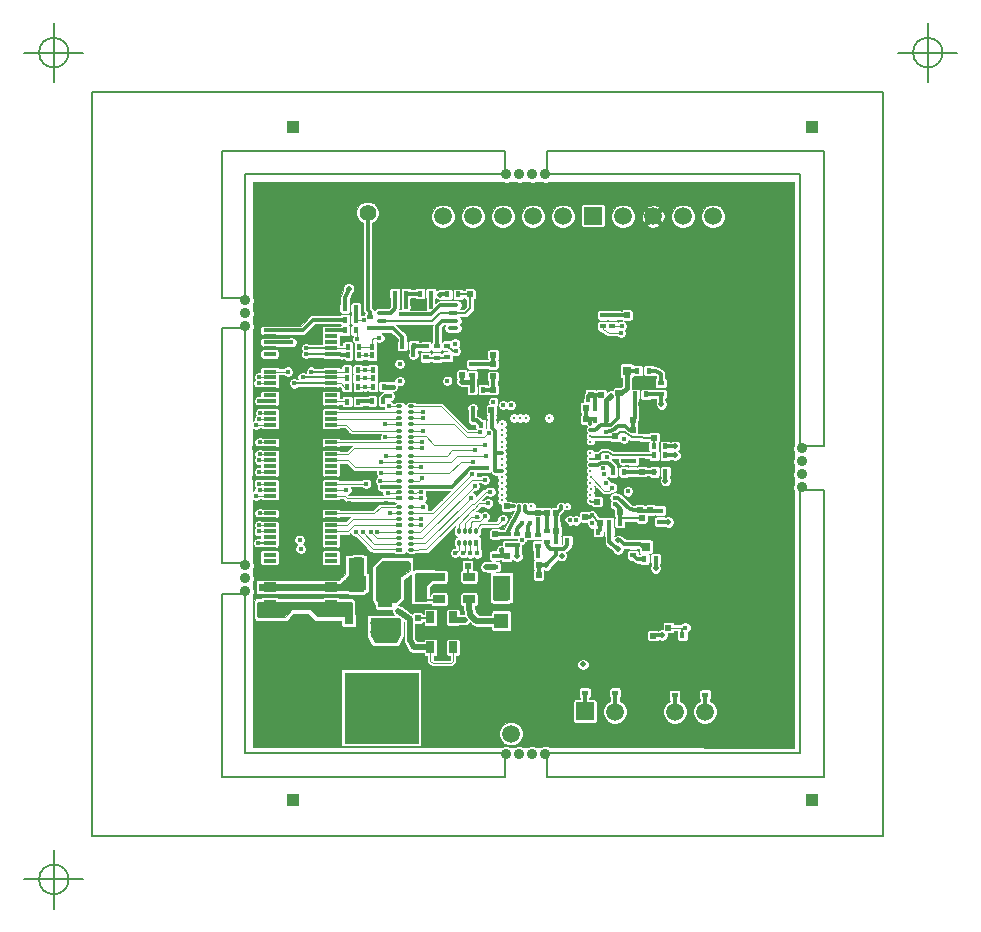
<source format=gbl>
G04 (created by PCBNEW-RS274X (2012-08-04 BZR 3667)-testing) date 10/19/2012 7:17:05 PM*
%MOIN*%
G04 Gerber Fmt 3.4, Leading zero omitted, Abs format*
%FSLAX34Y34*%
G01*
G70*
G90*
G04 APERTURE LIST*
%ADD10C,0.0017*%
%ADD11C,0.0059*%
%ADD12C,0.0077*%
%ADD13C,0.0195*%
%ADD14C,0.0157*%
%ADD15C,0.0354*%
%ADD16R,0.0392X0.0392*%
%ADD17R,0.0472X0.051*%
%ADD18R,0.0175X0.0195*%
%ADD19R,0.0195X0.0175*%
%ADD20R,0.0314X0.0275*%
%ADD21R,0.0275X0.0314*%
%ADD22R,0.0195X0.0195*%
%ADD23R,0.051X0.0472*%
%ADD24C,0.2165*%
%ADD25R,0.1849X0.0589*%
%ADD26C,0.051*%
%ADD27C,0.055*%
%ADD28C,0.0597*%
%ADD29R,0.0597X0.0597*%
%ADD30R,0.0394X0.0138*%
%ADD31O,0.0394X0.0138*%
%ADD32O,0.0394X0.0137*%
%ADD33R,0.0389X0.0271*%
%ADD34R,0.0271X0.0389*%
%ADD35R,0.0432X0.0117*%
%ADD36R,0.0589X0.0275*%
%ADD37R,0.122X0.0629*%
%ADD38C,0.0432*%
%ADD39R,0.0433X0.0118*%
%ADD40O,0.0235X0.0117*%
%ADD41R,0.0235X0.0117*%
%ADD42O,0.0117X0.0235*%
%ADD43R,0.0117X0.0235*%
%ADD44C,0.0196*%
%ADD45C,0.0118*%
%ADD46C,0.0117*%
%ADD47C,0.0117*%
%ADD48C,0.0195*%
%ADD49C,0.0157*%
%ADD50C,0.0039*%
G04 APERTURE END LIST*
G54D10*
G54D11*
X41831Y-53937D02*
G75*
G03X41831Y-53937I-492J0D01*
G74*
G01*
X40355Y-53937D02*
X42323Y-53937D01*
X41339Y-52953D02*
X41339Y-54921D01*
X70964Y-26378D02*
G75*
G03X70964Y-26378I-492J0D01*
G74*
G01*
X69488Y-26378D02*
X71456Y-26378D01*
X70472Y-25394D02*
X70472Y-27362D01*
X41831Y-26378D02*
G75*
G03X41831Y-26378I-492J0D01*
G74*
G01*
X40355Y-26378D02*
X42323Y-26378D01*
X41339Y-25394D02*
X41339Y-27362D01*
G54D12*
X42606Y-52483D02*
X42606Y-27680D01*
X68983Y-52483D02*
X42606Y-52483D01*
X68983Y-27680D02*
X68983Y-52483D01*
X42606Y-27680D02*
X68983Y-27680D01*
X66228Y-30437D02*
X66228Y-39492D01*
X57764Y-30437D02*
X66228Y-30437D01*
X57764Y-29650D02*
X57764Y-30437D01*
X67016Y-29650D02*
X57764Y-29650D01*
X67016Y-39492D02*
X67016Y-29650D01*
X66228Y-39492D02*
X67016Y-39492D01*
X57764Y-50515D02*
X57764Y-49728D01*
X67016Y-50515D02*
X57764Y-50515D01*
X67016Y-40948D02*
X67016Y-50515D01*
X66228Y-40948D02*
X67016Y-40948D01*
X66228Y-49728D02*
X66228Y-40948D01*
X57764Y-49728D02*
X66228Y-49728D01*
X46936Y-50515D02*
X46936Y-44413D01*
X56386Y-50515D02*
X46936Y-50515D01*
X56386Y-49728D02*
X56386Y-50515D01*
X47724Y-49728D02*
X56386Y-49728D01*
X47724Y-44413D02*
X47724Y-49728D01*
X46936Y-44413D02*
X47724Y-44413D01*
X46936Y-43390D02*
X46936Y-35555D01*
X47724Y-43390D02*
X46936Y-43390D01*
X47724Y-35555D02*
X47724Y-43390D01*
X46936Y-35555D02*
X47724Y-35555D01*
X47724Y-30437D02*
X47724Y-34570D01*
X46936Y-34570D02*
X47724Y-34570D01*
X46936Y-29648D02*
X46936Y-34570D01*
X46936Y-29648D02*
X56384Y-29648D01*
X56384Y-29648D02*
X56384Y-30437D01*
X47724Y-30437D02*
X56384Y-30437D01*
G54D13*
X56102Y-43975D03*
G54D14*
X61013Y-44997D03*
X61363Y-45005D03*
X61158Y-45292D03*
X61386Y-35540D03*
X61024Y-35536D03*
X61024Y-35198D03*
X61394Y-35193D03*
X56791Y-43535D03*
X63583Y-34409D03*
G54D15*
X47725Y-34630D03*
X47725Y-35063D03*
X47725Y-35496D03*
X47725Y-44335D03*
X47725Y-43902D03*
X47725Y-43469D03*
X66268Y-39571D03*
X66268Y-40004D03*
X66268Y-40437D03*
X66268Y-40870D03*
G54D16*
X49299Y-51303D03*
X66622Y-51303D03*
X66621Y-28862D03*
G54D14*
X58185Y-40460D03*
X58185Y-40027D03*
X57968Y-40244D03*
X58401Y-40244D03*
X61129Y-38252D03*
X61011Y-37386D03*
X63553Y-36201D03*
X63571Y-36520D03*
X63571Y-36993D03*
X52273Y-32898D03*
X52272Y-33331D03*
X51445Y-33331D03*
X51446Y-32898D03*
X59398Y-33803D03*
X59005Y-33804D03*
X61367Y-33804D03*
X61760Y-33803D03*
X64005Y-31204D03*
X65736Y-31283D03*
X53610Y-30890D03*
X53059Y-30890D03*
X59791Y-30889D03*
X59201Y-30889D03*
X58571Y-30889D03*
X57901Y-30889D03*
X57311Y-30890D03*
X54240Y-30890D03*
X54831Y-30890D03*
X55461Y-30890D03*
X56130Y-30890D03*
X56721Y-30890D03*
X62783Y-30889D03*
X62193Y-30889D03*
X61563Y-30889D03*
X60893Y-30889D03*
X60382Y-30890D03*
X63335Y-30890D03*
X63846Y-30889D03*
X64516Y-30889D03*
X65146Y-30889D03*
X65736Y-30889D03*
X63127Y-32925D03*
X63138Y-33292D03*
X63600Y-33280D03*
X62655Y-33280D03*
X63453Y-32544D03*
X61484Y-32544D03*
X62065Y-32532D03*
X60894Y-32544D03*
X62744Y-32544D03*
X60658Y-33292D03*
X61120Y-33280D03*
X62065Y-33280D03*
X61603Y-33292D03*
X59752Y-33292D03*
X60214Y-33280D03*
X55953Y-33291D03*
X55312Y-33271D03*
X60343Y-32544D03*
X59269Y-33280D03*
X56465Y-33291D03*
X56965Y-33280D03*
X54289Y-33271D03*
X54762Y-33271D03*
X58807Y-33292D03*
X57410Y-33291D03*
X50618Y-30929D03*
X50895Y-32898D03*
X50894Y-33331D03*
X49281Y-33527D03*
X50028Y-30929D03*
X49950Y-33567D03*
X49398Y-30929D03*
X48728Y-30929D03*
X48256Y-35103D03*
X48650Y-35102D03*
X48650Y-34552D03*
X48256Y-34552D03*
X48256Y-33410D03*
X48650Y-33410D03*
X48650Y-33961D03*
X48256Y-33961D03*
X48255Y-32898D03*
X48255Y-32504D03*
X48255Y-32032D03*
X48255Y-31520D03*
X48256Y-30929D03*
X52627Y-36166D03*
X51995Y-39173D03*
X51680Y-39173D03*
X51365Y-39173D03*
X51010Y-39212D03*
X51004Y-38953D03*
X51012Y-39551D03*
X51012Y-40181D03*
X55718Y-42968D03*
X55450Y-43472D03*
X54248Y-41252D03*
X53937Y-41520D03*
X53925Y-41248D03*
X52413Y-41387D03*
X51196Y-41394D03*
X63602Y-33632D03*
X63612Y-33967D03*
X64016Y-36220D03*
X64043Y-36559D03*
X64035Y-34409D03*
X64043Y-34039D03*
X65462Y-33764D03*
X65776Y-33764D03*
X65146Y-33764D03*
X64832Y-33764D03*
X64202Y-33764D03*
X64516Y-33764D03*
X64516Y-36835D03*
X64202Y-36835D03*
X64832Y-36835D03*
X65146Y-36835D03*
X65776Y-36835D03*
X65462Y-36835D03*
X65697Y-42268D03*
X65696Y-41677D03*
X65696Y-41087D03*
X65696Y-40535D03*
X65697Y-37977D03*
X65697Y-38646D03*
X65697Y-39906D03*
X63570Y-40024D03*
X63570Y-39591D03*
X63571Y-39079D03*
X63571Y-38528D03*
X63571Y-37977D03*
X63570Y-42937D03*
X63570Y-40535D03*
X63570Y-41087D03*
X63570Y-41677D03*
X63571Y-42268D03*
X63137Y-42584D03*
X63138Y-42230D03*
X63138Y-39867D03*
X63137Y-40221D03*
X63136Y-37859D03*
X63137Y-37505D03*
X62626Y-36717D03*
X62626Y-36205D03*
X62626Y-35772D03*
X62626Y-37229D03*
X62626Y-37858D03*
X63571Y-37504D03*
X62114Y-38488D03*
X62665Y-38488D03*
X62114Y-37858D03*
X62114Y-37229D03*
X61169Y-44473D03*
X61721Y-43882D03*
X61681Y-44355D03*
X62274Y-40728D03*
X62271Y-41166D03*
X62271Y-41756D03*
X62271Y-42307D03*
X62271Y-44315D03*
X62272Y-43646D03*
X62271Y-42937D03*
X62704Y-42307D03*
X62704Y-41756D03*
X62704Y-41166D03*
X62697Y-40728D03*
X62704Y-42937D03*
X62705Y-43646D03*
X62704Y-44315D03*
X58618Y-40460D03*
X57752Y-40460D03*
X57319Y-40460D03*
X56886Y-40460D03*
X56669Y-40677D03*
X57102Y-40677D03*
X57539Y-40677D03*
X57968Y-40677D03*
X58401Y-40677D03*
X58834Y-40677D03*
X58834Y-41110D03*
X58401Y-41110D03*
X57968Y-41110D03*
X57539Y-41110D03*
X57102Y-41110D03*
X56669Y-41110D03*
X56886Y-40893D03*
X57319Y-40893D03*
X58185Y-40893D03*
X57752Y-40893D03*
X58618Y-40893D03*
X58618Y-40027D03*
X57752Y-40027D03*
X57319Y-40027D03*
X56886Y-40027D03*
X56669Y-40244D03*
X57102Y-40244D03*
X57539Y-40244D03*
X58834Y-40244D03*
X58834Y-39811D03*
X58401Y-39811D03*
X57968Y-39811D03*
X57539Y-39811D03*
X57102Y-39811D03*
X56669Y-39811D03*
X56886Y-39594D03*
X57319Y-39594D03*
X58185Y-39594D03*
X57752Y-39594D03*
X58618Y-39594D03*
X58618Y-39161D03*
X57752Y-39161D03*
X58185Y-39161D03*
X57319Y-39161D03*
X56886Y-39161D03*
X56669Y-39378D03*
X57102Y-39378D03*
X57539Y-39378D03*
X57968Y-39378D03*
X58401Y-39378D03*
X58834Y-39378D03*
X58834Y-38945D03*
X58401Y-38945D03*
X57968Y-38945D03*
X57539Y-38945D03*
X57102Y-38945D03*
X56669Y-38945D03*
X64055Y-43533D03*
X64045Y-43858D03*
X64555Y-43282D03*
X64241Y-43282D03*
X64871Y-43282D03*
X65185Y-43282D03*
X65815Y-43282D03*
X65501Y-43282D03*
X65510Y-46353D03*
X65824Y-46353D03*
X65194Y-46353D03*
X64880Y-46353D03*
X64065Y-46083D03*
X64035Y-45758D03*
X63514Y-46358D03*
X64250Y-46353D03*
X64564Y-46353D03*
X63553Y-43435D03*
X63553Y-43907D03*
X63494Y-45856D03*
X60472Y-44461D03*
X57598Y-45152D03*
X57598Y-44837D03*
X56249Y-44866D03*
X55658Y-44866D03*
X54516Y-38173D03*
X54516Y-37858D03*
X54005Y-37858D03*
X55028Y-44236D03*
X54162Y-43488D03*
X54756Y-43909D03*
X65736Y-47032D03*
X64319Y-49355D03*
X65736Y-49355D03*
X65106Y-49355D03*
X60622Y-47855D03*
X62889Y-49028D03*
X62889Y-49343D03*
X63480Y-49343D03*
X63480Y-49028D03*
X60566Y-49028D03*
X60566Y-49343D03*
X61118Y-49343D03*
X61118Y-49028D03*
X62260Y-49028D03*
X62260Y-49343D03*
X61709Y-49343D03*
X61709Y-49028D03*
X59465Y-49028D03*
X59465Y-49343D03*
X60016Y-49343D03*
X60016Y-49028D03*
X58914Y-49028D03*
X58914Y-49343D03*
X58323Y-49343D03*
X58323Y-49028D03*
X58335Y-48567D03*
X63138Y-46953D03*
X62587Y-46953D03*
X61012Y-46941D03*
X62004Y-46957D03*
X58465Y-46850D03*
X58099Y-46835D03*
X57547Y-46835D03*
X56996Y-46835D03*
X56484Y-46835D03*
X56012Y-46835D03*
X53932Y-47357D03*
X59417Y-46406D03*
X61760Y-46284D03*
X61406Y-46284D03*
X56642Y-46284D03*
X56996Y-46284D03*
X52378Y-46382D03*
X52031Y-46382D03*
X50539Y-46873D03*
X49870Y-46676D03*
X49240Y-46755D03*
X48295Y-45968D03*
X48689Y-45968D03*
X48689Y-45496D03*
X48295Y-45496D03*
X48295Y-46441D03*
X48689Y-46441D03*
X48689Y-46913D03*
X48295Y-46913D03*
X48295Y-47386D03*
X48295Y-47937D03*
X48295Y-48449D03*
X48295Y-48921D03*
X48295Y-49315D03*
X48965Y-49315D03*
X49673Y-49315D03*
X50382Y-49315D03*
G54D13*
X48861Y-45087D03*
X48546Y-45087D03*
X48231Y-45087D03*
X52389Y-43424D03*
X52744Y-43424D03*
X52941Y-43620D03*
X52586Y-43621D03*
X52782Y-45375D03*
X52782Y-45690D03*
X52584Y-45927D03*
X52190Y-45927D03*
X51994Y-45690D03*
X51994Y-45375D03*
G54D17*
X52390Y-44611D03*
X52390Y-45515D03*
X56248Y-44414D03*
X56248Y-45318D03*
G54D18*
X53906Y-34410D03*
X53536Y-34410D03*
X51512Y-36189D03*
X51142Y-36189D03*
X62295Y-45787D03*
X62665Y-45787D03*
X53331Y-36146D03*
X52961Y-36146D03*
G54D19*
X51886Y-35189D03*
X51886Y-35559D03*
G54D18*
X51402Y-35638D03*
X51032Y-35638D03*
X51488Y-38008D03*
X51118Y-38008D03*
G54D19*
X53740Y-36166D03*
X53740Y-36536D03*
G54D18*
X51512Y-36461D03*
X51142Y-36461D03*
X51476Y-37232D03*
X51106Y-37232D03*
X51969Y-37240D03*
X52339Y-37240D03*
X51941Y-36197D03*
X52311Y-36197D03*
G54D19*
X54110Y-36543D03*
X54110Y-36173D03*
G54D18*
X51945Y-37992D03*
X52315Y-37992D03*
X53079Y-34410D03*
X52709Y-34410D03*
G54D19*
X54457Y-36146D03*
X54457Y-36516D03*
G54D18*
X51480Y-37508D03*
X51110Y-37508D03*
X54453Y-34433D03*
X54823Y-34433D03*
G54D19*
X59646Y-35130D03*
X59646Y-35500D03*
X59961Y-35130D03*
X59961Y-35500D03*
X59039Y-47713D03*
X59039Y-47343D03*
X60047Y-47721D03*
X60047Y-47351D03*
X62036Y-47807D03*
X62036Y-47437D03*
X63051Y-47776D03*
X63051Y-47406D03*
X56484Y-42792D03*
X56484Y-42422D03*
G54D18*
X58087Y-42642D03*
X58457Y-42642D03*
X55658Y-37614D03*
X55288Y-37614D03*
G54D19*
X55284Y-36764D03*
X55284Y-37134D03*
G54D18*
X59382Y-38228D03*
X59752Y-38228D03*
X59488Y-42347D03*
X59858Y-42347D03*
X59831Y-42044D03*
X60201Y-42044D03*
X61713Y-39500D03*
X61343Y-39500D03*
X59382Y-38610D03*
X59752Y-38610D03*
G54D19*
X60638Y-39984D03*
X60638Y-40354D03*
G54D18*
X59969Y-40355D03*
X60339Y-40355D03*
X61358Y-40351D03*
X61728Y-40351D03*
G54D19*
X61551Y-41642D03*
X61551Y-42012D03*
X56764Y-42421D03*
X56764Y-42791D03*
G54D18*
X60697Y-37768D03*
X61067Y-37768D03*
X51965Y-36953D03*
X52335Y-36953D03*
G54D19*
X60646Y-42760D03*
X60646Y-43130D03*
G54D18*
X61398Y-43256D03*
X61028Y-43256D03*
X60795Y-36981D03*
X61165Y-36981D03*
G54D19*
X61571Y-37756D03*
X61571Y-37386D03*
X57768Y-42685D03*
X57768Y-42315D03*
G54D18*
X61721Y-39799D03*
X61351Y-39799D03*
X55941Y-38776D03*
X55571Y-38776D03*
G54D19*
X56051Y-43146D03*
X56051Y-43516D03*
G54D18*
X51410Y-34890D03*
X51040Y-34890D03*
X51040Y-35280D03*
X51410Y-35280D03*
X52339Y-37512D03*
X51969Y-37512D03*
X51476Y-36957D03*
X51106Y-36957D03*
X51941Y-36469D03*
X52311Y-36469D03*
X57484Y-43122D03*
X57114Y-43122D03*
G54D19*
X57465Y-42449D03*
X57465Y-42819D03*
G54D20*
X51473Y-43325D03*
X51473Y-42895D03*
G54D21*
X60440Y-36984D03*
X60010Y-36984D03*
X53309Y-48228D03*
X53739Y-48228D03*
X61073Y-42847D03*
X61503Y-42847D03*
G54D20*
X51169Y-45305D03*
X51169Y-45735D03*
G54D22*
X61228Y-41626D03*
X61228Y-41272D03*
X60949Y-40346D03*
X60949Y-39992D03*
X60878Y-41626D03*
X60878Y-41272D03*
X60634Y-38634D03*
X60988Y-38634D03*
X56441Y-41504D03*
X56087Y-41504D03*
X60634Y-38945D03*
X60988Y-38945D03*
X56047Y-42426D03*
X56047Y-42780D03*
X55130Y-43477D03*
X54776Y-43477D03*
X57500Y-43783D03*
X57146Y-43783D03*
X55981Y-37610D03*
X56335Y-37610D03*
X57500Y-43453D03*
X57146Y-43453D03*
X57150Y-42445D03*
X57150Y-42799D03*
X55209Y-34425D03*
X55563Y-34425D03*
X60445Y-35130D03*
X60799Y-35130D03*
X61827Y-45543D03*
X61827Y-45189D03*
X61319Y-45811D03*
X60965Y-45811D03*
X59539Y-42047D03*
X59539Y-41693D03*
X54949Y-37126D03*
X54949Y-36772D03*
X57768Y-41721D03*
X57768Y-41367D03*
X57484Y-41717D03*
X57484Y-41363D03*
X59476Y-39843D03*
X59476Y-39489D03*
X55929Y-38299D03*
X55575Y-38299D03*
X56437Y-43166D03*
X56437Y-43520D03*
X59067Y-38217D03*
X58713Y-38217D03*
X59075Y-38595D03*
X58721Y-38595D03*
X61343Y-39209D03*
X61343Y-38855D03*
X60039Y-39169D03*
X60039Y-39523D03*
X59043Y-41854D03*
X59043Y-41500D03*
X60162Y-37732D03*
X60162Y-37378D03*
X60205Y-41685D03*
X59851Y-41685D03*
X60941Y-41890D03*
X60941Y-42244D03*
X55981Y-37169D03*
X56335Y-37169D03*
X55977Y-36756D03*
X56331Y-36756D03*
X55988Y-36453D03*
X56342Y-36453D03*
X59236Y-37780D03*
X59236Y-37426D03*
X59579Y-37780D03*
X59579Y-37426D03*
X58087Y-42339D03*
X58441Y-42339D03*
X58079Y-41717D03*
X58433Y-41717D03*
X53469Y-45225D03*
X53469Y-45579D03*
X59445Y-41343D03*
X59799Y-41343D03*
G54D23*
X52409Y-44044D03*
X51505Y-44044D03*
G54D24*
X49752Y-32228D03*
X64791Y-32228D03*
X64791Y-47975D03*
X49752Y-47975D03*
G54D13*
X56378Y-43975D03*
X52232Y-43621D03*
X52112Y-49195D03*
X51720Y-49197D03*
X52507Y-49197D03*
X51325Y-49197D03*
X52902Y-49197D03*
X51325Y-48802D03*
X51325Y-48410D03*
X51325Y-48015D03*
X51325Y-47622D03*
X51325Y-47267D03*
X51720Y-47267D03*
X52114Y-47267D03*
X52507Y-47267D03*
X52900Y-47267D03*
X52900Y-47622D03*
X52900Y-48015D03*
X52900Y-48410D03*
X52900Y-48802D03*
G54D16*
X49299Y-28862D03*
G54D15*
X56426Y-49768D03*
X56859Y-49768D03*
X57292Y-49768D03*
X57726Y-49768D03*
X56425Y-30437D03*
X56858Y-30437D03*
X57291Y-30437D03*
X57725Y-30437D03*
G54D13*
X54516Y-48607D03*
X54831Y-48607D03*
X55146Y-48607D03*
X55461Y-48607D03*
X59419Y-47520D03*
X60512Y-47510D03*
X62312Y-47426D03*
X63336Y-47426D03*
G54D25*
X65161Y-45867D03*
X65161Y-43763D03*
X65145Y-36350D03*
X65145Y-34246D03*
G54D26*
X51299Y-32217D03*
X52299Y-32217D03*
X52299Y-31217D03*
X51299Y-31217D03*
G54D27*
X51799Y-31717D03*
G54D28*
X58307Y-31834D03*
X57307Y-31834D03*
X56307Y-31834D03*
X55307Y-31834D03*
G54D29*
X53307Y-31814D03*
G54D28*
X54307Y-31834D03*
G54D29*
X57576Y-49079D03*
G54D28*
X56576Y-49079D03*
G54D30*
X52291Y-35567D03*
G54D31*
X52291Y-35311D03*
X52291Y-35055D03*
X52291Y-34799D03*
G54D32*
X54654Y-35567D03*
G54D31*
X54654Y-35311D03*
X54654Y-35055D03*
X54654Y-34799D03*
G54D33*
X54184Y-44603D03*
X54184Y-43853D03*
X55184Y-44603D03*
X54184Y-44228D03*
X55184Y-43853D03*
G54D34*
X54646Y-46200D03*
X53896Y-46200D03*
X54646Y-45200D03*
X54271Y-46200D03*
X53896Y-45200D03*
G54D35*
X48532Y-35636D03*
X48532Y-35832D03*
X48532Y-36029D03*
X48532Y-36226D03*
X48532Y-36422D03*
X50576Y-36422D03*
X50576Y-36226D03*
X50578Y-36029D03*
X50578Y-35832D03*
X50578Y-35636D03*
X48534Y-37009D03*
X48534Y-37207D03*
X48534Y-37404D03*
X48534Y-37599D03*
X48534Y-37797D03*
X48534Y-37994D03*
X48534Y-38189D03*
X48534Y-38387D03*
X48534Y-38586D03*
X48534Y-38782D03*
X50578Y-38782D03*
X50581Y-38584D03*
X50581Y-38387D03*
X50578Y-38189D03*
X50578Y-37994D03*
X50581Y-37796D03*
X50581Y-37599D03*
X50581Y-37402D03*
X50581Y-37206D03*
X50581Y-37009D03*
X50581Y-39371D03*
X50581Y-39567D03*
X50581Y-39764D03*
X50581Y-39961D03*
X50581Y-40157D03*
X50579Y-40356D03*
X50579Y-40551D03*
X50581Y-40749D03*
X50581Y-40946D03*
X50579Y-41144D03*
X48534Y-41144D03*
X48534Y-40947D03*
X48534Y-40749D03*
X48534Y-40551D03*
X48534Y-40356D03*
X48534Y-40159D03*
X48534Y-39961D03*
X48534Y-39766D03*
X48534Y-39569D03*
X48534Y-39371D03*
X48530Y-41736D03*
X48530Y-41934D03*
X48530Y-42131D03*
X48530Y-42327D03*
X48530Y-42524D03*
X48530Y-42721D03*
X48530Y-42917D03*
X48530Y-43114D03*
X48530Y-43312D03*
X48530Y-43509D03*
X50578Y-44099D03*
X50578Y-44296D03*
X50578Y-44492D03*
X50576Y-44689D03*
X50576Y-44886D03*
G54D36*
X50498Y-39079D03*
X48610Y-39079D03*
X48610Y-41441D03*
X50498Y-41441D03*
X48610Y-36716D03*
X50498Y-36716D03*
X50498Y-43804D03*
G54D37*
X49554Y-34374D03*
G54D38*
X49554Y-45454D03*
X49554Y-35062D03*
G54D37*
X49554Y-46140D03*
G54D36*
X48610Y-43804D03*
G54D35*
X48532Y-44886D03*
G54D39*
X48531Y-44689D03*
G54D35*
X48532Y-44492D03*
X48532Y-44296D03*
X48532Y-44099D03*
X50576Y-43509D03*
X50577Y-43311D03*
X50577Y-43114D03*
X50576Y-42917D03*
X50576Y-42721D03*
X50577Y-42523D03*
X50577Y-42327D03*
X50577Y-42130D03*
X50577Y-41933D03*
X50577Y-41736D03*
G54D40*
X53256Y-38752D03*
X53256Y-38555D03*
X53256Y-38162D03*
X52862Y-38162D03*
G54D41*
X52862Y-38752D03*
G54D40*
X53256Y-38359D03*
X52862Y-38359D03*
X52862Y-38555D03*
X53256Y-39567D03*
X53256Y-39370D03*
X53256Y-38977D03*
X52862Y-38977D03*
G54D41*
X52862Y-39567D03*
G54D40*
X53256Y-39174D03*
X52862Y-39174D03*
X52862Y-39370D03*
X53256Y-40402D03*
X53256Y-40205D03*
X53256Y-39812D03*
X52862Y-39812D03*
G54D41*
X52862Y-40402D03*
G54D40*
X53256Y-40009D03*
X52862Y-40009D03*
X52862Y-40205D03*
X53256Y-41236D03*
X53256Y-41039D03*
X53256Y-40646D03*
X52862Y-40646D03*
G54D41*
X52862Y-41236D03*
G54D40*
X53256Y-40843D03*
X52862Y-40843D03*
X52862Y-41039D03*
X53256Y-42122D03*
X53256Y-41925D03*
X53256Y-41532D03*
X52862Y-41532D03*
G54D41*
X52862Y-42122D03*
G54D40*
X53256Y-41729D03*
X52862Y-41729D03*
X52862Y-41925D03*
X53256Y-42941D03*
X53256Y-42744D03*
X53256Y-42351D03*
X52862Y-42351D03*
G54D41*
X52862Y-42941D03*
G54D40*
X53256Y-42548D03*
X52862Y-42548D03*
X52862Y-42744D03*
G54D42*
X55425Y-42319D03*
X55228Y-42319D03*
X54835Y-42319D03*
X54835Y-42713D03*
G54D43*
X55425Y-42713D03*
G54D42*
X55032Y-42319D03*
X55032Y-42713D03*
X55228Y-42713D03*
G54D28*
X63314Y-31834D03*
X62314Y-31834D03*
X61314Y-31834D03*
G54D29*
X59314Y-31814D03*
G54D28*
X60314Y-31834D03*
X63043Y-48350D03*
X62043Y-48350D03*
X61043Y-48350D03*
G54D29*
X59043Y-48330D03*
G54D28*
X60043Y-48350D03*
G54D13*
X56783Y-43173D03*
X61728Y-40646D03*
X61398Y-43563D03*
X61821Y-42018D03*
X61594Y-38083D03*
X55748Y-43512D03*
X55032Y-45276D03*
X58976Y-46772D03*
G54D14*
X60177Y-35130D03*
G54D13*
X54949Y-37343D03*
G54D14*
X52646Y-37508D03*
G54D13*
X54221Y-34441D03*
X51169Y-34244D03*
X57756Y-43449D03*
G54D14*
X56949Y-42618D03*
G54D13*
X58264Y-43146D03*
X61614Y-45787D03*
X60142Y-42921D03*
G54D14*
X55299Y-38228D03*
G54D13*
X62039Y-39803D03*
X59910Y-37815D03*
X62036Y-39500D03*
G54D14*
X49256Y-36028D03*
X53323Y-36453D03*
G54D13*
X58002Y-47500D03*
G54D14*
X59961Y-44311D03*
X58626Y-44390D03*
X58413Y-43508D03*
X60205Y-43484D03*
X61614Y-45291D03*
X60531Y-45295D03*
X59882Y-37386D03*
X58256Y-36228D03*
X57106Y-36587D03*
G54D13*
X58616Y-45230D03*
G54D14*
X61102Y-40835D03*
G54D13*
X57668Y-44518D03*
G54D14*
X52012Y-34799D03*
G54D13*
X50921Y-43799D03*
X51012Y-36701D03*
G54D14*
X48154Y-36225D03*
X48154Y-35831D03*
G54D13*
X48158Y-36717D03*
X48150Y-39079D03*
X48189Y-41437D03*
G54D14*
X48032Y-37599D03*
X48047Y-38189D03*
X48024Y-39571D03*
X48028Y-40551D03*
X48032Y-41933D03*
X48032Y-42918D03*
X48197Y-43508D03*
G54D13*
X48138Y-43807D03*
G54D14*
X61264Y-40071D03*
X54457Y-43477D03*
G54D13*
X53465Y-45815D03*
G54D14*
X54579Y-44225D03*
G54D13*
X54268Y-46508D03*
G54D14*
X48102Y-44492D03*
X50921Y-44492D03*
X60441Y-34681D03*
G54D13*
X57984Y-48284D03*
G54D14*
X61957Y-34823D03*
X60906Y-36260D03*
X61957Y-35933D03*
X62154Y-36559D03*
X61228Y-42177D03*
X60882Y-38087D03*
X60780Y-39406D03*
X59350Y-37213D03*
G54D44*
X56091Y-35378D03*
X55579Y-35130D03*
G54D14*
X59508Y-36051D03*
X59650Y-35925D03*
X57094Y-35291D03*
X58354Y-35528D03*
X58370Y-36783D03*
X48165Y-37402D03*
X60266Y-35482D03*
X48193Y-37205D03*
X60246Y-35719D03*
X49132Y-37012D03*
X49565Y-42918D03*
X62392Y-45541D03*
G54D13*
X55217Y-44988D03*
G54D14*
X60030Y-41211D03*
G54D45*
X59228Y-39933D03*
G54D14*
X56957Y-42059D03*
G54D45*
X56665Y-41504D03*
G54D14*
X60319Y-39984D03*
G54D45*
X56866Y-38555D03*
G54D14*
X55981Y-37386D03*
G54D45*
X59228Y-38752D03*
G54D13*
X52811Y-44992D03*
X53539Y-43862D03*
X53539Y-44197D03*
G54D45*
X59228Y-41114D03*
G54D14*
X60039Y-41437D03*
X55638Y-36756D03*
G54D45*
X57063Y-38555D03*
G54D14*
X59272Y-41807D03*
X59748Y-39020D03*
G54D45*
X58240Y-41504D03*
X59225Y-39146D03*
X59228Y-38949D03*
X59228Y-40130D03*
X57847Y-38555D03*
G54D14*
X59150Y-37972D03*
G54D45*
X57059Y-41504D03*
G54D14*
X55933Y-38528D03*
G54D46*
X56276Y-39736D03*
X56276Y-40327D03*
G54D14*
X56260Y-42953D03*
G54D45*
X56858Y-41504D03*
G54D13*
X60154Y-42638D03*
G54D45*
X59228Y-41311D03*
G54D14*
X55394Y-39638D03*
X53650Y-41536D03*
G54D45*
X56276Y-41110D03*
G54D14*
X53583Y-40201D03*
G54D45*
X56280Y-39933D03*
G54D14*
X55831Y-39047D03*
G54D45*
X56276Y-40914D03*
G54D14*
X53579Y-41925D03*
X53602Y-40559D03*
G54D45*
X56276Y-40130D03*
G54D14*
X55303Y-40032D03*
X53662Y-38355D03*
G54D45*
X56276Y-38748D03*
G54D14*
X55709Y-39445D03*
X52193Y-35890D03*
X59740Y-40740D03*
X54453Y-37319D03*
X51721Y-37508D03*
X54721Y-36075D03*
X59787Y-39870D03*
X55555Y-39028D03*
X53662Y-38555D03*
G54D45*
X56276Y-38945D03*
G54D14*
X53610Y-39571D03*
G54D45*
X56276Y-39540D03*
G54D14*
X53626Y-39370D03*
G54D45*
X56280Y-39343D03*
G54D14*
X53579Y-42122D03*
G54D45*
X56276Y-40717D03*
G54D14*
X55772Y-40232D03*
X55890Y-41016D03*
X55260Y-41209D03*
X55815Y-41406D03*
X55445Y-41846D03*
X56303Y-41937D03*
X53650Y-38981D03*
G54D45*
X56276Y-39138D03*
G54D14*
X53587Y-41040D03*
G54D45*
X56276Y-40524D03*
G54D14*
X55288Y-40421D03*
X55701Y-40618D03*
X55366Y-40819D03*
X55705Y-41839D03*
G54D45*
X59228Y-40327D03*
G54D14*
X51732Y-36461D03*
G54D45*
X56276Y-41307D03*
G54D14*
X53591Y-41236D03*
X59951Y-40876D03*
X51728Y-36957D03*
G54D45*
X59232Y-40524D03*
G54D14*
X52870Y-37327D03*
X51728Y-37240D03*
X52870Y-36752D03*
X59669Y-40425D03*
X55736Y-39831D03*
X53906Y-34843D03*
X48193Y-37984D03*
X52906Y-35095D03*
X52543Y-37827D03*
X57205Y-42071D03*
X60473Y-41000D03*
G54D45*
X59232Y-40918D03*
G54D14*
X60339Y-39244D03*
G54D45*
X59228Y-39343D03*
X57252Y-41504D03*
G54D14*
X57465Y-41937D03*
X59646Y-40225D03*
X54736Y-36331D03*
X49354Y-37402D03*
X53071Y-34862D03*
X52276Y-40847D03*
X52248Y-40394D03*
X48185Y-39965D03*
X48221Y-38386D03*
X52516Y-38162D03*
X48201Y-39768D03*
X52232Y-40016D03*
X48197Y-39370D03*
X52402Y-39815D03*
X48079Y-38783D03*
X52386Y-39181D03*
X48193Y-38591D03*
X52366Y-38772D03*
G54D45*
X59228Y-39732D03*
G54D14*
X51445Y-35929D03*
X52213Y-40654D03*
X48181Y-40355D03*
X55984Y-38016D03*
X56319Y-38122D03*
X56575Y-38130D03*
G54D45*
X56669Y-38555D03*
G54D14*
X49744Y-36425D03*
X49634Y-37205D03*
X49917Y-37012D03*
X49748Y-36225D03*
X51717Y-37992D03*
X52535Y-41732D03*
X48173Y-42331D03*
X52118Y-42354D03*
X54984Y-43063D03*
X48173Y-40748D03*
X55453Y-43067D03*
X51752Y-40748D03*
X48181Y-42130D03*
X51917Y-42355D03*
X48197Y-41732D03*
X51398Y-42355D03*
X48075Y-41142D03*
X51638Y-42355D03*
X48201Y-40949D03*
X54721Y-43055D03*
X51091Y-40949D03*
X55225Y-43067D03*
G54D45*
X59228Y-40721D03*
G54D14*
X51669Y-35288D03*
G54D45*
X58437Y-41508D03*
G54D14*
X58536Y-41973D03*
X59281Y-42067D03*
X58740Y-41969D03*
X52465Y-41043D03*
X49535Y-42618D03*
X48154Y-42725D03*
G54D13*
X51169Y-44827D03*
X51169Y-45063D03*
G54D47*
X56783Y-43173D02*
X56783Y-42810D01*
X56783Y-42810D02*
X56765Y-42792D01*
X61728Y-40351D02*
X61728Y-40646D01*
X56248Y-44414D02*
X56248Y-44102D01*
X56248Y-44102D02*
X56378Y-43976D01*
X61821Y-42018D02*
X61551Y-42012D01*
X61067Y-37768D02*
X61079Y-37756D01*
X61079Y-37756D02*
X61571Y-37756D01*
X61571Y-38060D02*
X61594Y-38083D01*
X61571Y-37756D02*
X61571Y-38060D01*
X61398Y-43563D02*
X61398Y-43256D01*
X56765Y-42792D02*
X56484Y-42792D01*
G54D48*
X55752Y-43516D02*
X55748Y-43512D01*
X55752Y-43516D02*
X56051Y-43516D01*
X55032Y-45276D02*
X54722Y-45276D01*
X54722Y-45276D02*
X54646Y-45200D01*
G54D47*
X57500Y-43453D02*
X57500Y-43783D01*
X59858Y-42347D02*
X59858Y-42071D01*
X59858Y-42071D02*
X59831Y-42044D01*
X58094Y-42910D02*
X58094Y-43111D01*
X58094Y-43111D02*
X57756Y-43449D01*
X60177Y-35130D02*
X59921Y-35130D01*
X59921Y-35130D02*
X59638Y-35130D01*
X59638Y-35130D02*
X59626Y-35128D01*
G54D49*
X52339Y-37512D02*
X52343Y-37508D01*
X52343Y-37508D02*
X52646Y-37508D01*
G54D47*
X55299Y-38228D02*
X55303Y-38280D01*
X55433Y-38638D02*
X55571Y-38776D01*
X55303Y-38638D02*
X55433Y-38638D01*
X55303Y-38280D02*
X55303Y-38638D01*
X54949Y-37126D02*
X54949Y-37343D01*
X54949Y-37343D02*
X54949Y-37351D01*
G54D49*
X54949Y-37351D02*
X55288Y-37351D01*
G54D47*
X54449Y-34437D02*
X54217Y-34437D01*
X54217Y-34437D02*
X54221Y-34441D01*
X51040Y-34890D02*
X51043Y-34887D01*
X51043Y-34560D02*
X51169Y-34244D01*
X51043Y-34887D02*
X51043Y-34560D01*
X57756Y-43449D02*
X57500Y-43453D01*
X60142Y-42921D02*
X59858Y-42689D01*
G54D49*
X55288Y-37351D02*
X55288Y-37614D01*
X55284Y-37134D02*
X55288Y-37138D01*
X55288Y-37138D02*
X55288Y-37351D01*
G54D47*
X61722Y-39803D02*
X62039Y-39803D01*
G54D49*
X59752Y-38228D02*
X59754Y-38622D01*
X59752Y-38228D02*
X59752Y-38091D01*
X59752Y-37973D02*
X59910Y-37815D01*
X59752Y-38091D02*
X59752Y-37973D01*
G54D47*
X61713Y-39498D02*
X62036Y-39500D01*
X59858Y-42689D02*
X59858Y-42347D01*
X58457Y-42799D02*
X58457Y-42642D01*
X58346Y-42910D02*
X58457Y-42799D01*
X58118Y-42910D02*
X58346Y-42910D01*
X58094Y-42910D02*
X58118Y-42910D01*
X57886Y-42910D02*
X58094Y-42910D01*
X57768Y-42792D02*
X57886Y-42910D01*
X57768Y-42685D02*
X57768Y-42792D01*
X61614Y-45787D02*
X61449Y-45799D01*
X61449Y-45799D02*
X61335Y-45799D01*
X60445Y-35130D02*
X60177Y-35130D01*
X48532Y-44296D02*
X48532Y-44099D01*
X50578Y-44296D02*
X50578Y-44099D01*
X48533Y-36028D02*
X49256Y-36028D01*
X48532Y-36029D02*
X48533Y-36028D01*
X53323Y-36154D02*
X53323Y-36453D01*
X53323Y-36154D02*
X53331Y-36146D01*
X53331Y-36146D02*
X53351Y-36166D01*
X53351Y-36166D02*
X53740Y-36166D01*
X60010Y-36984D02*
X60010Y-37258D01*
X60010Y-37258D02*
X59882Y-37386D01*
X60162Y-37378D02*
X59890Y-37378D01*
X59890Y-37378D02*
X59882Y-37386D01*
G54D12*
X58256Y-36228D02*
X58264Y-36228D01*
G54D47*
X58441Y-42339D02*
X58441Y-42138D01*
X58834Y-41572D02*
X58834Y-41110D01*
X58689Y-41717D02*
X58834Y-41572D01*
X58398Y-41717D02*
X58689Y-41717D01*
X58295Y-41820D02*
X58398Y-41717D01*
X58295Y-41992D02*
X58295Y-41820D01*
X58441Y-42138D02*
X58295Y-41992D01*
X52012Y-34799D02*
X52158Y-34799D01*
X52158Y-34799D02*
X52291Y-34799D01*
G54D49*
X50498Y-43804D02*
X50503Y-43799D01*
X50503Y-43799D02*
X50921Y-43799D01*
X50498Y-36716D02*
X50513Y-36701D01*
X50513Y-36701D02*
X51012Y-36701D01*
G54D12*
X48531Y-36225D02*
X48154Y-36225D01*
X48531Y-35831D02*
X48154Y-35831D01*
G54D49*
X48610Y-36716D02*
X48609Y-36717D01*
X48609Y-36717D02*
X48158Y-36717D01*
X48610Y-39079D02*
X48150Y-39079D01*
X48610Y-41441D02*
X48606Y-41437D01*
X48606Y-41437D02*
X48189Y-41437D01*
G54D47*
X48534Y-37599D02*
X48032Y-37599D01*
X48534Y-38189D02*
X48047Y-38189D01*
X48532Y-39571D02*
X48024Y-39571D01*
X48534Y-40551D02*
X48028Y-40551D01*
X48529Y-41933D02*
X48032Y-41933D01*
X48529Y-42918D02*
X48032Y-42918D01*
X48536Y-43508D02*
X48197Y-43508D01*
G54D49*
X48607Y-43807D02*
X48138Y-43807D01*
G54D47*
X60035Y-39528D02*
X59958Y-39489D01*
X59154Y-39528D02*
X58839Y-39374D01*
X59958Y-39489D02*
X59429Y-39488D01*
X59429Y-39488D02*
X59360Y-39528D01*
X59360Y-39528D02*
X59154Y-39528D01*
X60949Y-39992D02*
X60949Y-40004D01*
X61016Y-40071D02*
X61264Y-40071D01*
X60949Y-40004D02*
X61016Y-40071D01*
G54D12*
X59539Y-41693D02*
X59453Y-41693D01*
X59260Y-41500D02*
X59043Y-41500D01*
X59453Y-41693D02*
X59260Y-41500D01*
G54D47*
X54776Y-43477D02*
X54457Y-43477D01*
X53469Y-45579D02*
X53465Y-45815D01*
G54D49*
X54184Y-44228D02*
X54576Y-44228D01*
X54576Y-44228D02*
X54579Y-44225D01*
G54D48*
X54271Y-46200D02*
X54268Y-46508D01*
G54D47*
X48532Y-44492D02*
X48102Y-44492D01*
X50578Y-44492D02*
X50921Y-44492D01*
X48532Y-44492D02*
X50578Y-44492D01*
G54D12*
X58370Y-36783D02*
X58374Y-36783D01*
G54D50*
X59957Y-35508D02*
X59984Y-35480D01*
X59984Y-35480D02*
X60266Y-35482D01*
X48536Y-37402D02*
X48165Y-37402D01*
X59642Y-35492D02*
X59642Y-35602D01*
X59843Y-35719D02*
X60246Y-35719D01*
X59642Y-35602D02*
X59843Y-35719D01*
X48539Y-37205D02*
X48193Y-37205D01*
X48522Y-37012D02*
X49132Y-37012D01*
X62392Y-45541D02*
X61829Y-45541D01*
X61829Y-45541D02*
X61827Y-45543D01*
G54D12*
X62392Y-45541D02*
X62283Y-45591D01*
X62283Y-45591D02*
X62283Y-45787D01*
G54D48*
X56248Y-45318D02*
X55421Y-45318D01*
X55217Y-45114D02*
X55217Y-44988D01*
X55421Y-45318D02*
X55217Y-45114D01*
X55184Y-44603D02*
X55184Y-44955D01*
X55184Y-44955D02*
X55217Y-44988D01*
G54D47*
X61551Y-41642D02*
X61244Y-41642D01*
X61244Y-41642D02*
X60870Y-41642D01*
X60870Y-41642D02*
X60535Y-41606D01*
X60535Y-41606D02*
X60142Y-41213D01*
X60142Y-41213D02*
X60030Y-41211D01*
G54D12*
X53469Y-45225D02*
X53871Y-45225D01*
X53871Y-45225D02*
X53896Y-45200D01*
X61351Y-39799D02*
X59992Y-39799D01*
X59992Y-39799D02*
X59803Y-39697D01*
X59803Y-39697D02*
X59622Y-39697D01*
X59386Y-39933D02*
X59228Y-39933D01*
X59622Y-39697D02*
X59386Y-39933D01*
X55130Y-43477D02*
X55130Y-43799D01*
X55130Y-43799D02*
X55184Y-43853D01*
G54D47*
X56768Y-42429D02*
X56768Y-42272D01*
X56768Y-42272D02*
X56957Y-42059D01*
X56441Y-41504D02*
X56665Y-41504D01*
X60949Y-40346D02*
X60646Y-40346D01*
X60637Y-40355D02*
X60339Y-40355D01*
X60646Y-40346D02*
X60637Y-40355D01*
X61370Y-40347D02*
X60949Y-40350D01*
X61575Y-37382D02*
X61575Y-37079D01*
X61575Y-37079D02*
X61421Y-36988D01*
X61421Y-36988D02*
X61169Y-36988D01*
X60638Y-39984D02*
X60319Y-39984D01*
X60319Y-39984D02*
X60319Y-39984D01*
X61028Y-43256D02*
X60772Y-43256D01*
X60772Y-43256D02*
X60646Y-43130D01*
X55658Y-37614D02*
X55662Y-37610D01*
X55662Y-37610D02*
X55981Y-37610D01*
X55981Y-37169D02*
X55981Y-37386D01*
X55981Y-37386D02*
X55981Y-37610D01*
X59225Y-38595D02*
X59367Y-38595D01*
X59225Y-38595D02*
X59228Y-38598D01*
X59228Y-38598D02*
X59228Y-38752D01*
X59075Y-38209D02*
X59075Y-38595D01*
X59075Y-38595D02*
X59225Y-38595D01*
G54D50*
X54578Y-46725D02*
X53977Y-46725D01*
X54646Y-46657D02*
X54578Y-46725D01*
X54646Y-46200D02*
X54646Y-46657D01*
X53896Y-46644D02*
X53896Y-46200D01*
X53977Y-46725D02*
X53896Y-46644D01*
G54D48*
X53330Y-46200D02*
X53201Y-45957D01*
X53896Y-46200D02*
X53330Y-46200D01*
X53201Y-45256D02*
X52811Y-44992D01*
X53201Y-45957D02*
X53201Y-45256D01*
X52811Y-44992D02*
X52811Y-44992D01*
G54D12*
X54189Y-44631D02*
X53709Y-44630D01*
X53709Y-44630D02*
X53539Y-44197D01*
X60209Y-41898D02*
X60933Y-41898D01*
X60933Y-41898D02*
X60941Y-41890D01*
G54D47*
X60209Y-41673D02*
X60209Y-41559D01*
X60209Y-41559D02*
X60039Y-41437D01*
X60209Y-41669D02*
X60209Y-41835D01*
X60209Y-41835D02*
X60209Y-41898D01*
X60209Y-41898D02*
X60209Y-42047D01*
X55662Y-36756D02*
X55638Y-36756D01*
X55662Y-36756D02*
X55736Y-36756D01*
X55284Y-36764D02*
X55292Y-36756D01*
X55292Y-36756D02*
X55638Y-36756D01*
X55977Y-36756D02*
X55988Y-36745D01*
X55988Y-36745D02*
X55988Y-36421D01*
X55736Y-36756D02*
X55977Y-36756D01*
X59539Y-42047D02*
X59539Y-42296D01*
X59539Y-42296D02*
X59488Y-42347D01*
X59043Y-41854D02*
X59225Y-41854D01*
X59225Y-41854D02*
X59272Y-41807D01*
G54D12*
X59539Y-42047D02*
X59512Y-42047D01*
X59512Y-42047D02*
X59272Y-41807D01*
G54D47*
X60634Y-38945D02*
X60634Y-38634D01*
X60634Y-38634D02*
X60697Y-38571D01*
X60697Y-38571D02*
X60697Y-37768D01*
X60634Y-38945D02*
X60508Y-38945D01*
X60508Y-38945D02*
X60386Y-38819D01*
X60386Y-38819D02*
X60157Y-38819D01*
X60157Y-38819D02*
X59992Y-38953D01*
X59992Y-38953D02*
X59890Y-38984D01*
X59890Y-38984D02*
X59748Y-39020D01*
X58087Y-42339D02*
X58087Y-42642D01*
X58087Y-42358D02*
X58087Y-41748D01*
X58087Y-41748D02*
X58240Y-41595D01*
X58240Y-41595D02*
X58240Y-41504D01*
G54D12*
X59280Y-39201D02*
X59225Y-39146D01*
X60020Y-39201D02*
X59280Y-39201D01*
X60602Y-39205D02*
X60394Y-39028D01*
X60205Y-39028D02*
X60028Y-39205D01*
X60394Y-39028D02*
X60205Y-39028D01*
X61343Y-39500D02*
X61343Y-39209D01*
X61343Y-39209D02*
X60602Y-39205D01*
G54D47*
X53082Y-48228D02*
X52900Y-48410D01*
X53309Y-48228D02*
X53082Y-48228D01*
G54D49*
X60162Y-37732D02*
X60260Y-37732D01*
X60440Y-37552D02*
X60440Y-36984D01*
X60260Y-37732D02*
X60440Y-37552D01*
G54D47*
X60440Y-36984D02*
X60443Y-36981D01*
X60443Y-36981D02*
X60795Y-36981D01*
X60162Y-37732D02*
X60161Y-38543D01*
X59390Y-38949D02*
X59228Y-38949D01*
X59572Y-38806D02*
X59390Y-38949D01*
X59921Y-38807D02*
X59572Y-38806D01*
X60161Y-38571D02*
X59921Y-38807D01*
X60161Y-38543D02*
X60161Y-38571D01*
X59228Y-40130D02*
X59480Y-40130D01*
X59969Y-40197D02*
X59969Y-40355D01*
X59819Y-40047D02*
X59969Y-40197D01*
X59563Y-40047D02*
X59819Y-40047D01*
X59480Y-40130D02*
X59563Y-40047D01*
X59390Y-38228D02*
X59386Y-37780D01*
X59236Y-37780D02*
X59386Y-37780D01*
X59386Y-37780D02*
X59579Y-37780D01*
X59236Y-37780D02*
X59154Y-37835D01*
X59154Y-37835D02*
X59150Y-37972D01*
X57768Y-41721D02*
X57764Y-41717D01*
X57768Y-41721D02*
X57772Y-41725D01*
X57772Y-41725D02*
X57772Y-42331D01*
X57484Y-41717D02*
X57134Y-41717D01*
X57059Y-41642D02*
X57059Y-41504D01*
X57134Y-41717D02*
X57059Y-41642D01*
X57764Y-41717D02*
X57484Y-41717D01*
X55941Y-38776D02*
X55941Y-38536D01*
X55941Y-38536D02*
X55933Y-38528D01*
X55933Y-38528D02*
X55933Y-38292D01*
X56051Y-39736D02*
X56276Y-39736D01*
X55941Y-38776D02*
X55941Y-38878D01*
X56051Y-40327D02*
X56276Y-40327D01*
X56051Y-38988D02*
X56051Y-39736D01*
X56051Y-39736D02*
X56051Y-40327D01*
X55941Y-38878D02*
X56051Y-38988D01*
X56264Y-42933D02*
X56264Y-43146D01*
G54D12*
X56260Y-42953D02*
X56264Y-42953D01*
X56264Y-42953D02*
X56264Y-42933D01*
G54D47*
X56051Y-43146D02*
X56264Y-43146D01*
X56264Y-43146D02*
X56437Y-43146D01*
X56480Y-42311D02*
X56858Y-41662D01*
X56480Y-42426D02*
X56480Y-42311D01*
X56858Y-41662D02*
X56858Y-41504D01*
X56047Y-42426D02*
X56480Y-42426D01*
X60338Y-42760D02*
X60216Y-42638D01*
X60216Y-42638D02*
X60154Y-42638D01*
X60646Y-42760D02*
X60338Y-42760D01*
G54D12*
X59469Y-41343D02*
X59260Y-41343D01*
X59260Y-41343D02*
X59228Y-41311D01*
G54D47*
X61073Y-42847D02*
X60969Y-42847D01*
X60882Y-42760D02*
X60646Y-42760D01*
X60969Y-42847D02*
X60882Y-42760D01*
G54D50*
X54626Y-39638D02*
X55394Y-39638D01*
X53260Y-39815D02*
X54449Y-39815D01*
X54449Y-39815D02*
X54626Y-39638D01*
X53648Y-41534D02*
X53650Y-41536D01*
X53244Y-41535D02*
X53648Y-41534D01*
X53268Y-40201D02*
X53583Y-40201D01*
X55831Y-39047D02*
X55827Y-39047D01*
X54664Y-38751D02*
X53260Y-38748D01*
X55110Y-39197D02*
X54664Y-38751D01*
X55673Y-39197D02*
X55110Y-39197D01*
X55827Y-39047D02*
X55673Y-39197D01*
X53256Y-41925D02*
X53353Y-41924D01*
X53256Y-41925D02*
X53579Y-41925D01*
X53244Y-40650D02*
X53511Y-40650D01*
X53511Y-40650D02*
X53602Y-40559D01*
X54902Y-40032D02*
X55303Y-40032D01*
X53256Y-40406D02*
X54528Y-40406D01*
X54528Y-40406D02*
X54902Y-40032D01*
X53248Y-38370D02*
X53283Y-38354D01*
X53283Y-38354D02*
X53662Y-38355D01*
X54028Y-39441D02*
X54032Y-39445D01*
X53248Y-39177D02*
X53355Y-39173D01*
X53760Y-39173D02*
X54028Y-39441D01*
X53355Y-39173D02*
X53760Y-39173D01*
X54032Y-39445D02*
X55709Y-39445D01*
X51941Y-36197D02*
X51941Y-35945D01*
X51996Y-35890D02*
X52193Y-35890D01*
X51941Y-35945D02*
X51996Y-35890D01*
X51512Y-36189D02*
X51520Y-36197D01*
X51520Y-36197D02*
X51941Y-36197D01*
X51969Y-37512D02*
X51965Y-37508D01*
X51965Y-37508D02*
X51721Y-37508D01*
X51721Y-37508D02*
X51480Y-37508D01*
X55110Y-39028D02*
X55555Y-39028D01*
X53240Y-38161D02*
X54245Y-38166D01*
X54245Y-38166D02*
X55110Y-39028D01*
X53240Y-38161D02*
X53352Y-38164D01*
X53232Y-38551D02*
X53662Y-38555D01*
X53353Y-38554D02*
X53232Y-38551D01*
X53256Y-39571D02*
X53610Y-39571D01*
X53240Y-39370D02*
X53626Y-39370D01*
X53353Y-39369D02*
X53240Y-39370D01*
X53248Y-42122D02*
X53579Y-42122D01*
G54D47*
X55772Y-40232D02*
X55228Y-40229D01*
X54613Y-40844D02*
X53260Y-40843D01*
X55228Y-40229D02*
X54613Y-40844D01*
G54D50*
X53252Y-42941D02*
X53760Y-42940D01*
X55732Y-41016D02*
X55890Y-41016D01*
X55339Y-41409D02*
X55732Y-41016D01*
X55291Y-41409D02*
X55339Y-41409D01*
X53760Y-42940D02*
X55291Y-41409D01*
X53729Y-42740D02*
X55260Y-41209D01*
X53248Y-42740D02*
X53729Y-42740D01*
X55358Y-41575D02*
X55527Y-41406D01*
X54835Y-42346D02*
X54835Y-42098D01*
X54835Y-42098D02*
X55295Y-41638D01*
X55295Y-41638D02*
X55358Y-41575D01*
X54835Y-42346D02*
X54837Y-42223D01*
X55527Y-41406D02*
X55815Y-41406D01*
X55035Y-42346D02*
X55033Y-42062D01*
X55248Y-41847D02*
X55445Y-41846D01*
X55033Y-42062D02*
X55248Y-41847D01*
X55445Y-41846D02*
X55497Y-41858D01*
X55429Y-42323D02*
X55547Y-42099D01*
X56142Y-42098D02*
X56303Y-41937D01*
X55547Y-42099D02*
X56142Y-42098D01*
X53244Y-38984D02*
X53650Y-38981D01*
X53352Y-38979D02*
X53244Y-38984D01*
X53244Y-41043D02*
X53587Y-41040D01*
X53252Y-41740D02*
X53969Y-41740D01*
X53969Y-41740D02*
X55288Y-40421D01*
X55701Y-40618D02*
X55697Y-40614D01*
X55697Y-40614D02*
X55280Y-40618D01*
X53551Y-42362D02*
X55280Y-40618D01*
X53256Y-42362D02*
X53551Y-42362D01*
X53622Y-42559D02*
X55366Y-40819D01*
X53248Y-42559D02*
X53622Y-42559D01*
X55705Y-41839D02*
X55547Y-41996D01*
X55547Y-41996D02*
X55327Y-41996D01*
X55327Y-41996D02*
X55311Y-41996D01*
X55311Y-41996D02*
X55288Y-41996D01*
X55288Y-41996D02*
X55276Y-41996D01*
X55276Y-41996D02*
X55230Y-42055D01*
X55230Y-42055D02*
X55228Y-42335D01*
X51512Y-36461D02*
X51732Y-36461D01*
X51732Y-36461D02*
X51941Y-36469D01*
X53256Y-41236D02*
X53591Y-41236D01*
X59951Y-40876D02*
X59950Y-40876D01*
X59682Y-40974D02*
X59232Y-40524D01*
X59852Y-40974D02*
X59682Y-40974D01*
X59950Y-40876D02*
X59852Y-40974D01*
X51965Y-36953D02*
X51961Y-36957D01*
X51961Y-36957D02*
X51728Y-36957D01*
X51728Y-36957D02*
X51476Y-36957D01*
X51476Y-37232D02*
X51484Y-37240D01*
X51484Y-37240D02*
X51728Y-37240D01*
X51728Y-37240D02*
X51969Y-37240D01*
X54764Y-39835D02*
X54768Y-39831D01*
X54768Y-39831D02*
X55736Y-39831D01*
X54591Y-40008D02*
X54764Y-39835D01*
X54764Y-39835D02*
X54768Y-39831D01*
X53256Y-40008D02*
X54591Y-40008D01*
G54D47*
X51040Y-35280D02*
X49988Y-35280D01*
X49632Y-35636D02*
X48532Y-35636D01*
X49988Y-35280D02*
X49632Y-35636D01*
X53906Y-34410D02*
X53906Y-34843D01*
X48532Y-37996D02*
X48534Y-37994D01*
X48184Y-37996D02*
X48193Y-37984D01*
X48532Y-37996D02*
X48184Y-37996D01*
X51032Y-35638D02*
X51030Y-35636D01*
X51030Y-35636D02*
X50578Y-35636D01*
G54D50*
X51118Y-38008D02*
X51104Y-37994D01*
X51104Y-37994D02*
X50578Y-37994D01*
G54D47*
X51886Y-35559D02*
X52283Y-35559D01*
X52961Y-35870D02*
X52961Y-36146D01*
X52650Y-35559D02*
X52961Y-35870D01*
X52283Y-35559D02*
X52650Y-35559D01*
X51878Y-35024D02*
X51878Y-35181D01*
X51799Y-34945D02*
X51799Y-34512D01*
X51878Y-35024D02*
X51799Y-34945D01*
X51878Y-35024D02*
X51878Y-35024D01*
X51799Y-31717D02*
X51799Y-34512D01*
X52295Y-35059D02*
X52567Y-35059D01*
X52295Y-35059D02*
X52291Y-35055D01*
X52567Y-35059D02*
X52709Y-34906D01*
X52709Y-34410D02*
X52709Y-34906D01*
X54650Y-35315D02*
X54283Y-35315D01*
X54650Y-35315D02*
X54654Y-35311D01*
X54283Y-35315D02*
X54110Y-35488D01*
X54110Y-36173D02*
X54110Y-35488D01*
X53908Y-35093D02*
X53906Y-35095D01*
X53906Y-35095D02*
X52906Y-35095D01*
X54647Y-34792D02*
X54654Y-34799D01*
X54209Y-34792D02*
X53908Y-35093D01*
X54228Y-34792D02*
X54209Y-34792D01*
X54647Y-34792D02*
X54228Y-34792D01*
X52315Y-37992D02*
X52315Y-37898D01*
X52390Y-37827D02*
X52543Y-37827D01*
X52315Y-37898D02*
X52390Y-37827D01*
G54D12*
X54102Y-36543D02*
X54430Y-36543D01*
X54110Y-36543D02*
X53747Y-36543D01*
X53747Y-36543D02*
X53740Y-36536D01*
X54430Y-36543D02*
X54457Y-36516D01*
X54654Y-35055D02*
X55056Y-35055D01*
X55209Y-34902D02*
X55209Y-34425D01*
X55056Y-35055D02*
X55209Y-34902D01*
X55209Y-34425D02*
X55201Y-34433D01*
X55201Y-34433D02*
X54823Y-34433D01*
X52291Y-35311D02*
X53957Y-35311D01*
X54634Y-35063D02*
X54654Y-35055D01*
X54209Y-35059D02*
X53957Y-35311D01*
X54634Y-35063D02*
X54209Y-35059D01*
G54D47*
X57205Y-42071D02*
X57150Y-42169D01*
X57150Y-42169D02*
X57150Y-42449D01*
X57476Y-43134D02*
X57476Y-42815D01*
X57465Y-42465D02*
X57465Y-41937D01*
G54D12*
X54642Y-36331D02*
X54457Y-36146D01*
X54642Y-36331D02*
X54736Y-36331D01*
X50581Y-37402D02*
X49354Y-37402D01*
G54D50*
X51110Y-37508D02*
X51012Y-37508D01*
X50906Y-37402D02*
X50581Y-37402D01*
X51012Y-37508D02*
X50906Y-37402D01*
G54D47*
X53079Y-34410D02*
X53067Y-34422D01*
X53067Y-34422D02*
X53071Y-34862D01*
X53079Y-34410D02*
X53536Y-34410D01*
X52882Y-40843D02*
X52765Y-40844D01*
X52882Y-40843D02*
X52276Y-40847D01*
G54D50*
X52870Y-40406D02*
X52758Y-40394D01*
X52758Y-40394D02*
X52248Y-40394D01*
X48185Y-39965D02*
X48530Y-39965D01*
X51391Y-40204D02*
X52878Y-40205D01*
X51160Y-39973D02*
X51391Y-40204D01*
X50593Y-39973D02*
X51160Y-39973D01*
X48533Y-38386D02*
X48221Y-38386D01*
X52882Y-38161D02*
X52516Y-38162D01*
X52882Y-38161D02*
X52765Y-38163D01*
X50581Y-38387D02*
X50608Y-38360D01*
X50608Y-38360D02*
X52866Y-38358D01*
X48532Y-39768D02*
X48201Y-39768D01*
X52886Y-40012D02*
X52232Y-40016D01*
X52886Y-40012D02*
X52765Y-40010D01*
X51350Y-39567D02*
X51351Y-39566D01*
X50585Y-39768D02*
X51149Y-39768D01*
X51149Y-39768D02*
X51350Y-39567D01*
X50581Y-39764D02*
X50585Y-39768D01*
X51351Y-39566D02*
X52870Y-39563D01*
X48533Y-39370D02*
X48197Y-39370D01*
X52898Y-39815D02*
X52402Y-39815D01*
X52898Y-39815D02*
X52765Y-39813D01*
X52870Y-39370D02*
X52763Y-39371D01*
X52763Y-39371D02*
X50581Y-39371D01*
X48532Y-38784D02*
X48079Y-38783D01*
X52878Y-39177D02*
X52386Y-39181D01*
X52878Y-39177D02*
X52765Y-39175D01*
X51276Y-38977D02*
X51277Y-38978D01*
X50584Y-38788D02*
X51087Y-38788D01*
X51087Y-38788D02*
X51276Y-38977D01*
X50578Y-38782D02*
X50584Y-38788D01*
X51277Y-38978D02*
X52862Y-38976D01*
X48529Y-38591D02*
X48193Y-38591D01*
X52823Y-38772D02*
X52366Y-38772D01*
X52823Y-38772D02*
X52866Y-38744D01*
X52866Y-38551D02*
X52819Y-38583D01*
X52819Y-38583D02*
X50581Y-38584D01*
X51445Y-35929D02*
X51445Y-35618D01*
X52866Y-40654D02*
X52213Y-40654D01*
X48181Y-40355D02*
X48533Y-40355D01*
G54D12*
X50576Y-36422D02*
X50573Y-36425D01*
X50573Y-36425D02*
X49744Y-36425D01*
G54D47*
X50576Y-36422D02*
X50882Y-36422D01*
X50921Y-36461D02*
X51142Y-36461D01*
X50882Y-36422D02*
X50921Y-36461D01*
G54D12*
X50581Y-37206D02*
X50580Y-37205D01*
X50580Y-37205D02*
X49634Y-37205D01*
G54D50*
X51106Y-37232D02*
X51080Y-37206D01*
X51080Y-37206D02*
X50581Y-37206D01*
G54D12*
X50581Y-37009D02*
X50578Y-37012D01*
X50578Y-37012D02*
X49917Y-37012D01*
G54D50*
X51106Y-36957D02*
X51054Y-37009D01*
X51054Y-37009D02*
X50581Y-37009D01*
G54D12*
X50576Y-36226D02*
X50575Y-36225D01*
X50575Y-36225D02*
X49748Y-36225D01*
G54D50*
X51142Y-36189D02*
X51105Y-36226D01*
X51105Y-36226D02*
X50576Y-36226D01*
G54D47*
X51717Y-37992D02*
X51945Y-37992D01*
G54D50*
X52874Y-41728D02*
X52535Y-41732D01*
X52765Y-41730D02*
X52874Y-41728D01*
G54D47*
X51488Y-38008D02*
X51504Y-37992D01*
X51504Y-37992D02*
X51717Y-37992D01*
G54D50*
X48526Y-42331D02*
X48173Y-42331D01*
X52878Y-42354D02*
X52765Y-42352D01*
X52878Y-42354D02*
X52118Y-42354D01*
X51343Y-42122D02*
X51344Y-42121D01*
X50585Y-42335D02*
X51114Y-42335D01*
X51114Y-42335D02*
X51130Y-42335D01*
X51130Y-42335D02*
X51343Y-42122D01*
X50577Y-42327D02*
X50585Y-42335D01*
X51344Y-42121D02*
X52870Y-42122D01*
X55031Y-42693D02*
X55032Y-42811D01*
X55032Y-43015D02*
X54984Y-43063D01*
X55032Y-42811D02*
X55032Y-43015D01*
X48173Y-40748D02*
X48533Y-40748D01*
X55421Y-42685D02*
X55453Y-42732D01*
X55453Y-42732D02*
X55453Y-43067D01*
X51747Y-40749D02*
X51752Y-40748D01*
X51747Y-40749D02*
X50581Y-40749D01*
X48529Y-42130D02*
X48181Y-42130D01*
X52886Y-42547D02*
X52109Y-42547D01*
X52109Y-42547D02*
X51917Y-42355D01*
X52886Y-42547D02*
X52882Y-42543D01*
X50577Y-42130D02*
X50597Y-42110D01*
X52882Y-41925D02*
X52765Y-41924D01*
X51315Y-41918D02*
X52882Y-41925D01*
X51123Y-42110D02*
X51315Y-41918D01*
X51118Y-42110D02*
X51123Y-42110D01*
X50597Y-42110D02*
X51118Y-42110D01*
X48526Y-41732D02*
X48197Y-41732D01*
X52839Y-42929D02*
X51973Y-42929D01*
X51973Y-42929D02*
X51398Y-42355D01*
X52839Y-42929D02*
X52870Y-42953D01*
X50577Y-41736D02*
X52028Y-41736D01*
X52874Y-41531D02*
X52232Y-41532D01*
X52232Y-41532D02*
X52028Y-41736D01*
X52874Y-41531D02*
X52765Y-41533D01*
X48532Y-41142D02*
X48075Y-41142D01*
X52870Y-42744D02*
X52024Y-42744D01*
X52024Y-42744D02*
X51638Y-42355D01*
X52870Y-42744D02*
X52765Y-42743D01*
X51122Y-41236D02*
X51123Y-41235D01*
X50581Y-41146D02*
X51020Y-41146D01*
X51020Y-41146D02*
X51032Y-41146D01*
X51032Y-41146D02*
X51122Y-41236D01*
X50579Y-41144D02*
X50581Y-41146D01*
X51123Y-41235D02*
X52866Y-41232D01*
X48532Y-40949D02*
X48201Y-40949D01*
X54835Y-42677D02*
X54835Y-42941D01*
X54835Y-42941D02*
X54721Y-43055D01*
X54835Y-42677D02*
X54836Y-42810D01*
X50584Y-40949D02*
X51091Y-40949D01*
X50581Y-40946D02*
X50584Y-40949D01*
X55224Y-42685D02*
X55225Y-43067D01*
X55224Y-42685D02*
X55227Y-42810D01*
X51418Y-35288D02*
X51410Y-35280D01*
X51418Y-35288D02*
X51669Y-35288D01*
G54D47*
X51410Y-34890D02*
X51410Y-35280D01*
X59039Y-47713D02*
X59039Y-48326D01*
X59039Y-48326D02*
X59043Y-48330D01*
X60047Y-47721D02*
X60047Y-48346D01*
X60047Y-48346D02*
X60043Y-48350D01*
X63047Y-47807D02*
X63047Y-48256D01*
X63047Y-48256D02*
X63043Y-48350D01*
X62047Y-47792D02*
X62043Y-48248D01*
X62043Y-48248D02*
X62043Y-48350D01*
G54D50*
X52878Y-41039D02*
X52772Y-41043D01*
X52772Y-41043D02*
X52465Y-41043D01*
G54D12*
X48526Y-42725D02*
X48154Y-42725D01*
X48526Y-42725D02*
X48530Y-42721D01*
G54D49*
X51169Y-45305D02*
X51169Y-44827D01*
G54D10*
G36*
X53473Y-49375D02*
X51031Y-49375D01*
X51031Y-47051D01*
X53473Y-47051D01*
X53473Y-49375D01*
X53473Y-49375D01*
G37*
G54D50*
X53473Y-49375D02*
X51031Y-49375D01*
X51031Y-47051D01*
X53473Y-47051D01*
X53473Y-49375D01*
G54D10*
G36*
X56528Y-43839D02*
X56527Y-44593D01*
X55991Y-44593D01*
X55992Y-43839D01*
X56528Y-43839D01*
X56528Y-43839D01*
G37*
G54D50*
X56528Y-43839D02*
X56527Y-44593D01*
X55991Y-44593D01*
X55992Y-43839D01*
X56528Y-43839D01*
G54D10*
G36*
X54261Y-43942D02*
X53957Y-43942D01*
X53749Y-44150D01*
X53749Y-44650D01*
X53369Y-44650D01*
X53369Y-43783D01*
X53425Y-43727D01*
X53950Y-43727D01*
X53950Y-43799D01*
X54000Y-43822D01*
X54261Y-43822D01*
X54261Y-43942D01*
X54261Y-43942D01*
G37*
G54D50*
X54261Y-43942D02*
X53957Y-43942D01*
X53749Y-44150D01*
X53749Y-44650D01*
X53369Y-44650D01*
X53369Y-43783D01*
X53425Y-43727D01*
X53950Y-43727D01*
X53950Y-43799D01*
X54000Y-43822D01*
X54261Y-43822D01*
X54261Y-43942D01*
G54D10*
G36*
X53198Y-43636D02*
X52867Y-43856D01*
X52867Y-44567D01*
X52752Y-44682D01*
X52148Y-44682D01*
X52094Y-44608D01*
X52094Y-43536D01*
X52299Y-43330D01*
X53150Y-43330D01*
X53198Y-43378D01*
X53198Y-43636D01*
X53198Y-43636D01*
G37*
G54D50*
X53198Y-43636D02*
X52867Y-43856D01*
X52867Y-44567D01*
X52752Y-44682D01*
X52148Y-44682D01*
X52094Y-44608D01*
X52094Y-43536D01*
X52299Y-43330D01*
X53150Y-43330D01*
X53198Y-43378D01*
X53198Y-43636D01*
G54D10*
G36*
X52883Y-45767D02*
X52733Y-46028D01*
X52046Y-46028D01*
X51897Y-45797D01*
X51897Y-45240D01*
X52833Y-45240D01*
X52883Y-45273D01*
X52883Y-45767D01*
X52883Y-45767D01*
G37*
G54D50*
X52883Y-45767D02*
X52733Y-46028D01*
X52046Y-46028D01*
X51897Y-45797D01*
X51897Y-45240D01*
X52833Y-45240D01*
X52883Y-45273D01*
X52883Y-45767D01*
G54D10*
G36*
X54549Y-40997D02*
X53921Y-41625D01*
X53801Y-41625D01*
X53824Y-41571D01*
X53824Y-41502D01*
X53798Y-41438D01*
X53749Y-41389D01*
X53703Y-41369D01*
X53738Y-41335D01*
X53765Y-41271D01*
X53765Y-41202D01*
X53739Y-41138D01*
X53735Y-41134D01*
X53761Y-41075D01*
X53761Y-41006D01*
X53757Y-40997D01*
X54549Y-40997D01*
X54549Y-40997D01*
G37*
G54D50*
X54549Y-40997D02*
X53921Y-41625D01*
X53801Y-41625D01*
X53824Y-41571D01*
X53824Y-41502D01*
X53798Y-41438D01*
X53749Y-41389D01*
X53703Y-41369D01*
X53738Y-41335D01*
X53765Y-41271D01*
X53765Y-41202D01*
X53739Y-41138D01*
X53735Y-41134D01*
X53761Y-41075D01*
X53761Y-41006D01*
X53757Y-40997D01*
X54549Y-40997D01*
G54D10*
G36*
X66005Y-49548D02*
X63707Y-49542D01*
X63707Y-31912D01*
X63707Y-31756D01*
X63647Y-31612D01*
X63537Y-31501D01*
X63392Y-31441D01*
X63236Y-31441D01*
X63092Y-31501D01*
X62981Y-31611D01*
X62921Y-31756D01*
X62921Y-31912D01*
X62981Y-32056D01*
X63091Y-32167D01*
X63236Y-32227D01*
X63392Y-32227D01*
X63536Y-32167D01*
X63647Y-32057D01*
X63707Y-31912D01*
X63707Y-49542D01*
X63436Y-49542D01*
X63436Y-48428D01*
X63436Y-48272D01*
X63376Y-48128D01*
X63266Y-48017D01*
X63201Y-47990D01*
X63201Y-47943D01*
X63202Y-47943D01*
X63229Y-47917D01*
X63243Y-47882D01*
X63243Y-47844D01*
X63243Y-47670D01*
X63228Y-47635D01*
X63202Y-47608D01*
X63167Y-47594D01*
X63129Y-47594D01*
X62935Y-47594D01*
X62900Y-47609D01*
X62873Y-47635D01*
X62859Y-47670D01*
X62859Y-47708D01*
X62859Y-47882D01*
X62874Y-47917D01*
X62893Y-47936D01*
X62893Y-47987D01*
X62821Y-48017D01*
X62710Y-48127D01*
X62707Y-48134D01*
X62707Y-31912D01*
X62707Y-31756D01*
X62647Y-31612D01*
X62537Y-31501D01*
X62392Y-31441D01*
X62236Y-31441D01*
X62092Y-31501D01*
X61981Y-31611D01*
X61921Y-31756D01*
X61921Y-31912D01*
X61981Y-32056D01*
X62091Y-32167D01*
X62236Y-32227D01*
X62392Y-32227D01*
X62536Y-32167D01*
X62647Y-32057D01*
X62707Y-31912D01*
X62707Y-48134D01*
X62650Y-48272D01*
X62650Y-48428D01*
X62710Y-48572D01*
X62820Y-48683D01*
X62965Y-48743D01*
X63121Y-48743D01*
X63265Y-48683D01*
X63376Y-48573D01*
X63436Y-48428D01*
X63436Y-49542D01*
X62566Y-49539D01*
X62566Y-45576D01*
X62566Y-45507D01*
X62540Y-45443D01*
X62491Y-45394D01*
X62427Y-45367D01*
X62358Y-45367D01*
X62294Y-45393D01*
X62261Y-45426D01*
X62231Y-45426D01*
X62231Y-39841D01*
X62231Y-39765D01*
X62202Y-39694D01*
X62158Y-39650D01*
X62199Y-39609D01*
X62228Y-39538D01*
X62228Y-39462D01*
X62199Y-39391D01*
X62145Y-39337D01*
X62074Y-39308D01*
X61998Y-39308D01*
X61927Y-39337D01*
X61918Y-39345D01*
X61876Y-39345D01*
X61854Y-39322D01*
X61819Y-39308D01*
X61786Y-39308D01*
X61786Y-38121D01*
X61786Y-38045D01*
X61757Y-37974D01*
X61725Y-37942D01*
X61725Y-37920D01*
X61749Y-37897D01*
X61763Y-37862D01*
X61763Y-37824D01*
X61763Y-37650D01*
X61763Y-37492D01*
X61763Y-37454D01*
X61763Y-37280D01*
X61748Y-37245D01*
X61729Y-37225D01*
X61729Y-37079D01*
X61724Y-37057D01*
X61724Y-37040D01*
X61719Y-37030D01*
X61717Y-37020D01*
X61704Y-37001D01*
X61697Y-36986D01*
X61697Y-31849D01*
X61673Y-31701D01*
X61662Y-31674D01*
X61619Y-31635D01*
X61513Y-31741D01*
X61513Y-31529D01*
X61474Y-31486D01*
X61329Y-31451D01*
X61181Y-31475D01*
X61154Y-31486D01*
X61115Y-31529D01*
X61314Y-31728D01*
X61513Y-31529D01*
X61513Y-31741D01*
X61420Y-31834D01*
X61619Y-32033D01*
X61662Y-31994D01*
X61697Y-31849D01*
X61697Y-36986D01*
X61690Y-36980D01*
X61684Y-36970D01*
X61667Y-36958D01*
X61653Y-36946D01*
X61513Y-36863D01*
X61513Y-32139D01*
X61314Y-31940D01*
X61208Y-32046D01*
X61208Y-31834D01*
X61009Y-31635D01*
X60966Y-31674D01*
X60931Y-31819D01*
X60955Y-31967D01*
X60966Y-31994D01*
X61009Y-32033D01*
X61208Y-31834D01*
X61208Y-32046D01*
X61115Y-32139D01*
X61154Y-32182D01*
X61299Y-32217D01*
X61447Y-32193D01*
X61474Y-32182D01*
X61513Y-32139D01*
X61513Y-36863D01*
X61499Y-36855D01*
X61487Y-36851D01*
X61480Y-36846D01*
X61461Y-36842D01*
X61443Y-36836D01*
X61433Y-36836D01*
X61421Y-36834D01*
X61333Y-36834D01*
X61332Y-36830D01*
X61306Y-36803D01*
X61271Y-36789D01*
X61233Y-36789D01*
X61059Y-36789D01*
X61024Y-36804D01*
X60997Y-36830D01*
X60983Y-36865D01*
X60983Y-36903D01*
X60983Y-37097D01*
X60998Y-37132D01*
X61024Y-37159D01*
X61059Y-37173D01*
X61097Y-37173D01*
X61271Y-37173D01*
X61306Y-37158D01*
X61322Y-37142D01*
X61378Y-37142D01*
X61421Y-37166D01*
X61421Y-37218D01*
X61420Y-37219D01*
X61393Y-37245D01*
X61379Y-37280D01*
X61379Y-37318D01*
X61379Y-37492D01*
X61394Y-37527D01*
X61420Y-37554D01*
X61455Y-37568D01*
X61493Y-37568D01*
X61687Y-37568D01*
X61722Y-37553D01*
X61749Y-37527D01*
X61763Y-37492D01*
X61763Y-37650D01*
X61748Y-37615D01*
X61722Y-37588D01*
X61687Y-37574D01*
X61649Y-37574D01*
X61455Y-37574D01*
X61420Y-37589D01*
X61406Y-37602D01*
X61219Y-37602D01*
X61208Y-37590D01*
X61173Y-37576D01*
X61135Y-37576D01*
X60961Y-37576D01*
X60926Y-37591D01*
X60899Y-37617D01*
X60885Y-37652D01*
X60885Y-37690D01*
X60885Y-37884D01*
X60900Y-37919D01*
X60926Y-37946D01*
X60961Y-37960D01*
X60999Y-37960D01*
X61173Y-37960D01*
X61208Y-37945D01*
X61235Y-37919D01*
X61238Y-37910D01*
X61406Y-37910D01*
X61417Y-37920D01*
X61417Y-38008D01*
X61402Y-38045D01*
X61402Y-38121D01*
X61431Y-38192D01*
X61485Y-38246D01*
X61556Y-38275D01*
X61632Y-38275D01*
X61703Y-38246D01*
X61757Y-38192D01*
X61786Y-38121D01*
X61786Y-39308D01*
X61781Y-39308D01*
X61607Y-39308D01*
X61572Y-39323D01*
X61545Y-39349D01*
X61531Y-39384D01*
X61531Y-39422D01*
X61531Y-39616D01*
X61546Y-39651D01*
X61550Y-39655D01*
X61539Y-39683D01*
X61539Y-39721D01*
X61539Y-39915D01*
X61554Y-39950D01*
X61580Y-39977D01*
X61615Y-39991D01*
X61653Y-39991D01*
X61827Y-39991D01*
X61862Y-39976D01*
X61881Y-39957D01*
X61921Y-39957D01*
X61930Y-39966D01*
X62001Y-39995D01*
X62077Y-39995D01*
X62148Y-39966D01*
X62202Y-39912D01*
X62231Y-39841D01*
X62231Y-45426D01*
X62018Y-45426D01*
X62013Y-45413D01*
X62013Y-42056D01*
X62013Y-41980D01*
X61984Y-41909D01*
X61930Y-41855D01*
X61920Y-41850D01*
X61920Y-40684D01*
X61920Y-40608D01*
X61891Y-40537D01*
X61882Y-40528D01*
X61882Y-40515D01*
X61896Y-40502D01*
X61910Y-40467D01*
X61910Y-40429D01*
X61910Y-40235D01*
X61895Y-40200D01*
X61869Y-40173D01*
X61834Y-40159D01*
X61796Y-40159D01*
X61622Y-40159D01*
X61587Y-40174D01*
X61560Y-40200D01*
X61546Y-40235D01*
X61546Y-40273D01*
X61546Y-40467D01*
X61561Y-40502D01*
X61574Y-40515D01*
X61574Y-40528D01*
X61565Y-40537D01*
X61540Y-40598D01*
X61540Y-40467D01*
X61540Y-40429D01*
X61540Y-40235D01*
X61525Y-40200D01*
X61499Y-40173D01*
X61464Y-40159D01*
X61426Y-40159D01*
X61252Y-40159D01*
X61217Y-40174D01*
X61195Y-40194D01*
X61125Y-40194D01*
X61100Y-40168D01*
X61065Y-40154D01*
X61027Y-40154D01*
X60833Y-40154D01*
X60798Y-40169D01*
X60782Y-40183D01*
X60754Y-40172D01*
X60716Y-40172D01*
X60522Y-40172D01*
X60488Y-40186D01*
X60480Y-40177D01*
X60445Y-40163D01*
X60407Y-40163D01*
X60233Y-40163D01*
X60198Y-40178D01*
X60171Y-40204D01*
X60157Y-40239D01*
X60157Y-40277D01*
X60157Y-40471D01*
X60172Y-40506D01*
X60198Y-40533D01*
X60233Y-40547D01*
X60271Y-40547D01*
X60445Y-40547D01*
X60480Y-40532D01*
X60489Y-40522D01*
X60522Y-40536D01*
X60560Y-40536D01*
X60754Y-40536D01*
X60789Y-40521D01*
X60792Y-40517D01*
X60798Y-40524D01*
X60833Y-40538D01*
X60871Y-40538D01*
X61065Y-40538D01*
X61100Y-40523D01*
X61120Y-40502D01*
X61191Y-40502D01*
X61217Y-40529D01*
X61252Y-40543D01*
X61290Y-40543D01*
X61464Y-40543D01*
X61499Y-40528D01*
X61526Y-40502D01*
X61540Y-40467D01*
X61540Y-40598D01*
X61536Y-40608D01*
X61536Y-40684D01*
X61565Y-40755D01*
X61619Y-40809D01*
X61690Y-40838D01*
X61766Y-40838D01*
X61837Y-40809D01*
X61891Y-40755D01*
X61920Y-40684D01*
X61920Y-41850D01*
X61859Y-41826D01*
X61783Y-41826D01*
X61743Y-41841D01*
X61743Y-41748D01*
X61743Y-41710D01*
X61743Y-41536D01*
X61728Y-41501D01*
X61702Y-41474D01*
X61667Y-41460D01*
X61629Y-41460D01*
X61435Y-41460D01*
X61403Y-41473D01*
X61379Y-41448D01*
X61344Y-41434D01*
X61306Y-41434D01*
X61112Y-41434D01*
X61077Y-41449D01*
X61052Y-41472D01*
X61029Y-41448D01*
X60994Y-41434D01*
X60956Y-41434D01*
X60762Y-41434D01*
X60727Y-41449D01*
X60705Y-41469D01*
X60647Y-41462D01*
X60647Y-41035D01*
X60647Y-40966D01*
X60621Y-40902D01*
X60572Y-40853D01*
X60508Y-40826D01*
X60439Y-40826D01*
X60375Y-40852D01*
X60326Y-40901D01*
X60299Y-40965D01*
X60299Y-41034D01*
X60325Y-41098D01*
X60374Y-41147D01*
X60438Y-41174D01*
X60507Y-41174D01*
X60571Y-41148D01*
X60620Y-41099D01*
X60647Y-41035D01*
X60647Y-41462D01*
X60604Y-41458D01*
X60253Y-41106D01*
X60252Y-41105D01*
X60251Y-41104D01*
X60219Y-41082D01*
X60203Y-41072D01*
X60202Y-41071D01*
X60201Y-41071D01*
X60174Y-41065D01*
X60145Y-41059D01*
X60115Y-41058D01*
X60065Y-41037D01*
X60017Y-41037D01*
X60049Y-41024D01*
X60098Y-40975D01*
X60125Y-40911D01*
X60125Y-40842D01*
X60099Y-40778D01*
X60050Y-40729D01*
X59986Y-40702D01*
X59917Y-40702D01*
X59913Y-40703D01*
X59888Y-40642D01*
X59839Y-40593D01*
X59775Y-40566D01*
X59774Y-40566D01*
X59816Y-40524D01*
X59817Y-40521D01*
X59828Y-40533D01*
X59863Y-40547D01*
X59901Y-40547D01*
X60075Y-40547D01*
X60110Y-40532D01*
X60137Y-40506D01*
X60151Y-40471D01*
X60151Y-40433D01*
X60151Y-40239D01*
X60136Y-40204D01*
X60121Y-40188D01*
X60111Y-40138D01*
X60078Y-40088D01*
X59941Y-39951D01*
X59952Y-39925D01*
X59959Y-39926D01*
X59977Y-39932D01*
X59984Y-39931D01*
X59992Y-39933D01*
X60151Y-39933D01*
X60145Y-39949D01*
X60145Y-40018D01*
X60171Y-40082D01*
X60220Y-40131D01*
X60284Y-40158D01*
X60353Y-40158D01*
X60402Y-40138D01*
X60473Y-40138D01*
X60487Y-40152D01*
X60522Y-40166D01*
X60560Y-40166D01*
X60754Y-40166D01*
X60789Y-40151D01*
X60816Y-40125D01*
X60830Y-40090D01*
X60830Y-40052D01*
X60830Y-39933D01*
X61176Y-39933D01*
X61184Y-39950D01*
X61210Y-39977D01*
X61245Y-39991D01*
X61283Y-39991D01*
X61457Y-39991D01*
X61492Y-39976D01*
X61519Y-39950D01*
X61533Y-39915D01*
X61533Y-39877D01*
X61533Y-39683D01*
X61518Y-39648D01*
X61513Y-39643D01*
X61525Y-39616D01*
X61525Y-39578D01*
X61525Y-39384D01*
X61516Y-39364D01*
X61521Y-39360D01*
X61535Y-39325D01*
X61535Y-39287D01*
X61535Y-39093D01*
X61520Y-39058D01*
X61494Y-39031D01*
X61459Y-39017D01*
X61421Y-39017D01*
X61227Y-39017D01*
X61192Y-39032D01*
X61165Y-39058D01*
X61158Y-39073D01*
X60821Y-39072D01*
X60826Y-39061D01*
X60826Y-39023D01*
X60826Y-38829D01*
X60811Y-38794D01*
X60806Y-38789D01*
X60812Y-38785D01*
X60826Y-38750D01*
X60826Y-38712D01*
X60826Y-38649D01*
X60839Y-38630D01*
X60851Y-38571D01*
X60851Y-37932D01*
X60865Y-37919D01*
X60879Y-37884D01*
X60879Y-37846D01*
X60879Y-37652D01*
X60864Y-37617D01*
X60838Y-37590D01*
X60803Y-37576D01*
X60765Y-37576D01*
X60609Y-37576D01*
X60614Y-37552D01*
X60614Y-37228D01*
X60631Y-37221D01*
X60658Y-37195D01*
X60669Y-37165D01*
X60689Y-37173D01*
X60727Y-37173D01*
X60901Y-37173D01*
X60936Y-37158D01*
X60963Y-37132D01*
X60977Y-37097D01*
X60977Y-37059D01*
X60977Y-36865D01*
X60962Y-36830D01*
X60936Y-36803D01*
X60901Y-36789D01*
X60863Y-36789D01*
X60707Y-36789D01*
X60707Y-31912D01*
X60707Y-31756D01*
X60647Y-31612D01*
X60537Y-31501D01*
X60392Y-31441D01*
X60236Y-31441D01*
X60092Y-31501D01*
X59981Y-31611D01*
X59921Y-31756D01*
X59921Y-31912D01*
X59981Y-32056D01*
X60091Y-32167D01*
X60236Y-32227D01*
X60392Y-32227D01*
X60536Y-32167D01*
X60647Y-32057D01*
X60707Y-31912D01*
X60707Y-36789D01*
X60689Y-36789D01*
X60667Y-36798D01*
X60657Y-36773D01*
X60637Y-36752D01*
X60637Y-35246D01*
X60637Y-35208D01*
X60637Y-35014D01*
X60622Y-34979D01*
X60596Y-34952D01*
X60561Y-34938D01*
X60523Y-34938D01*
X60329Y-34938D01*
X60294Y-34953D01*
X60270Y-34976D01*
X60259Y-34976D01*
X60212Y-34956D01*
X60143Y-34956D01*
X60116Y-34966D01*
X60112Y-34962D01*
X60077Y-34948D01*
X60039Y-34948D01*
X59845Y-34948D01*
X59810Y-34963D01*
X59803Y-34969D01*
X59797Y-34962D01*
X59762Y-34948D01*
X59724Y-34948D01*
X59707Y-34948D01*
X59707Y-32131D01*
X59707Y-32093D01*
X59707Y-31497D01*
X59692Y-31462D01*
X59666Y-31435D01*
X59631Y-31421D01*
X59593Y-31421D01*
X58997Y-31421D01*
X58962Y-31436D01*
X58935Y-31462D01*
X58921Y-31497D01*
X58921Y-31535D01*
X58921Y-32131D01*
X58936Y-32166D01*
X58962Y-32193D01*
X58997Y-32207D01*
X59035Y-32207D01*
X59631Y-32207D01*
X59666Y-32192D01*
X59693Y-32166D01*
X59707Y-32131D01*
X59707Y-34948D01*
X59530Y-34948D01*
X59495Y-34963D01*
X59468Y-34989D01*
X59454Y-35024D01*
X59454Y-35062D01*
X59454Y-35236D01*
X59469Y-35271D01*
X59495Y-35298D01*
X59530Y-35312D01*
X59568Y-35312D01*
X59762Y-35312D01*
X59797Y-35297D01*
X59803Y-35290D01*
X59810Y-35298D01*
X59845Y-35312D01*
X59883Y-35312D01*
X60077Y-35312D01*
X60112Y-35297D01*
X60116Y-35293D01*
X60142Y-35304D01*
X60211Y-35304D01*
X60260Y-35284D01*
X60270Y-35284D01*
X60294Y-35308D01*
X60232Y-35308D01*
X60168Y-35334D01*
X60139Y-35362D01*
X60138Y-35359D01*
X60112Y-35332D01*
X60077Y-35318D01*
X60039Y-35318D01*
X59845Y-35318D01*
X59810Y-35333D01*
X59803Y-35339D01*
X59797Y-35332D01*
X59762Y-35318D01*
X59724Y-35318D01*
X59530Y-35318D01*
X59495Y-35333D01*
X59468Y-35359D01*
X59454Y-35394D01*
X59454Y-35432D01*
X59454Y-35606D01*
X59469Y-35641D01*
X59495Y-35668D01*
X59530Y-35682D01*
X59560Y-35682D01*
X59561Y-35683D01*
X59573Y-35691D01*
X59584Y-35701D01*
X59785Y-35818D01*
X59792Y-35820D01*
X59799Y-35825D01*
X59817Y-35828D01*
X59827Y-35832D01*
X59831Y-35831D01*
X59843Y-35834D01*
X60115Y-35834D01*
X60147Y-35866D01*
X60211Y-35893D01*
X60280Y-35893D01*
X60344Y-35867D01*
X60393Y-35818D01*
X60420Y-35754D01*
X60420Y-35685D01*
X60394Y-35621D01*
X60383Y-35610D01*
X60413Y-35581D01*
X60440Y-35517D01*
X60440Y-35448D01*
X60414Y-35384D01*
X60365Y-35335D01*
X60334Y-35322D01*
X60367Y-35322D01*
X60561Y-35322D01*
X60596Y-35307D01*
X60623Y-35281D01*
X60637Y-35246D01*
X60637Y-36752D01*
X60631Y-36746D01*
X60596Y-36732D01*
X60558Y-36732D01*
X60284Y-36732D01*
X60249Y-36747D01*
X60222Y-36773D01*
X60208Y-36808D01*
X60208Y-36846D01*
X60208Y-37160D01*
X60223Y-37195D01*
X60249Y-37222D01*
X60266Y-37228D01*
X60266Y-37480D01*
X60206Y-37540D01*
X60046Y-37540D01*
X60011Y-37555D01*
X59984Y-37581D01*
X59970Y-37616D01*
X59970Y-37631D01*
X59948Y-37623D01*
X59872Y-37623D01*
X59801Y-37652D01*
X59771Y-37682D01*
X59771Y-37664D01*
X59756Y-37629D01*
X59730Y-37602D01*
X59695Y-37588D01*
X59657Y-37588D01*
X59463Y-37588D01*
X59428Y-37603D01*
X59407Y-37623D01*
X59387Y-37602D01*
X59352Y-37588D01*
X59314Y-37588D01*
X59120Y-37588D01*
X59085Y-37603D01*
X59058Y-37629D01*
X59044Y-37664D01*
X59044Y-37702D01*
X59044Y-37728D01*
X59037Y-37738D01*
X59026Y-37750D01*
X59021Y-37761D01*
X59014Y-37772D01*
X59010Y-37787D01*
X59003Y-37805D01*
X59003Y-37817D01*
X59000Y-37830D01*
X58998Y-37883D01*
X58976Y-37937D01*
X58976Y-38006D01*
X58983Y-38025D01*
X58951Y-38025D01*
X58916Y-38040D01*
X58889Y-38066D01*
X58875Y-38101D01*
X58875Y-38139D01*
X58875Y-38333D01*
X58890Y-38368D01*
X58916Y-38395D01*
X58921Y-38397D01*
X58921Y-38420D01*
X58897Y-38444D01*
X58883Y-38479D01*
X58883Y-38517D01*
X58883Y-38711D01*
X58898Y-38746D01*
X58924Y-38773D01*
X58959Y-38787D01*
X58997Y-38787D01*
X59074Y-38787D01*
X59097Y-38840D01*
X59107Y-38850D01*
X59096Y-38861D01*
X59073Y-38918D01*
X59073Y-38980D01*
X59097Y-39037D01*
X59105Y-39045D01*
X59093Y-39058D01*
X59070Y-39115D01*
X59070Y-39177D01*
X59094Y-39234D01*
X59105Y-39245D01*
X59096Y-39255D01*
X59073Y-39312D01*
X59073Y-39374D01*
X59097Y-39431D01*
X59140Y-39475D01*
X59197Y-39498D01*
X59259Y-39498D01*
X59316Y-39474D01*
X59360Y-39431D01*
X59383Y-39374D01*
X59383Y-39335D01*
X59876Y-39335D01*
X59888Y-39347D01*
X59923Y-39361D01*
X59961Y-39361D01*
X60155Y-39361D01*
X60190Y-39346D01*
X60192Y-39343D01*
X60240Y-39391D01*
X60304Y-39418D01*
X60373Y-39418D01*
X60437Y-39392D01*
X60486Y-39343D01*
X60504Y-39298D01*
X60507Y-39300D01*
X60515Y-39307D01*
X60528Y-39314D01*
X60550Y-39329D01*
X60557Y-39330D01*
X60560Y-39332D01*
X60576Y-39334D01*
X60601Y-39339D01*
X60613Y-39339D01*
X61158Y-39342D01*
X61166Y-39360D01*
X61169Y-39363D01*
X61161Y-39384D01*
X61161Y-39422D01*
X61161Y-39616D01*
X61176Y-39651D01*
X61180Y-39655D01*
X61176Y-39665D01*
X60025Y-39665D01*
X59867Y-39579D01*
X59859Y-39576D01*
X59854Y-39573D01*
X59833Y-39569D01*
X59817Y-39564D01*
X59810Y-39564D01*
X59803Y-39563D01*
X59622Y-39563D01*
X59621Y-39563D01*
X59611Y-39565D01*
X59571Y-39573D01*
X59527Y-39602D01*
X59525Y-39604D01*
X59478Y-39651D01*
X59361Y-39651D01*
X59359Y-39644D01*
X59316Y-39600D01*
X59259Y-39577D01*
X59197Y-39577D01*
X59140Y-39601D01*
X59096Y-39644D01*
X59073Y-39701D01*
X59073Y-39763D01*
X59097Y-39820D01*
X59109Y-39832D01*
X59096Y-39845D01*
X59073Y-39902D01*
X59073Y-39964D01*
X59097Y-40021D01*
X59107Y-40031D01*
X59096Y-40042D01*
X59073Y-40099D01*
X59073Y-40161D01*
X59097Y-40218D01*
X59107Y-40228D01*
X59096Y-40239D01*
X59073Y-40296D01*
X59073Y-40358D01*
X59097Y-40415D01*
X59108Y-40427D01*
X59100Y-40436D01*
X59077Y-40493D01*
X59077Y-40555D01*
X59101Y-40612D01*
X59109Y-40620D01*
X59096Y-40633D01*
X59073Y-40690D01*
X59073Y-40752D01*
X59097Y-40809D01*
X59108Y-40821D01*
X59100Y-40830D01*
X59077Y-40887D01*
X59077Y-40949D01*
X59101Y-41006D01*
X59108Y-41013D01*
X59096Y-41026D01*
X59073Y-41083D01*
X59073Y-41145D01*
X59097Y-41202D01*
X59107Y-41212D01*
X59096Y-41223D01*
X59073Y-41280D01*
X59073Y-41342D01*
X59097Y-41399D01*
X59140Y-41443D01*
X59197Y-41466D01*
X59206Y-41466D01*
X59207Y-41466D01*
X59208Y-41467D01*
X59209Y-41467D01*
X59260Y-41477D01*
X59268Y-41494D01*
X59294Y-41521D01*
X59329Y-41535D01*
X59367Y-41535D01*
X59561Y-41535D01*
X59596Y-41520D01*
X59623Y-41494D01*
X59637Y-41459D01*
X59637Y-41421D01*
X59637Y-41227D01*
X59622Y-41192D01*
X59596Y-41165D01*
X59561Y-41151D01*
X59523Y-41151D01*
X59380Y-41151D01*
X59383Y-41145D01*
X59383Y-41083D01*
X59359Y-41026D01*
X59351Y-41018D01*
X59364Y-41006D01*
X59387Y-40949D01*
X59387Y-40887D01*
X59363Y-40830D01*
X59351Y-40817D01*
X59357Y-40811D01*
X59600Y-41055D01*
X59601Y-41055D01*
X59638Y-41080D01*
X59682Y-41089D01*
X59852Y-41089D01*
X59896Y-41080D01*
X59933Y-41055D01*
X59938Y-41050D01*
X59964Y-41050D01*
X59932Y-41063D01*
X59883Y-41112D01*
X59856Y-41176D01*
X59856Y-41245D01*
X59882Y-41309D01*
X59901Y-41328D01*
X59892Y-41338D01*
X59865Y-41402D01*
X59865Y-41471D01*
X59891Y-41535D01*
X59940Y-41584D01*
X60004Y-41611D01*
X60013Y-41611D01*
X60013Y-41801D01*
X60028Y-41836D01*
X60054Y-41863D01*
X60055Y-41863D01*
X60055Y-41871D01*
X60033Y-41893D01*
X60019Y-41928D01*
X60019Y-41966D01*
X60019Y-42160D01*
X60034Y-42195D01*
X60060Y-42222D01*
X60095Y-42236D01*
X60133Y-42236D01*
X60307Y-42236D01*
X60342Y-42221D01*
X60369Y-42195D01*
X60383Y-42160D01*
X60383Y-42122D01*
X60383Y-42032D01*
X60760Y-42032D01*
X60764Y-42041D01*
X60790Y-42068D01*
X60825Y-42082D01*
X60863Y-42082D01*
X61057Y-42082D01*
X61092Y-42067D01*
X61119Y-42041D01*
X61133Y-42006D01*
X61133Y-41968D01*
X61133Y-41818D01*
X61150Y-41818D01*
X61344Y-41818D01*
X61379Y-41803D01*
X61386Y-41796D01*
X61400Y-41810D01*
X61435Y-41824D01*
X61473Y-41824D01*
X61667Y-41824D01*
X61702Y-41809D01*
X61729Y-41783D01*
X61743Y-41748D01*
X61743Y-41841D01*
X61712Y-41854D01*
X61702Y-41844D01*
X61667Y-41830D01*
X61629Y-41830D01*
X61435Y-41830D01*
X61400Y-41845D01*
X61373Y-41871D01*
X61359Y-41906D01*
X61359Y-41944D01*
X61359Y-42118D01*
X61374Y-42153D01*
X61400Y-42180D01*
X61435Y-42194D01*
X61473Y-42194D01*
X61667Y-42194D01*
X61702Y-42179D01*
X61706Y-42175D01*
X61712Y-42181D01*
X61783Y-42210D01*
X61859Y-42210D01*
X61930Y-42181D01*
X61984Y-42127D01*
X62013Y-42056D01*
X62013Y-45413D01*
X62004Y-45392D01*
X61978Y-45365D01*
X61943Y-45351D01*
X61905Y-45351D01*
X61711Y-45351D01*
X61676Y-45366D01*
X61649Y-45392D01*
X61635Y-45427D01*
X61635Y-45465D01*
X61635Y-45595D01*
X61590Y-45595D01*
X61590Y-43601D01*
X61590Y-43525D01*
X61561Y-43454D01*
X61552Y-43445D01*
X61552Y-43420D01*
X61566Y-43407D01*
X61580Y-43372D01*
X61580Y-43334D01*
X61580Y-43140D01*
X61565Y-43105D01*
X61539Y-43078D01*
X61504Y-43064D01*
X61466Y-43064D01*
X61292Y-43064D01*
X61278Y-43069D01*
X61291Y-43058D01*
X61305Y-43023D01*
X61305Y-42985D01*
X61305Y-42671D01*
X61290Y-42636D01*
X61264Y-42609D01*
X61229Y-42595D01*
X61191Y-42595D01*
X60917Y-42595D01*
X60888Y-42607D01*
X60882Y-42606D01*
X60810Y-42606D01*
X60797Y-42592D01*
X60762Y-42578D01*
X60724Y-42578D01*
X60530Y-42578D01*
X60495Y-42593D01*
X60481Y-42606D01*
X60402Y-42606D01*
X60325Y-42529D01*
X60301Y-42513D01*
X60263Y-42475D01*
X60192Y-42446D01*
X60116Y-42446D01*
X60045Y-42475D01*
X60028Y-42491D01*
X60040Y-42463D01*
X60040Y-42425D01*
X60040Y-42231D01*
X60025Y-42196D01*
X60012Y-42182D01*
X60012Y-42162D01*
X60013Y-42160D01*
X60013Y-42122D01*
X60013Y-41928D01*
X59998Y-41893D01*
X59972Y-41866D01*
X59937Y-41852D01*
X59899Y-41852D01*
X59725Y-41852D01*
X59690Y-41867D01*
X59688Y-41868D01*
X59655Y-41855D01*
X59617Y-41855D01*
X59509Y-41855D01*
X59446Y-41791D01*
X59446Y-41773D01*
X59420Y-41709D01*
X59371Y-41660D01*
X59307Y-41633D01*
X59238Y-41633D01*
X59174Y-41659D01*
X59167Y-41665D01*
X59159Y-41662D01*
X59121Y-41662D01*
X58927Y-41662D01*
X58892Y-41677D01*
X58865Y-41703D01*
X58851Y-41738D01*
X58851Y-41776D01*
X58851Y-41834D01*
X58839Y-41822D01*
X58775Y-41795D01*
X58706Y-41795D01*
X58700Y-41797D01*
X58700Y-31912D01*
X58700Y-31756D01*
X58640Y-31612D01*
X58530Y-31501D01*
X58385Y-31441D01*
X58229Y-31441D01*
X58085Y-31501D01*
X57974Y-31611D01*
X57914Y-31756D01*
X57914Y-31912D01*
X57974Y-32056D01*
X58084Y-32167D01*
X58229Y-32227D01*
X58385Y-32227D01*
X58529Y-32167D01*
X58640Y-32057D01*
X58700Y-31912D01*
X58700Y-41797D01*
X58642Y-41821D01*
X58636Y-41827D01*
X58635Y-41826D01*
X58571Y-41799D01*
X58502Y-41799D01*
X58438Y-41825D01*
X58389Y-41874D01*
X58362Y-41938D01*
X58362Y-42007D01*
X58388Y-42071D01*
X58437Y-42120D01*
X58501Y-42147D01*
X58570Y-42147D01*
X58634Y-42121D01*
X58640Y-42115D01*
X58641Y-42116D01*
X58705Y-42143D01*
X58774Y-42143D01*
X58838Y-42117D01*
X58887Y-42068D01*
X58900Y-42035D01*
X58927Y-42046D01*
X58965Y-42046D01*
X59107Y-42046D01*
X59107Y-42101D01*
X59133Y-42165D01*
X59182Y-42214D01*
X59246Y-42241D01*
X59306Y-42241D01*
X59306Y-42269D01*
X59306Y-42463D01*
X59321Y-42498D01*
X59347Y-42525D01*
X59382Y-42539D01*
X59420Y-42539D01*
X59594Y-42539D01*
X59629Y-42524D01*
X59656Y-42498D01*
X59670Y-42463D01*
X59670Y-42425D01*
X59670Y-42371D01*
X59676Y-42362D01*
X59676Y-42463D01*
X59691Y-42498D01*
X59704Y-42511D01*
X59704Y-42689D01*
X59705Y-42697D01*
X59705Y-42705D01*
X59711Y-42725D01*
X59716Y-42748D01*
X59720Y-42755D01*
X59723Y-42762D01*
X59734Y-42775D01*
X59749Y-42798D01*
X59757Y-42803D01*
X59761Y-42808D01*
X59952Y-42964D01*
X59979Y-43030D01*
X60033Y-43084D01*
X60104Y-43113D01*
X60180Y-43113D01*
X60251Y-43084D01*
X60305Y-43030D01*
X60334Y-42959D01*
X60334Y-42913D01*
X60338Y-42914D01*
X60481Y-42914D01*
X60495Y-42928D01*
X60530Y-42942D01*
X60568Y-42942D01*
X60762Y-42942D01*
X60797Y-42927D01*
X60810Y-42914D01*
X60818Y-42914D01*
X60841Y-42937D01*
X60841Y-43023D01*
X60856Y-43058D01*
X60881Y-43084D01*
X60863Y-43102D01*
X60838Y-43102D01*
X60838Y-43024D01*
X60823Y-42989D01*
X60797Y-42962D01*
X60762Y-42948D01*
X60724Y-42948D01*
X60530Y-42948D01*
X60495Y-42963D01*
X60468Y-42989D01*
X60454Y-43024D01*
X60454Y-43062D01*
X60454Y-43236D01*
X60469Y-43271D01*
X60495Y-43298D01*
X60530Y-43312D01*
X60568Y-43312D01*
X60610Y-43312D01*
X60663Y-43365D01*
X60713Y-43398D01*
X60772Y-43410D01*
X60863Y-43410D01*
X60887Y-43434D01*
X60922Y-43448D01*
X60960Y-43448D01*
X61134Y-43448D01*
X61169Y-43433D01*
X61196Y-43407D01*
X61210Y-43372D01*
X61210Y-43334D01*
X61210Y-43140D01*
X61195Y-43105D01*
X61189Y-43099D01*
X61229Y-43099D01*
X61242Y-43093D01*
X61230Y-43105D01*
X61216Y-43140D01*
X61216Y-43178D01*
X61216Y-43372D01*
X61231Y-43407D01*
X61244Y-43420D01*
X61244Y-43445D01*
X61235Y-43454D01*
X61206Y-43525D01*
X61206Y-43601D01*
X61235Y-43672D01*
X61289Y-43726D01*
X61360Y-43755D01*
X61436Y-43755D01*
X61507Y-43726D01*
X61561Y-43672D01*
X61590Y-43601D01*
X61590Y-45595D01*
X61576Y-45595D01*
X61505Y-45624D01*
X61487Y-45641D01*
X61478Y-45642D01*
X61470Y-45633D01*
X61435Y-45619D01*
X61397Y-45619D01*
X61203Y-45619D01*
X61168Y-45634D01*
X61141Y-45660D01*
X61127Y-45695D01*
X61127Y-45733D01*
X61127Y-45927D01*
X61142Y-45962D01*
X61168Y-45989D01*
X61203Y-46003D01*
X61241Y-46003D01*
X61435Y-46003D01*
X61470Y-45988D01*
X61497Y-45962D01*
X61501Y-45949D01*
X61504Y-45949D01*
X61505Y-45950D01*
X61576Y-45979D01*
X61652Y-45979D01*
X61723Y-45950D01*
X61777Y-45896D01*
X61806Y-45825D01*
X61806Y-45749D01*
X61800Y-45735D01*
X61943Y-45735D01*
X61978Y-45720D01*
X62005Y-45694D01*
X62019Y-45659D01*
X62019Y-45656D01*
X62119Y-45656D01*
X62113Y-45671D01*
X62113Y-45709D01*
X62113Y-45903D01*
X62128Y-45938D01*
X62154Y-45965D01*
X62189Y-45979D01*
X62227Y-45979D01*
X62401Y-45979D01*
X62436Y-45964D01*
X62463Y-45938D01*
X62477Y-45903D01*
X62477Y-45865D01*
X62477Y-45694D01*
X62490Y-45689D01*
X62539Y-45640D01*
X62566Y-45576D01*
X62566Y-49539D01*
X62436Y-49539D01*
X62436Y-48428D01*
X62436Y-48272D01*
X62376Y-48128D01*
X62266Y-48017D01*
X62199Y-47989D01*
X62199Y-47961D01*
X62214Y-47948D01*
X62228Y-47913D01*
X62228Y-47875D01*
X62228Y-47701D01*
X62213Y-47666D01*
X62187Y-47639D01*
X62152Y-47625D01*
X62114Y-47625D01*
X61920Y-47625D01*
X61885Y-47640D01*
X61858Y-47666D01*
X61844Y-47701D01*
X61844Y-47739D01*
X61844Y-47913D01*
X61859Y-47948D01*
X61885Y-47975D01*
X61891Y-47977D01*
X61891Y-47987D01*
X61821Y-48017D01*
X61710Y-48127D01*
X61650Y-48272D01*
X61650Y-48428D01*
X61710Y-48572D01*
X61820Y-48683D01*
X61965Y-48743D01*
X62121Y-48743D01*
X62265Y-48683D01*
X62376Y-48573D01*
X62436Y-48428D01*
X62436Y-49539D01*
X60436Y-49535D01*
X60436Y-48428D01*
X60436Y-48272D01*
X60376Y-48128D01*
X60266Y-48017D01*
X60201Y-47990D01*
X60201Y-47885D01*
X60225Y-47862D01*
X60239Y-47827D01*
X60239Y-47789D01*
X60239Y-47615D01*
X60224Y-47580D01*
X60198Y-47553D01*
X60163Y-47539D01*
X60125Y-47539D01*
X59931Y-47539D01*
X59896Y-47554D01*
X59869Y-47580D01*
X59855Y-47615D01*
X59855Y-47653D01*
X59855Y-47827D01*
X59870Y-47862D01*
X59893Y-47885D01*
X59893Y-47987D01*
X59821Y-48017D01*
X59710Y-48127D01*
X59650Y-48272D01*
X59650Y-48428D01*
X59710Y-48572D01*
X59820Y-48683D01*
X59965Y-48743D01*
X60121Y-48743D01*
X60265Y-48683D01*
X60376Y-48573D01*
X60436Y-48428D01*
X60436Y-49535D01*
X59436Y-49532D01*
X59436Y-48647D01*
X59436Y-48609D01*
X59436Y-48013D01*
X59421Y-47978D01*
X59395Y-47951D01*
X59360Y-47937D01*
X59322Y-47937D01*
X59193Y-47937D01*
X59193Y-47877D01*
X59217Y-47854D01*
X59231Y-47819D01*
X59231Y-47781D01*
X59231Y-47607D01*
X59216Y-47572D01*
X59190Y-47545D01*
X59168Y-47536D01*
X59168Y-46810D01*
X59168Y-46734D01*
X59139Y-46663D01*
X59085Y-46609D01*
X59014Y-46580D01*
X58938Y-46580D01*
X58867Y-46609D01*
X58813Y-46663D01*
X58784Y-46734D01*
X58784Y-46810D01*
X58813Y-46881D01*
X58867Y-46935D01*
X58938Y-46964D01*
X59014Y-46964D01*
X59085Y-46935D01*
X59139Y-46881D01*
X59168Y-46810D01*
X59168Y-47536D01*
X59155Y-47531D01*
X59117Y-47531D01*
X58923Y-47531D01*
X58888Y-47546D01*
X58861Y-47572D01*
X58847Y-47607D01*
X58847Y-47645D01*
X58847Y-47819D01*
X58862Y-47854D01*
X58885Y-47877D01*
X58885Y-47937D01*
X58726Y-47937D01*
X58691Y-47952D01*
X58664Y-47978D01*
X58650Y-48013D01*
X58650Y-48051D01*
X58650Y-48647D01*
X58665Y-48682D01*
X58691Y-48709D01*
X58726Y-48723D01*
X58764Y-48723D01*
X59360Y-48723D01*
X59395Y-48708D01*
X59422Y-48682D01*
X59436Y-48647D01*
X59436Y-49532D01*
X58639Y-49530D01*
X58639Y-42758D01*
X58639Y-42720D01*
X58639Y-42526D01*
X58624Y-42491D01*
X58598Y-42464D01*
X58563Y-42450D01*
X58525Y-42450D01*
X58351Y-42450D01*
X58316Y-42465D01*
X58289Y-42491D01*
X58275Y-42526D01*
X58275Y-42564D01*
X58275Y-42756D01*
X58269Y-42756D01*
X58269Y-42720D01*
X58269Y-42526D01*
X58256Y-42497D01*
X58265Y-42490D01*
X58279Y-42455D01*
X58279Y-42417D01*
X58279Y-42223D01*
X58264Y-42188D01*
X58241Y-42164D01*
X58241Y-41883D01*
X58257Y-41868D01*
X58271Y-41833D01*
X58271Y-41795D01*
X58271Y-41782D01*
X58349Y-41704D01*
X58382Y-41654D01*
X58382Y-41653D01*
X58406Y-41663D01*
X58468Y-41663D01*
X58525Y-41639D01*
X58569Y-41596D01*
X58592Y-41539D01*
X58592Y-41477D01*
X58568Y-41420D01*
X58525Y-41376D01*
X58468Y-41353D01*
X58406Y-41353D01*
X58349Y-41377D01*
X58340Y-41385D01*
X58328Y-41372D01*
X58271Y-41349D01*
X58209Y-41349D01*
X58152Y-41373D01*
X58108Y-41416D01*
X58085Y-41473D01*
X58085Y-41525D01*
X58002Y-41525D01*
X58002Y-38586D01*
X58002Y-38524D01*
X57978Y-38467D01*
X57935Y-38423D01*
X57878Y-38400D01*
X57816Y-38400D01*
X57759Y-38424D01*
X57715Y-38467D01*
X57700Y-38504D01*
X57700Y-31912D01*
X57700Y-31756D01*
X57640Y-31612D01*
X57530Y-31501D01*
X57385Y-31441D01*
X57229Y-31441D01*
X57085Y-31501D01*
X56974Y-31611D01*
X56914Y-31756D01*
X56914Y-31912D01*
X56974Y-32056D01*
X57084Y-32167D01*
X57229Y-32227D01*
X57385Y-32227D01*
X57529Y-32167D01*
X57640Y-32057D01*
X57700Y-31912D01*
X57700Y-38504D01*
X57692Y-38524D01*
X57692Y-38586D01*
X57716Y-38643D01*
X57759Y-38687D01*
X57816Y-38710D01*
X57878Y-38710D01*
X57935Y-38686D01*
X57979Y-38643D01*
X58002Y-38586D01*
X58002Y-41525D01*
X57963Y-41525D01*
X57928Y-41540D01*
X57921Y-41545D01*
X57919Y-41543D01*
X57884Y-41529D01*
X57846Y-41529D01*
X57652Y-41529D01*
X57631Y-41537D01*
X57600Y-41525D01*
X57562Y-41525D01*
X57407Y-41525D01*
X57407Y-41473D01*
X57383Y-41416D01*
X57340Y-41372D01*
X57283Y-41349D01*
X57221Y-41349D01*
X57218Y-41350D01*
X57218Y-38586D01*
X57218Y-38524D01*
X57194Y-38467D01*
X57151Y-38423D01*
X57094Y-38400D01*
X57032Y-38400D01*
X56975Y-38424D01*
X56964Y-38434D01*
X56954Y-38423D01*
X56897Y-38400D01*
X56835Y-38400D01*
X56778Y-38424D01*
X56767Y-38434D01*
X56757Y-38423D01*
X56749Y-38419D01*
X56749Y-38165D01*
X56749Y-38096D01*
X56723Y-38032D01*
X56700Y-38009D01*
X56700Y-31912D01*
X56700Y-31756D01*
X56640Y-31612D01*
X56530Y-31501D01*
X56385Y-31441D01*
X56229Y-31441D01*
X56085Y-31501D01*
X55974Y-31611D01*
X55914Y-31756D01*
X55914Y-31912D01*
X55974Y-32056D01*
X56084Y-32167D01*
X56229Y-32227D01*
X56385Y-32227D01*
X56529Y-32167D01*
X56640Y-32057D01*
X56700Y-31912D01*
X56700Y-38009D01*
X56674Y-37983D01*
X56610Y-37956D01*
X56541Y-37956D01*
X56477Y-37982D01*
X56451Y-38008D01*
X56418Y-37975D01*
X56354Y-37948D01*
X56285Y-37948D01*
X56221Y-37974D01*
X56180Y-38015D01*
X56180Y-36569D01*
X56180Y-36531D01*
X56180Y-36337D01*
X56165Y-36302D01*
X56139Y-36275D01*
X56104Y-36261D01*
X56066Y-36261D01*
X55872Y-36261D01*
X55837Y-36276D01*
X55810Y-36302D01*
X55796Y-36337D01*
X55796Y-36375D01*
X55796Y-36569D01*
X55807Y-36596D01*
X55802Y-36602D01*
X55736Y-36602D01*
X55720Y-36602D01*
X55700Y-36593D01*
X55700Y-31912D01*
X55700Y-31756D01*
X55640Y-31612D01*
X55530Y-31501D01*
X55385Y-31441D01*
X55229Y-31441D01*
X55085Y-31501D01*
X54974Y-31611D01*
X54914Y-31756D01*
X54914Y-31912D01*
X54974Y-32056D01*
X55084Y-32167D01*
X55229Y-32227D01*
X55385Y-32227D01*
X55529Y-32167D01*
X55640Y-32057D01*
X55700Y-31912D01*
X55700Y-36593D01*
X55673Y-36582D01*
X55604Y-36582D01*
X55554Y-36602D01*
X55440Y-36602D01*
X55435Y-36596D01*
X55401Y-36582D01*
X55401Y-34541D01*
X55401Y-34503D01*
X55401Y-34309D01*
X55386Y-34274D01*
X55360Y-34247D01*
X55325Y-34233D01*
X55287Y-34233D01*
X55093Y-34233D01*
X55058Y-34248D01*
X55031Y-34274D01*
X55021Y-34299D01*
X54997Y-34299D01*
X54990Y-34282D01*
X54964Y-34255D01*
X54929Y-34241D01*
X54891Y-34241D01*
X54717Y-34241D01*
X54700Y-34248D01*
X54700Y-31912D01*
X54700Y-31756D01*
X54640Y-31612D01*
X54530Y-31501D01*
X54385Y-31441D01*
X54229Y-31441D01*
X54085Y-31501D01*
X53974Y-31611D01*
X53914Y-31756D01*
X53914Y-31912D01*
X53974Y-32056D01*
X54084Y-32167D01*
X54229Y-32227D01*
X54385Y-32227D01*
X54529Y-32167D01*
X54640Y-32057D01*
X54700Y-31912D01*
X54700Y-34248D01*
X54682Y-34256D01*
X54655Y-34282D01*
X54641Y-34317D01*
X54641Y-34355D01*
X54641Y-34549D01*
X54656Y-34584D01*
X54682Y-34611D01*
X54717Y-34625D01*
X54755Y-34625D01*
X54929Y-34625D01*
X54964Y-34610D01*
X54991Y-34584D01*
X54997Y-34567D01*
X55028Y-34567D01*
X55032Y-34576D01*
X55058Y-34603D01*
X55075Y-34609D01*
X55075Y-34846D01*
X55000Y-34921D01*
X54894Y-34921D01*
X54924Y-34891D01*
X54949Y-34831D01*
X54949Y-34767D01*
X54924Y-34707D01*
X54879Y-34662D01*
X54819Y-34637D01*
X54755Y-34637D01*
X54489Y-34637D01*
X54486Y-34638D01*
X54228Y-34638D01*
X54209Y-34638D01*
X54150Y-34650D01*
X54100Y-34683D01*
X54098Y-34685D01*
X54060Y-34723D01*
X54060Y-34574D01*
X54071Y-34563D01*
X54112Y-34604D01*
X54183Y-34633D01*
X54259Y-34633D01*
X54312Y-34611D01*
X54347Y-34625D01*
X54385Y-34625D01*
X54559Y-34625D01*
X54594Y-34610D01*
X54621Y-34584D01*
X54635Y-34549D01*
X54635Y-34511D01*
X54635Y-34317D01*
X54620Y-34282D01*
X54594Y-34255D01*
X54559Y-34241D01*
X54521Y-34241D01*
X54347Y-34241D01*
X54312Y-34256D01*
X54301Y-34266D01*
X54259Y-34249D01*
X54183Y-34249D01*
X54112Y-34278D01*
X54088Y-34302D01*
X54088Y-34294D01*
X54073Y-34259D01*
X54047Y-34232D01*
X54012Y-34218D01*
X53974Y-34218D01*
X53800Y-34218D01*
X53765Y-34233D01*
X53738Y-34259D01*
X53724Y-34294D01*
X53724Y-34332D01*
X53724Y-34526D01*
X53739Y-34561D01*
X53752Y-34574D01*
X53752Y-34760D01*
X53732Y-34808D01*
X53732Y-34877D01*
X53758Y-34941D01*
X53226Y-34941D01*
X53245Y-34897D01*
X53245Y-34828D01*
X53224Y-34776D01*
X53222Y-34584D01*
X53243Y-34564D01*
X53371Y-34564D01*
X53395Y-34588D01*
X53430Y-34602D01*
X53468Y-34602D01*
X53642Y-34602D01*
X53677Y-34587D01*
X53704Y-34561D01*
X53718Y-34526D01*
X53718Y-34488D01*
X53718Y-34294D01*
X53703Y-34259D01*
X53677Y-34232D01*
X53642Y-34218D01*
X53604Y-34218D01*
X53430Y-34218D01*
X53395Y-34233D01*
X53371Y-34256D01*
X53243Y-34256D01*
X53220Y-34232D01*
X53185Y-34218D01*
X53147Y-34218D01*
X52973Y-34218D01*
X52938Y-34233D01*
X52911Y-34259D01*
X52897Y-34294D01*
X52897Y-34332D01*
X52897Y-34526D01*
X52912Y-34561D01*
X52914Y-34563D01*
X52916Y-34781D01*
X52897Y-34827D01*
X52897Y-34896D01*
X52907Y-34921D01*
X52872Y-34921D01*
X52858Y-34926D01*
X52863Y-34906D01*
X52863Y-34901D01*
X52863Y-34574D01*
X52877Y-34561D01*
X52891Y-34526D01*
X52891Y-34488D01*
X52891Y-34294D01*
X52876Y-34259D01*
X52850Y-34232D01*
X52815Y-34218D01*
X52777Y-34218D01*
X52603Y-34218D01*
X52568Y-34233D01*
X52541Y-34259D01*
X52527Y-34294D01*
X52527Y-34332D01*
X52527Y-34526D01*
X52542Y-34561D01*
X52555Y-34574D01*
X52555Y-34845D01*
X52499Y-34905D01*
X52484Y-34905D01*
X52456Y-34893D01*
X52392Y-34893D01*
X52126Y-34893D01*
X52066Y-34918D01*
X52021Y-34963D01*
X52020Y-34965D01*
X51987Y-34915D01*
X51984Y-34913D01*
X51953Y-34881D01*
X51953Y-34512D01*
X51953Y-32054D01*
X52008Y-32032D01*
X52113Y-31928D01*
X52170Y-31792D01*
X52170Y-31644D01*
X52114Y-31508D01*
X52010Y-31403D01*
X51874Y-31346D01*
X51726Y-31346D01*
X51590Y-31402D01*
X51485Y-31506D01*
X51428Y-31642D01*
X51428Y-31790D01*
X51484Y-31926D01*
X51588Y-32031D01*
X51645Y-32054D01*
X51645Y-34512D01*
X51645Y-34945D01*
X51657Y-35004D01*
X51690Y-35054D01*
X51701Y-35065D01*
X51694Y-35083D01*
X51694Y-35114D01*
X51635Y-35114D01*
X51580Y-35136D01*
X51577Y-35129D01*
X51564Y-35115D01*
X51564Y-35054D01*
X51578Y-35041D01*
X51592Y-35006D01*
X51592Y-34968D01*
X51592Y-34774D01*
X51577Y-34739D01*
X51551Y-34712D01*
X51516Y-34698D01*
X51478Y-34698D01*
X51361Y-34698D01*
X51361Y-34282D01*
X51361Y-34206D01*
X51332Y-34135D01*
X51278Y-34081D01*
X51207Y-34052D01*
X51131Y-34052D01*
X51060Y-34081D01*
X51006Y-34135D01*
X50977Y-34206D01*
X50977Y-34282D01*
X50982Y-34295D01*
X50900Y-34503D01*
X50893Y-34538D01*
X50889Y-34560D01*
X50889Y-34562D01*
X50889Y-34722D01*
X50872Y-34739D01*
X50858Y-34774D01*
X50858Y-34812D01*
X50858Y-35006D01*
X50873Y-35041D01*
X50899Y-35068D01*
X50934Y-35082D01*
X50972Y-35082D01*
X51146Y-35082D01*
X51181Y-35067D01*
X51208Y-35041D01*
X51222Y-35006D01*
X51222Y-34968D01*
X51222Y-34774D01*
X51207Y-34739D01*
X51197Y-34728D01*
X51197Y-34589D01*
X51268Y-34411D01*
X51278Y-34407D01*
X51332Y-34353D01*
X51361Y-34282D01*
X51361Y-34698D01*
X51304Y-34698D01*
X51269Y-34713D01*
X51242Y-34739D01*
X51228Y-34774D01*
X51228Y-34812D01*
X51228Y-35006D01*
X51243Y-35041D01*
X51256Y-35054D01*
X51256Y-35115D01*
X51242Y-35129D01*
X51228Y-35164D01*
X51228Y-35202D01*
X51228Y-35396D01*
X51243Y-35431D01*
X51268Y-35457D01*
X51261Y-35461D01*
X51234Y-35487D01*
X51220Y-35522D01*
X51220Y-35560D01*
X51220Y-35754D01*
X51235Y-35789D01*
X51261Y-35816D01*
X51296Y-35830D01*
X51298Y-35830D01*
X51271Y-35894D01*
X51271Y-35963D01*
X51295Y-36024D01*
X51283Y-36011D01*
X51248Y-35997D01*
X51210Y-35997D01*
X51036Y-35997D01*
X51001Y-36012D01*
X50974Y-36038D01*
X50960Y-36073D01*
X50960Y-36111D01*
X50887Y-36111D01*
X50889Y-36106D01*
X50889Y-36068D01*
X50889Y-35952D01*
X50880Y-35931D01*
X50889Y-35909D01*
X50889Y-35871D01*
X50889Y-35813D01*
X50891Y-35816D01*
X50926Y-35830D01*
X50964Y-35830D01*
X51138Y-35830D01*
X51173Y-35815D01*
X51200Y-35789D01*
X51214Y-35754D01*
X51214Y-35716D01*
X51214Y-35522D01*
X51199Y-35487D01*
X51173Y-35460D01*
X51181Y-35457D01*
X51208Y-35431D01*
X51222Y-35396D01*
X51222Y-35358D01*
X51222Y-35164D01*
X51207Y-35129D01*
X51181Y-35102D01*
X51146Y-35088D01*
X51108Y-35088D01*
X50934Y-35088D01*
X50899Y-35103D01*
X50875Y-35126D01*
X49988Y-35126D01*
X49929Y-35138D01*
X49879Y-35171D01*
X49568Y-35482D01*
X48532Y-35482D01*
X48527Y-35483D01*
X48297Y-35483D01*
X48262Y-35498D01*
X48235Y-35524D01*
X48221Y-35559D01*
X48221Y-35597D01*
X48221Y-35713D01*
X48236Y-35748D01*
X48262Y-35775D01*
X48297Y-35789D01*
X48335Y-35789D01*
X48527Y-35789D01*
X48532Y-35790D01*
X49632Y-35790D01*
X49691Y-35778D01*
X49741Y-35745D01*
X50052Y-35434D01*
X50875Y-35434D01*
X50898Y-35457D01*
X50891Y-35461D01*
X50869Y-35482D01*
X50578Y-35482D01*
X50573Y-35483D01*
X50343Y-35483D01*
X50308Y-35498D01*
X50281Y-35524D01*
X50267Y-35559D01*
X50267Y-35597D01*
X50267Y-35713D01*
X50275Y-35733D01*
X50267Y-35755D01*
X50267Y-35793D01*
X50267Y-35909D01*
X50275Y-35929D01*
X50267Y-35952D01*
X50267Y-35990D01*
X50267Y-36091D01*
X49860Y-36091D01*
X49847Y-36078D01*
X49783Y-36051D01*
X49714Y-36051D01*
X49650Y-36077D01*
X49601Y-36126D01*
X49574Y-36190D01*
X49574Y-36259D01*
X49600Y-36323D01*
X49597Y-36326D01*
X49570Y-36390D01*
X49570Y-36459D01*
X49596Y-36523D01*
X49645Y-36572D01*
X49709Y-36599D01*
X49778Y-36599D01*
X49842Y-36573D01*
X49856Y-36559D01*
X50304Y-36559D01*
X50306Y-36561D01*
X50341Y-36575D01*
X50379Y-36575D01*
X50571Y-36575D01*
X50576Y-36576D01*
X50821Y-36576D01*
X50862Y-36603D01*
X50921Y-36615D01*
X50977Y-36615D01*
X51001Y-36639D01*
X51036Y-36653D01*
X51074Y-36653D01*
X51248Y-36653D01*
X51283Y-36638D01*
X51310Y-36612D01*
X51324Y-36577D01*
X51324Y-36539D01*
X51324Y-36345D01*
X51315Y-36325D01*
X51324Y-36305D01*
X51324Y-36267D01*
X51324Y-36073D01*
X51309Y-36039D01*
X51333Y-36063D01*
X51330Y-36073D01*
X51330Y-36111D01*
X51330Y-36305D01*
X51338Y-36324D01*
X51330Y-36345D01*
X51330Y-36383D01*
X51330Y-36577D01*
X51345Y-36612D01*
X51371Y-36639D01*
X51406Y-36653D01*
X51444Y-36653D01*
X51618Y-36653D01*
X51653Y-36638D01*
X51668Y-36623D01*
X51697Y-36635D01*
X51766Y-36635D01*
X51782Y-36628D01*
X51800Y-36647D01*
X51835Y-36661D01*
X51873Y-36661D01*
X52047Y-36661D01*
X52082Y-36646D01*
X52109Y-36620D01*
X52123Y-36585D01*
X52123Y-36547D01*
X52123Y-36353D01*
X52114Y-36333D01*
X52123Y-36313D01*
X52123Y-36275D01*
X52123Y-36081D01*
X52108Y-36046D01*
X52102Y-36040D01*
X52158Y-36064D01*
X52227Y-36064D01*
X52291Y-36038D01*
X52340Y-35989D01*
X52367Y-35925D01*
X52367Y-35856D01*
X52341Y-35792D01*
X52292Y-35743D01*
X52263Y-35731D01*
X52507Y-35731D01*
X52542Y-35716D01*
X52545Y-35713D01*
X52586Y-35713D01*
X52807Y-35933D01*
X52807Y-35981D01*
X52793Y-35995D01*
X52779Y-36030D01*
X52779Y-36068D01*
X52779Y-36262D01*
X52794Y-36297D01*
X52820Y-36324D01*
X52855Y-36338D01*
X52893Y-36338D01*
X53067Y-36338D01*
X53102Y-36323D01*
X53129Y-36297D01*
X53143Y-36262D01*
X53143Y-36224D01*
X53143Y-36030D01*
X53128Y-35995D01*
X53115Y-35981D01*
X53115Y-35870D01*
X53114Y-35869D01*
X53115Y-35869D01*
X53103Y-35811D01*
X53070Y-35761D01*
X53067Y-35759D01*
X52759Y-35450D01*
X52751Y-35445D01*
X53957Y-35445D01*
X53965Y-35443D01*
X53956Y-35488D01*
X53956Y-36008D01*
X53932Y-36032D01*
X53926Y-36046D01*
X53917Y-36025D01*
X53891Y-35998D01*
X53856Y-35984D01*
X53818Y-35984D01*
X53624Y-35984D01*
X53589Y-35999D01*
X53575Y-36012D01*
X53505Y-36012D01*
X53498Y-35995D01*
X53472Y-35968D01*
X53437Y-35954D01*
X53399Y-35954D01*
X53225Y-35954D01*
X53190Y-35969D01*
X53163Y-35995D01*
X53149Y-36030D01*
X53149Y-36068D01*
X53149Y-36262D01*
X53164Y-36297D01*
X53169Y-36302D01*
X53169Y-36370D01*
X53149Y-36418D01*
X53149Y-36487D01*
X53175Y-36551D01*
X53224Y-36600D01*
X53288Y-36627D01*
X53357Y-36627D01*
X53421Y-36601D01*
X53470Y-36552D01*
X53497Y-36488D01*
X53497Y-36419D01*
X53477Y-36369D01*
X53477Y-36320D01*
X53575Y-36320D01*
X53589Y-36334D01*
X53624Y-36348D01*
X53662Y-36348D01*
X53856Y-36348D01*
X53891Y-36333D01*
X53918Y-36307D01*
X53923Y-36292D01*
X53933Y-36314D01*
X53959Y-36341D01*
X53994Y-36355D01*
X54032Y-36355D01*
X54226Y-36355D01*
X54261Y-36340D01*
X54288Y-36314D01*
X54293Y-36300D01*
X54306Y-36314D01*
X54341Y-36328D01*
X54379Y-36328D01*
X54449Y-36328D01*
X54455Y-36334D01*
X54341Y-36334D01*
X54306Y-36349D01*
X54279Y-36375D01*
X54273Y-36388D01*
X54261Y-36375D01*
X54226Y-36361D01*
X54188Y-36361D01*
X53994Y-36361D01*
X53959Y-36376D01*
X53932Y-36402D01*
X53929Y-36409D01*
X53923Y-36409D01*
X53917Y-36395D01*
X53891Y-36368D01*
X53856Y-36354D01*
X53818Y-36354D01*
X53624Y-36354D01*
X53589Y-36369D01*
X53562Y-36395D01*
X53548Y-36430D01*
X53548Y-36468D01*
X53548Y-36642D01*
X53563Y-36677D01*
X53589Y-36704D01*
X53624Y-36718D01*
X53662Y-36718D01*
X53856Y-36718D01*
X53891Y-36703D01*
X53918Y-36677D01*
X53930Y-36677D01*
X53933Y-36684D01*
X53959Y-36711D01*
X53994Y-36725D01*
X54032Y-36725D01*
X54226Y-36725D01*
X54261Y-36710D01*
X54288Y-36684D01*
X54290Y-36677D01*
X54299Y-36677D01*
X54306Y-36684D01*
X54341Y-36698D01*
X54379Y-36698D01*
X54573Y-36698D01*
X54608Y-36683D01*
X54635Y-36657D01*
X54649Y-36622D01*
X54649Y-36584D01*
X54649Y-36483D01*
X54701Y-36505D01*
X54770Y-36505D01*
X54834Y-36479D01*
X54883Y-36430D01*
X54910Y-36366D01*
X54910Y-36297D01*
X54884Y-36233D01*
X54846Y-36195D01*
X54868Y-36174D01*
X54895Y-36110D01*
X54895Y-36041D01*
X54869Y-35977D01*
X54820Y-35928D01*
X54756Y-35901D01*
X54687Y-35901D01*
X54623Y-35927D01*
X54582Y-35967D01*
X54573Y-35964D01*
X54535Y-35964D01*
X54341Y-35964D01*
X54306Y-35979D01*
X54279Y-36005D01*
X54273Y-36018D01*
X54264Y-36008D01*
X54264Y-35551D01*
X54346Y-35469D01*
X54391Y-35469D01*
X54384Y-35476D01*
X54359Y-35535D01*
X54359Y-35599D01*
X54384Y-35658D01*
X54429Y-35703D01*
X54488Y-35728D01*
X54552Y-35728D01*
X54820Y-35728D01*
X54879Y-35703D01*
X54924Y-35658D01*
X54949Y-35599D01*
X54949Y-35535D01*
X54924Y-35476D01*
X54887Y-35439D01*
X54924Y-35403D01*
X54949Y-35343D01*
X54949Y-35279D01*
X54924Y-35219D01*
X54894Y-35189D01*
X55056Y-35189D01*
X55107Y-35179D01*
X55108Y-35179D01*
X55151Y-35150D01*
X55301Y-34998D01*
X55303Y-34997D01*
X55304Y-34997D01*
X55332Y-34954D01*
X55333Y-34953D01*
X55343Y-34902D01*
X55343Y-34609D01*
X55360Y-34602D01*
X55387Y-34576D01*
X55401Y-34541D01*
X55401Y-36582D01*
X55400Y-36582D01*
X55362Y-36582D01*
X55168Y-36582D01*
X55133Y-36597D01*
X55106Y-36623D01*
X55092Y-36658D01*
X55092Y-36696D01*
X55092Y-36870D01*
X55107Y-36905D01*
X55133Y-36932D01*
X55168Y-36946D01*
X55206Y-36946D01*
X55400Y-36946D01*
X55435Y-36931D01*
X55456Y-36910D01*
X55555Y-36910D01*
X55603Y-36930D01*
X55672Y-36930D01*
X55721Y-36910D01*
X55736Y-36910D01*
X55802Y-36910D01*
X55826Y-36934D01*
X55861Y-36948D01*
X55899Y-36948D01*
X56093Y-36948D01*
X56128Y-36933D01*
X56155Y-36907D01*
X56169Y-36872D01*
X56169Y-36834D01*
X56169Y-36640D01*
X56157Y-36612D01*
X56166Y-36604D01*
X56180Y-36569D01*
X56180Y-38015D01*
X56173Y-38022D01*
X56173Y-37726D01*
X56173Y-37688D01*
X56173Y-37494D01*
X56158Y-37459D01*
X56144Y-37445D01*
X56155Y-37421D01*
X56155Y-37352D01*
X56146Y-37331D01*
X56159Y-37320D01*
X56173Y-37285D01*
X56173Y-37247D01*
X56173Y-37053D01*
X56158Y-37018D01*
X56132Y-36991D01*
X56097Y-36977D01*
X56059Y-36977D01*
X55865Y-36977D01*
X55830Y-36992D01*
X55803Y-37018D01*
X55789Y-37053D01*
X55789Y-37091D01*
X55789Y-37285D01*
X55804Y-37320D01*
X55815Y-37331D01*
X55807Y-37351D01*
X55807Y-37420D01*
X55817Y-37445D01*
X55812Y-37449D01*
X55799Y-37436D01*
X55764Y-37422D01*
X55726Y-37422D01*
X55552Y-37422D01*
X55517Y-37437D01*
X55490Y-37463D01*
X55476Y-37498D01*
X55476Y-37240D01*
X55476Y-37202D01*
X55476Y-37028D01*
X55461Y-36993D01*
X55435Y-36966D01*
X55400Y-36952D01*
X55362Y-36952D01*
X55168Y-36952D01*
X55133Y-36967D01*
X55125Y-36974D01*
X55100Y-36948D01*
X55065Y-36934D01*
X55027Y-36934D01*
X54833Y-36934D01*
X54798Y-36949D01*
X54771Y-36975D01*
X54757Y-37010D01*
X54757Y-37048D01*
X54757Y-37242D01*
X54770Y-37272D01*
X54757Y-37305D01*
X54757Y-37381D01*
X54786Y-37452D01*
X54840Y-37506D01*
X54911Y-37535D01*
X54987Y-37535D01*
X55011Y-37525D01*
X55106Y-37525D01*
X55106Y-37536D01*
X55106Y-37730D01*
X55121Y-37765D01*
X55147Y-37792D01*
X55182Y-37806D01*
X55220Y-37806D01*
X55394Y-37806D01*
X55429Y-37791D01*
X55456Y-37765D01*
X55470Y-37730D01*
X55470Y-37692D01*
X55470Y-37498D01*
X55462Y-37479D01*
X55462Y-37351D01*
X55462Y-37275D01*
X55476Y-37240D01*
X55476Y-37498D01*
X55476Y-37536D01*
X55476Y-37730D01*
X55491Y-37765D01*
X55517Y-37792D01*
X55552Y-37806D01*
X55590Y-37806D01*
X55764Y-37806D01*
X55799Y-37791D01*
X55816Y-37774D01*
X55830Y-37788D01*
X55865Y-37802D01*
X55903Y-37802D01*
X56097Y-37802D01*
X56132Y-37787D01*
X56159Y-37761D01*
X56173Y-37726D01*
X56173Y-38022D01*
X56172Y-38023D01*
X56145Y-38087D01*
X56145Y-38156D01*
X56171Y-38220D01*
X56220Y-38269D01*
X56284Y-38296D01*
X56353Y-38296D01*
X56417Y-38270D01*
X56443Y-38244D01*
X56476Y-38277D01*
X56540Y-38304D01*
X56609Y-38304D01*
X56673Y-38278D01*
X56722Y-38229D01*
X56749Y-38165D01*
X56749Y-38419D01*
X56700Y-38400D01*
X56638Y-38400D01*
X56581Y-38424D01*
X56537Y-38467D01*
X56514Y-38524D01*
X56514Y-38586D01*
X56538Y-38643D01*
X56581Y-38687D01*
X56638Y-38710D01*
X56700Y-38710D01*
X56757Y-38686D01*
X56767Y-38675D01*
X56778Y-38687D01*
X56835Y-38710D01*
X56897Y-38710D01*
X56954Y-38686D01*
X56964Y-38675D01*
X56975Y-38687D01*
X57032Y-38710D01*
X57094Y-38710D01*
X57151Y-38686D01*
X57195Y-38643D01*
X57218Y-38586D01*
X57218Y-41350D01*
X57164Y-41373D01*
X57155Y-41381D01*
X57147Y-41372D01*
X57090Y-41349D01*
X57028Y-41349D01*
X56971Y-41373D01*
X56958Y-41385D01*
X56946Y-41372D01*
X56889Y-41349D01*
X56827Y-41349D01*
X56770Y-41373D01*
X56761Y-41381D01*
X56753Y-41372D01*
X56696Y-41349D01*
X56634Y-41349D01*
X56631Y-41350D01*
X56615Y-41350D01*
X56592Y-41326D01*
X56557Y-41312D01*
X56519Y-41312D01*
X56431Y-41312D01*
X56431Y-41276D01*
X56407Y-41219D01*
X56396Y-41208D01*
X56408Y-41198D01*
X56431Y-41141D01*
X56431Y-41079D01*
X56407Y-41022D01*
X56397Y-41012D01*
X56408Y-41002D01*
X56431Y-40945D01*
X56431Y-40883D01*
X56407Y-40826D01*
X56396Y-40815D01*
X56408Y-40805D01*
X56431Y-40748D01*
X56431Y-40686D01*
X56407Y-40629D01*
X56398Y-40620D01*
X56408Y-40612D01*
X56431Y-40555D01*
X56431Y-40493D01*
X56407Y-40436D01*
X56396Y-40424D01*
X56406Y-40415D01*
X56418Y-40386D01*
X56430Y-40358D01*
X56430Y-40327D01*
X56430Y-40297D01*
X56418Y-40268D01*
X56407Y-40240D01*
X56396Y-40229D01*
X56408Y-40218D01*
X56431Y-40161D01*
X56431Y-40099D01*
X56407Y-40042D01*
X56398Y-40033D01*
X56412Y-40021D01*
X56435Y-39964D01*
X56435Y-39902D01*
X56411Y-39845D01*
X56398Y-39831D01*
X56406Y-39824D01*
X56418Y-39795D01*
X56430Y-39767D01*
X56430Y-39736D01*
X56430Y-39706D01*
X56418Y-39677D01*
X56407Y-39649D01*
X56396Y-39638D01*
X56408Y-39628D01*
X56431Y-39571D01*
X56431Y-39509D01*
X56407Y-39452D01*
X56398Y-39443D01*
X56412Y-39431D01*
X56435Y-39374D01*
X56435Y-39312D01*
X56411Y-39255D01*
X56395Y-39238D01*
X56408Y-39226D01*
X56431Y-39169D01*
X56431Y-39107D01*
X56407Y-39050D01*
X56398Y-39041D01*
X56408Y-39033D01*
X56431Y-38976D01*
X56431Y-38914D01*
X56407Y-38857D01*
X56396Y-38846D01*
X56408Y-38836D01*
X56431Y-38779D01*
X56431Y-38717D01*
X56407Y-38660D01*
X56364Y-38616D01*
X56307Y-38593D01*
X56245Y-38593D01*
X56188Y-38617D01*
X56144Y-38660D01*
X56123Y-38712D01*
X56123Y-38660D01*
X56108Y-38625D01*
X56095Y-38611D01*
X56095Y-38591D01*
X56107Y-38563D01*
X56107Y-38494D01*
X56094Y-38462D01*
X56107Y-38450D01*
X56121Y-38415D01*
X56121Y-38377D01*
X56121Y-38183D01*
X56106Y-38148D01*
X56102Y-38143D01*
X56131Y-38115D01*
X56158Y-38051D01*
X56158Y-37982D01*
X56132Y-37918D01*
X56083Y-37869D01*
X56019Y-37842D01*
X55950Y-37842D01*
X55886Y-37868D01*
X55837Y-37917D01*
X55810Y-37981D01*
X55810Y-38050D01*
X55833Y-38107D01*
X55813Y-38107D01*
X55778Y-38122D01*
X55751Y-38148D01*
X55737Y-38183D01*
X55737Y-38221D01*
X55737Y-38415D01*
X55752Y-38450D01*
X55769Y-38468D01*
X55759Y-38493D01*
X55759Y-38562D01*
X55781Y-38616D01*
X55773Y-38625D01*
X55759Y-38660D01*
X55759Y-38698D01*
X55759Y-38888D01*
X55753Y-38890D01*
X55753Y-38854D01*
X55753Y-38660D01*
X55738Y-38625D01*
X55712Y-38598D01*
X55677Y-38584D01*
X55639Y-38584D01*
X55597Y-38584D01*
X55542Y-38529D01*
X55492Y-38496D01*
X55457Y-38488D01*
X55457Y-38300D01*
X55473Y-38263D01*
X55473Y-38194D01*
X55447Y-38130D01*
X55398Y-38081D01*
X55334Y-38054D01*
X55265Y-38054D01*
X55201Y-38080D01*
X55152Y-38129D01*
X55125Y-38193D01*
X55125Y-38262D01*
X55149Y-38321D01*
X55149Y-38638D01*
X55161Y-38697D01*
X55194Y-38747D01*
X55244Y-38780D01*
X55303Y-38792D01*
X55369Y-38792D01*
X55389Y-38812D01*
X55389Y-38892D01*
X55398Y-38913D01*
X55157Y-38913D01*
X54627Y-38384D01*
X54627Y-37354D01*
X54627Y-37285D01*
X54601Y-37221D01*
X54552Y-37172D01*
X54488Y-37145D01*
X54419Y-37145D01*
X54355Y-37171D01*
X54306Y-37220D01*
X54279Y-37284D01*
X54279Y-37353D01*
X54305Y-37417D01*
X54354Y-37466D01*
X54418Y-37493D01*
X54487Y-37493D01*
X54551Y-37467D01*
X54600Y-37418D01*
X54627Y-37354D01*
X54627Y-38384D01*
X54326Y-38085D01*
X54304Y-38070D01*
X54290Y-38060D01*
X54246Y-38051D01*
X53417Y-38046D01*
X53405Y-38034D01*
X53349Y-38011D01*
X53289Y-38011D01*
X53163Y-38011D01*
X53107Y-38034D01*
X53065Y-38076D01*
X53059Y-38090D01*
X53053Y-38076D01*
X53011Y-38034D01*
X52955Y-38011D01*
X52895Y-38011D01*
X52769Y-38011D01*
X52713Y-38034D01*
X52700Y-38046D01*
X52646Y-38046D01*
X52615Y-38015D01*
X52579Y-38000D01*
X52641Y-37975D01*
X52690Y-37926D01*
X52717Y-37862D01*
X52717Y-37793D01*
X52691Y-37729D01*
X52644Y-37682D01*
X52646Y-37682D01*
X52680Y-37682D01*
X52711Y-37669D01*
X52713Y-37669D01*
X52714Y-37667D01*
X52744Y-37656D01*
X52769Y-37631D01*
X52793Y-37607D01*
X52805Y-37576D01*
X52807Y-37575D01*
X52807Y-37572D01*
X52820Y-37543D01*
X52820Y-37508D01*
X52820Y-37494D01*
X52835Y-37501D01*
X52904Y-37501D01*
X52968Y-37475D01*
X53017Y-37426D01*
X53044Y-37362D01*
X53044Y-37293D01*
X53044Y-36787D01*
X53044Y-36718D01*
X53018Y-36654D01*
X52969Y-36605D01*
X52905Y-36578D01*
X52836Y-36578D01*
X52772Y-36604D01*
X52723Y-36653D01*
X52696Y-36717D01*
X52696Y-36786D01*
X52722Y-36850D01*
X52771Y-36899D01*
X52835Y-36926D01*
X52904Y-36926D01*
X52968Y-36900D01*
X53017Y-36851D01*
X53044Y-36787D01*
X53044Y-37293D01*
X53018Y-37229D01*
X52969Y-37180D01*
X52905Y-37153D01*
X52836Y-37153D01*
X52772Y-37179D01*
X52723Y-37228D01*
X52696Y-37292D01*
X52696Y-37340D01*
X52681Y-37334D01*
X52646Y-37334D01*
X52612Y-37334D01*
X52480Y-37334D01*
X52445Y-37320D01*
X52407Y-37320D01*
X52233Y-37320D01*
X52198Y-37335D01*
X52171Y-37361D01*
X52157Y-37396D01*
X52157Y-37434D01*
X52157Y-37628D01*
X52172Y-37663D01*
X52198Y-37690D01*
X52233Y-37704D01*
X52271Y-37704D01*
X52302Y-37704D01*
X52284Y-37715D01*
X52209Y-37786D01*
X52207Y-37787D01*
X52206Y-37789D01*
X52195Y-37805D01*
X52194Y-37806D01*
X52174Y-37815D01*
X52151Y-37837D01*
X52151Y-37628D01*
X52151Y-37590D01*
X52151Y-37396D01*
X52142Y-37376D01*
X52151Y-37356D01*
X52151Y-37318D01*
X52151Y-37124D01*
X52137Y-37092D01*
X52147Y-37069D01*
X52147Y-37031D01*
X52147Y-36837D01*
X52132Y-36802D01*
X52106Y-36775D01*
X52071Y-36761D01*
X52033Y-36761D01*
X51859Y-36761D01*
X51824Y-36776D01*
X51800Y-36798D01*
X51763Y-36783D01*
X51694Y-36783D01*
X51641Y-36804D01*
X51617Y-36779D01*
X51582Y-36765D01*
X51544Y-36765D01*
X51370Y-36765D01*
X51335Y-36780D01*
X51308Y-36806D01*
X51294Y-36841D01*
X51294Y-36879D01*
X51294Y-37073D01*
X51302Y-37093D01*
X51294Y-37116D01*
X51294Y-37154D01*
X51294Y-37348D01*
X51305Y-37374D01*
X51298Y-37392D01*
X51298Y-37430D01*
X51298Y-37624D01*
X51313Y-37659D01*
X51339Y-37686D01*
X51374Y-37700D01*
X51412Y-37700D01*
X51586Y-37700D01*
X51621Y-37685D01*
X51642Y-37663D01*
X51686Y-37682D01*
X51755Y-37682D01*
X51801Y-37662D01*
X51802Y-37663D01*
X51828Y-37690D01*
X51863Y-37704D01*
X51901Y-37704D01*
X52075Y-37704D01*
X52110Y-37689D01*
X52137Y-37663D01*
X52151Y-37628D01*
X52151Y-37837D01*
X52147Y-37841D01*
X52133Y-37876D01*
X52133Y-37914D01*
X52133Y-38108D01*
X52148Y-38143D01*
X52174Y-38170D01*
X52209Y-38184D01*
X52247Y-38184D01*
X52342Y-38184D01*
X52342Y-38196D01*
X52360Y-38241D01*
X52127Y-38241D01*
X52127Y-38108D01*
X52127Y-38070D01*
X52127Y-37876D01*
X52112Y-37841D01*
X52086Y-37814D01*
X52051Y-37800D01*
X52013Y-37800D01*
X51839Y-37800D01*
X51804Y-37815D01*
X51785Y-37832D01*
X51752Y-37818D01*
X51683Y-37818D01*
X51635Y-37837D01*
X51629Y-37830D01*
X51594Y-37816D01*
X51556Y-37816D01*
X51382Y-37816D01*
X51347Y-37831D01*
X51320Y-37857D01*
X51306Y-37892D01*
X51306Y-37930D01*
X51306Y-38124D01*
X51321Y-38159D01*
X51347Y-38186D01*
X51382Y-38200D01*
X51420Y-38200D01*
X51594Y-38200D01*
X51629Y-38185D01*
X51656Y-38159D01*
X51657Y-38155D01*
X51682Y-38166D01*
X51751Y-38166D01*
X51786Y-38151D01*
X51804Y-38170D01*
X51839Y-38184D01*
X51877Y-38184D01*
X52051Y-38184D01*
X52086Y-38169D01*
X52113Y-38143D01*
X52127Y-38108D01*
X52127Y-38241D01*
X51300Y-38243D01*
X51300Y-38124D01*
X51300Y-38086D01*
X51300Y-37892D01*
X51292Y-37873D01*
X51292Y-37624D01*
X51292Y-37586D01*
X51292Y-37392D01*
X51280Y-37365D01*
X51288Y-37348D01*
X51288Y-37310D01*
X51288Y-37116D01*
X51279Y-37095D01*
X51288Y-37073D01*
X51288Y-37035D01*
X51288Y-36841D01*
X51273Y-36806D01*
X51247Y-36779D01*
X51212Y-36765D01*
X51174Y-36765D01*
X51000Y-36765D01*
X50965Y-36780D01*
X50938Y-36806D01*
X50924Y-36841D01*
X50924Y-36879D01*
X50924Y-36894D01*
X50874Y-36894D01*
X50851Y-36870D01*
X50816Y-36856D01*
X50778Y-36856D01*
X50346Y-36856D01*
X50311Y-36871D01*
X50303Y-36878D01*
X50029Y-36878D01*
X50016Y-36865D01*
X49952Y-36838D01*
X49883Y-36838D01*
X49819Y-36864D01*
X49770Y-36913D01*
X49743Y-36977D01*
X49743Y-37046D01*
X49753Y-37071D01*
X49746Y-37071D01*
X49733Y-37058D01*
X49669Y-37031D01*
X49600Y-37031D01*
X49536Y-37057D01*
X49487Y-37106D01*
X49460Y-37170D01*
X49460Y-37239D01*
X49471Y-37268D01*
X49466Y-37268D01*
X49453Y-37255D01*
X49430Y-37245D01*
X49430Y-36063D01*
X49430Y-35994D01*
X49404Y-35930D01*
X49355Y-35881D01*
X49291Y-35854D01*
X49222Y-35854D01*
X49172Y-35874D01*
X48533Y-35874D01*
X48523Y-35876D01*
X48297Y-35876D01*
X48262Y-35891D01*
X48235Y-35917D01*
X48221Y-35952D01*
X48221Y-35990D01*
X48221Y-36106D01*
X48236Y-36141D01*
X48262Y-36168D01*
X48297Y-36182D01*
X48335Y-36182D01*
X48527Y-36182D01*
X48532Y-36183D01*
X48533Y-36182D01*
X48536Y-36182D01*
X48767Y-36182D01*
X49173Y-36182D01*
X49221Y-36202D01*
X49290Y-36202D01*
X49354Y-36176D01*
X49403Y-36127D01*
X49430Y-36063D01*
X49430Y-37245D01*
X49389Y-37228D01*
X49320Y-37228D01*
X49306Y-37233D01*
X49306Y-37047D01*
X49306Y-36978D01*
X49280Y-36914D01*
X49231Y-36865D01*
X49167Y-36838D01*
X49098Y-36838D01*
X49034Y-36864D01*
X49001Y-36897D01*
X48843Y-36897D01*
X48843Y-36499D01*
X48843Y-36461D01*
X48843Y-36345D01*
X48828Y-36310D01*
X48802Y-36283D01*
X48767Y-36269D01*
X48729Y-36269D01*
X48297Y-36269D01*
X48262Y-36284D01*
X48235Y-36310D01*
X48221Y-36345D01*
X48221Y-36383D01*
X48221Y-36499D01*
X48236Y-36534D01*
X48262Y-36561D01*
X48297Y-36575D01*
X48335Y-36575D01*
X48767Y-36575D01*
X48802Y-36560D01*
X48829Y-36534D01*
X48843Y-36499D01*
X48843Y-36897D01*
X48830Y-36897D01*
X48804Y-36870D01*
X48769Y-36856D01*
X48731Y-36856D01*
X48299Y-36856D01*
X48264Y-36871D01*
X48237Y-36897D01*
X48223Y-36932D01*
X48223Y-36970D01*
X48223Y-37031D01*
X48159Y-37031D01*
X48095Y-37057D01*
X48046Y-37106D01*
X48019Y-37170D01*
X48019Y-37239D01*
X48037Y-37283D01*
X48018Y-37303D01*
X47991Y-37367D01*
X47991Y-37436D01*
X48017Y-37500D01*
X48066Y-37549D01*
X48130Y-37576D01*
X48199Y-37576D01*
X48263Y-37550D01*
X48268Y-37544D01*
X48299Y-37557D01*
X48337Y-37557D01*
X48769Y-37557D01*
X48804Y-37542D01*
X48831Y-37516D01*
X48845Y-37481D01*
X48845Y-37443D01*
X48845Y-37327D01*
X48836Y-37306D01*
X48845Y-37284D01*
X48845Y-37246D01*
X48845Y-37130D01*
X48843Y-37127D01*
X49001Y-37127D01*
X49033Y-37159D01*
X49097Y-37186D01*
X49166Y-37186D01*
X49230Y-37160D01*
X49279Y-37111D01*
X49306Y-37047D01*
X49306Y-37233D01*
X49256Y-37254D01*
X49207Y-37303D01*
X49180Y-37367D01*
X49180Y-37436D01*
X49206Y-37500D01*
X49255Y-37549D01*
X49319Y-37576D01*
X49388Y-37576D01*
X49452Y-37550D01*
X49466Y-37536D01*
X50306Y-37536D01*
X50311Y-37541D01*
X50346Y-37555D01*
X50384Y-37555D01*
X50816Y-37555D01*
X50851Y-37540D01*
X50866Y-37524D01*
X50928Y-37586D01*
X50928Y-37624D01*
X50943Y-37659D01*
X50969Y-37686D01*
X51004Y-37700D01*
X51042Y-37700D01*
X51216Y-37700D01*
X51251Y-37685D01*
X51278Y-37659D01*
X51292Y-37624D01*
X51292Y-37873D01*
X51285Y-37857D01*
X51259Y-37830D01*
X51224Y-37816D01*
X51186Y-37816D01*
X51012Y-37816D01*
X50977Y-37831D01*
X50950Y-37857D01*
X50941Y-37879D01*
X50889Y-37879D01*
X50892Y-37873D01*
X50892Y-37835D01*
X50892Y-37719D01*
X50877Y-37684D01*
X50851Y-37657D01*
X50816Y-37643D01*
X50778Y-37643D01*
X50346Y-37643D01*
X50311Y-37658D01*
X50284Y-37684D01*
X50270Y-37719D01*
X50270Y-37757D01*
X50270Y-37873D01*
X50277Y-37890D01*
X50267Y-37917D01*
X50267Y-37955D01*
X50267Y-38071D01*
X50282Y-38106D01*
X50308Y-38133D01*
X50343Y-38147D01*
X50381Y-38147D01*
X50813Y-38147D01*
X50848Y-38132D01*
X50871Y-38109D01*
X50936Y-38109D01*
X50936Y-38124D01*
X50951Y-38159D01*
X50977Y-38186D01*
X51012Y-38200D01*
X51050Y-38200D01*
X51224Y-38200D01*
X51259Y-38185D01*
X51286Y-38159D01*
X51300Y-38124D01*
X51300Y-38243D01*
X50842Y-38244D01*
X50816Y-38234D01*
X50778Y-38234D01*
X50346Y-38234D01*
X50311Y-38249D01*
X50284Y-38275D01*
X50270Y-38310D01*
X50270Y-38348D01*
X50270Y-38464D01*
X50278Y-38484D01*
X50270Y-38507D01*
X50270Y-38545D01*
X50270Y-38661D01*
X50277Y-38678D01*
X50267Y-38705D01*
X50267Y-38743D01*
X50267Y-38859D01*
X50282Y-38894D01*
X50308Y-38921D01*
X50343Y-38935D01*
X50381Y-38935D01*
X50813Y-38935D01*
X50848Y-38920D01*
X50865Y-38903D01*
X51039Y-38903D01*
X51194Y-39058D01*
X51195Y-39058D01*
X51195Y-39059D01*
X51196Y-39059D01*
X51213Y-39071D01*
X51232Y-39083D01*
X51233Y-39084D01*
X51277Y-39093D01*
X51277Y-39092D01*
X52235Y-39091D01*
X52212Y-39146D01*
X52212Y-39215D01*
X52228Y-39256D01*
X50874Y-39256D01*
X50851Y-39232D01*
X50816Y-39218D01*
X50778Y-39218D01*
X50346Y-39218D01*
X50311Y-39233D01*
X50284Y-39259D01*
X50270Y-39294D01*
X50270Y-39332D01*
X50270Y-39448D01*
X50285Y-39483D01*
X50311Y-39510D01*
X50346Y-39524D01*
X50384Y-39524D01*
X50816Y-39524D01*
X50851Y-39509D01*
X50874Y-39486D01*
X51269Y-39486D01*
X51102Y-39653D01*
X50877Y-39653D01*
X50877Y-39652D01*
X50851Y-39625D01*
X50816Y-39611D01*
X50778Y-39611D01*
X50346Y-39611D01*
X50311Y-39626D01*
X50284Y-39652D01*
X50270Y-39687D01*
X50270Y-39725D01*
X50270Y-39841D01*
X50278Y-39861D01*
X50270Y-39884D01*
X50270Y-39922D01*
X50270Y-40038D01*
X50278Y-40058D01*
X50270Y-40080D01*
X50270Y-40118D01*
X50270Y-40234D01*
X50278Y-40253D01*
X50268Y-40279D01*
X50268Y-40317D01*
X50268Y-40433D01*
X50283Y-40468D01*
X50309Y-40495D01*
X50344Y-40509D01*
X50382Y-40509D01*
X50814Y-40509D01*
X50849Y-40494D01*
X50876Y-40468D01*
X50890Y-40433D01*
X50890Y-40395D01*
X50890Y-40279D01*
X50881Y-40259D01*
X50892Y-40234D01*
X50892Y-40196D01*
X50892Y-40088D01*
X51112Y-40088D01*
X51309Y-40285D01*
X51310Y-40285D01*
X51347Y-40310D01*
X51391Y-40319D01*
X52090Y-40319D01*
X52074Y-40359D01*
X52074Y-40428D01*
X52100Y-40492D01*
X52114Y-40506D01*
X52066Y-40555D01*
X52039Y-40619D01*
X52039Y-40688D01*
X52065Y-40752D01*
X52108Y-40795D01*
X52102Y-40812D01*
X52102Y-40881D01*
X52128Y-40945D01*
X52177Y-40994D01*
X52241Y-41021D01*
X52291Y-41021D01*
X52291Y-41077D01*
X52307Y-41117D01*
X51168Y-41119D01*
X51158Y-41109D01*
X51189Y-41097D01*
X51238Y-41048D01*
X51265Y-40984D01*
X51265Y-40915D01*
X51244Y-40864D01*
X51622Y-40864D01*
X51653Y-40895D01*
X51717Y-40922D01*
X51786Y-40922D01*
X51850Y-40896D01*
X51899Y-40847D01*
X51926Y-40783D01*
X51926Y-40714D01*
X51900Y-40650D01*
X51851Y-40601D01*
X51787Y-40574D01*
X51718Y-40574D01*
X51654Y-40600D01*
X51620Y-40634D01*
X50874Y-40634D01*
X50851Y-40610D01*
X50816Y-40596D01*
X50778Y-40596D01*
X50346Y-40596D01*
X50311Y-40611D01*
X50284Y-40637D01*
X50270Y-40672D01*
X50270Y-40710D01*
X50270Y-40826D01*
X50278Y-40846D01*
X50270Y-40869D01*
X50270Y-40907D01*
X50270Y-41023D01*
X50278Y-41041D01*
X50268Y-41067D01*
X50268Y-41105D01*
X50268Y-41221D01*
X50283Y-41256D01*
X50309Y-41283D01*
X50344Y-41297D01*
X50382Y-41297D01*
X50814Y-41297D01*
X50849Y-41282D01*
X50870Y-41261D01*
X50984Y-41261D01*
X51040Y-41317D01*
X51041Y-41317D01*
X51078Y-41342D01*
X51122Y-41351D01*
X51122Y-41350D01*
X51123Y-41350D01*
X51126Y-41349D01*
X52664Y-41347D01*
X52665Y-41348D01*
X52691Y-41375D01*
X52726Y-41389D01*
X52749Y-41389D01*
X52713Y-41404D01*
X52700Y-41416D01*
X52232Y-41417D01*
X52188Y-41426D01*
X52150Y-41451D01*
X51980Y-41621D01*
X50870Y-41621D01*
X50847Y-41597D01*
X50812Y-41583D01*
X50774Y-41583D01*
X50342Y-41583D01*
X50307Y-41598D01*
X50280Y-41624D01*
X50266Y-41659D01*
X50266Y-41697D01*
X50266Y-41813D01*
X50281Y-41848D01*
X50307Y-41875D01*
X50342Y-41889D01*
X50380Y-41889D01*
X50812Y-41889D01*
X50847Y-41874D01*
X50870Y-41851D01*
X51219Y-41851D01*
X51075Y-41995D01*
X50850Y-41995D01*
X50847Y-41991D01*
X50812Y-41977D01*
X50774Y-41977D01*
X50342Y-41977D01*
X50307Y-41992D01*
X50280Y-42018D01*
X50266Y-42053D01*
X50266Y-42091D01*
X50266Y-42207D01*
X50274Y-42227D01*
X50266Y-42250D01*
X50266Y-42288D01*
X50266Y-42404D01*
X50274Y-42424D01*
X50266Y-42446D01*
X50266Y-42484D01*
X50266Y-42600D01*
X50274Y-42620D01*
X50265Y-42644D01*
X50265Y-42682D01*
X50265Y-42798D01*
X50280Y-42833D01*
X50306Y-42860D01*
X50341Y-42874D01*
X50379Y-42874D01*
X50811Y-42874D01*
X50846Y-42859D01*
X50873Y-42833D01*
X50887Y-42798D01*
X50887Y-42760D01*
X50887Y-42644D01*
X50878Y-42623D01*
X50888Y-42600D01*
X50888Y-42562D01*
X50888Y-42450D01*
X51114Y-42450D01*
X51130Y-42450D01*
X51174Y-42441D01*
X51211Y-42416D01*
X51228Y-42398D01*
X51250Y-42453D01*
X51299Y-42502D01*
X51363Y-42529D01*
X51410Y-42529D01*
X51891Y-43010D01*
X51892Y-43010D01*
X51928Y-43035D01*
X51929Y-43035D01*
X51972Y-43044D01*
X51972Y-43043D01*
X51973Y-43044D01*
X52661Y-43044D01*
X52665Y-43053D01*
X52691Y-43080D01*
X52726Y-43094D01*
X52764Y-43094D01*
X52998Y-43094D01*
X53033Y-43079D01*
X53060Y-43053D01*
X53068Y-43030D01*
X53107Y-43069D01*
X53163Y-43092D01*
X53223Y-43092D01*
X53349Y-43092D01*
X53405Y-43069D01*
X53418Y-43055D01*
X53760Y-43055D01*
X53804Y-43046D01*
X53841Y-43021D01*
X54720Y-42142D01*
X54720Y-42157D01*
X54707Y-42170D01*
X54684Y-42226D01*
X54684Y-42286D01*
X54684Y-42412D01*
X54707Y-42468D01*
X54749Y-42510D01*
X54763Y-42516D01*
X54749Y-42522D01*
X54707Y-42564D01*
X54684Y-42620D01*
X54684Y-42680D01*
X54684Y-42806D01*
X54707Y-42862D01*
X54720Y-42875D01*
X54720Y-42881D01*
X54687Y-42881D01*
X54623Y-42907D01*
X54574Y-42956D01*
X54547Y-43020D01*
X54547Y-43089D01*
X54573Y-43153D01*
X54622Y-43202D01*
X54686Y-43229D01*
X54755Y-43229D01*
X54819Y-43203D01*
X54848Y-43173D01*
X54885Y-43210D01*
X54949Y-43237D01*
X55018Y-43237D01*
X55082Y-43211D01*
X55102Y-43190D01*
X55126Y-43214D01*
X55190Y-43241D01*
X55259Y-43241D01*
X55323Y-43215D01*
X55339Y-43199D01*
X55354Y-43214D01*
X55418Y-43241D01*
X55487Y-43241D01*
X55551Y-43215D01*
X55600Y-43166D01*
X55627Y-43102D01*
X55627Y-43033D01*
X55601Y-42969D01*
X55568Y-42936D01*
X55568Y-42874D01*
X55578Y-42849D01*
X55578Y-42811D01*
X55578Y-42577D01*
X55563Y-42542D01*
X55537Y-42515D01*
X55514Y-42506D01*
X55553Y-42468D01*
X55576Y-42412D01*
X55576Y-42352D01*
X55576Y-42291D01*
X55616Y-42213D01*
X56142Y-42213D01*
X56186Y-42204D01*
X56223Y-42179D01*
X56291Y-42111D01*
X56337Y-42111D01*
X56401Y-42085D01*
X56450Y-42036D01*
X56477Y-41972D01*
X56477Y-41903D01*
X56451Y-41839D01*
X56402Y-41790D01*
X56338Y-41763D01*
X56269Y-41763D01*
X56205Y-41789D01*
X56156Y-41838D01*
X56129Y-41902D01*
X56129Y-41948D01*
X56094Y-41983D01*
X55806Y-41983D01*
X55852Y-41938D01*
X55879Y-41874D01*
X55879Y-41805D01*
X55853Y-41741D01*
X55804Y-41692D01*
X55740Y-41665D01*
X55671Y-41665D01*
X55607Y-41691D01*
X55571Y-41726D01*
X55544Y-41699D01*
X55480Y-41672D01*
X55423Y-41672D01*
X55439Y-41656D01*
X55574Y-41521D01*
X55684Y-41521D01*
X55716Y-41553D01*
X55780Y-41580D01*
X55849Y-41580D01*
X55913Y-41554D01*
X55962Y-41505D01*
X55989Y-41441D01*
X55989Y-41372D01*
X55963Y-41308D01*
X55914Y-41259D01*
X55850Y-41232D01*
X55781Y-41232D01*
X55717Y-41258D01*
X55684Y-41291D01*
X55619Y-41291D01*
X55769Y-41141D01*
X55791Y-41163D01*
X55855Y-41190D01*
X55924Y-41190D01*
X55988Y-41164D01*
X56037Y-41115D01*
X56064Y-41051D01*
X56064Y-40982D01*
X56038Y-40918D01*
X55989Y-40869D01*
X55925Y-40842D01*
X55856Y-40842D01*
X55792Y-40868D01*
X55759Y-40901D01*
X55732Y-40901D01*
X55688Y-40910D01*
X55650Y-40935D01*
X55427Y-41158D01*
X55408Y-41111D01*
X55359Y-41062D01*
X55308Y-41040D01*
X55356Y-40993D01*
X55400Y-40993D01*
X55464Y-40967D01*
X55513Y-40918D01*
X55540Y-40854D01*
X55540Y-40785D01*
X55517Y-40730D01*
X55567Y-40730D01*
X55602Y-40765D01*
X55666Y-40792D01*
X55735Y-40792D01*
X55799Y-40766D01*
X55848Y-40717D01*
X55875Y-40653D01*
X55875Y-40584D01*
X55849Y-40520D01*
X55800Y-40471D01*
X55736Y-40444D01*
X55667Y-40444D01*
X55603Y-40470D01*
X55572Y-40500D01*
X55442Y-40501D01*
X55462Y-40456D01*
X55462Y-40387D01*
X55460Y-40384D01*
X55688Y-40385D01*
X55737Y-40406D01*
X55806Y-40406D01*
X55870Y-40380D01*
X55901Y-40348D01*
X55909Y-40386D01*
X55942Y-40436D01*
X55992Y-40469D01*
X56051Y-40481D01*
X56125Y-40481D01*
X56121Y-40493D01*
X56121Y-40555D01*
X56145Y-40612D01*
X56153Y-40620D01*
X56144Y-40629D01*
X56121Y-40686D01*
X56121Y-40748D01*
X56145Y-40805D01*
X56155Y-40815D01*
X56144Y-40826D01*
X56121Y-40883D01*
X56121Y-40945D01*
X56145Y-41002D01*
X56154Y-41011D01*
X56144Y-41022D01*
X56121Y-41079D01*
X56121Y-41141D01*
X56145Y-41198D01*
X56155Y-41208D01*
X56144Y-41219D01*
X56121Y-41276D01*
X56121Y-41338D01*
X56145Y-41395D01*
X56188Y-41439D01*
X56245Y-41462D01*
X56249Y-41462D01*
X56249Y-41620D01*
X56264Y-41655D01*
X56290Y-41682D01*
X56325Y-41696D01*
X56363Y-41696D01*
X56557Y-41696D01*
X56592Y-41681D01*
X56615Y-41658D01*
X56631Y-41658D01*
X56634Y-41659D01*
X56681Y-41659D01*
X56347Y-42234D01*
X56344Y-42242D01*
X56338Y-42252D01*
X56337Y-42252D01*
X56333Y-42255D01*
X56315Y-42272D01*
X56221Y-42272D01*
X56198Y-42248D01*
X56163Y-42234D01*
X56125Y-42234D01*
X55931Y-42234D01*
X55896Y-42249D01*
X55869Y-42275D01*
X55855Y-42310D01*
X55855Y-42348D01*
X55855Y-42542D01*
X55870Y-42577D01*
X55896Y-42604D01*
X55931Y-42618D01*
X55969Y-42618D01*
X56163Y-42618D01*
X56198Y-42603D01*
X56221Y-42580D01*
X56323Y-42580D01*
X56333Y-42590D01*
X56368Y-42604D01*
X56406Y-42604D01*
X56600Y-42604D01*
X56624Y-42593D01*
X56648Y-42603D01*
X56686Y-42603D01*
X56775Y-42603D01*
X56775Y-42609D01*
X56648Y-42609D01*
X56623Y-42619D01*
X56600Y-42610D01*
X56562Y-42610D01*
X56368Y-42610D01*
X56333Y-42625D01*
X56306Y-42651D01*
X56292Y-42686D01*
X56292Y-42724D01*
X56292Y-42779D01*
X56264Y-42779D01*
X56226Y-42779D01*
X56162Y-42805D01*
X56113Y-42854D01*
X56086Y-42918D01*
X56086Y-42964D01*
X55935Y-42964D01*
X55900Y-42979D01*
X55873Y-43005D01*
X55859Y-43040D01*
X55859Y-43078D01*
X55859Y-43252D01*
X55874Y-43287D01*
X55900Y-43314D01*
X55922Y-43323D01*
X55793Y-43323D01*
X55786Y-43320D01*
X55748Y-43320D01*
X55710Y-43320D01*
X55677Y-43333D01*
X55674Y-43334D01*
X55671Y-43335D01*
X55639Y-43349D01*
X55612Y-43376D01*
X55585Y-43403D01*
X55571Y-43435D01*
X55570Y-43438D01*
X55569Y-43441D01*
X55556Y-43474D01*
X55556Y-43512D01*
X55556Y-43550D01*
X55569Y-43582D01*
X55570Y-43586D01*
X55571Y-43588D01*
X55585Y-43621D01*
X55612Y-43648D01*
X55615Y-43652D01*
X55616Y-43652D01*
X55618Y-43654D01*
X55639Y-43675D01*
X55666Y-43686D01*
X55678Y-43694D01*
X55692Y-43696D01*
X55692Y-43697D01*
X55710Y-43704D01*
X55727Y-43704D01*
X55730Y-43704D01*
X55752Y-43709D01*
X55875Y-43709D01*
X55875Y-44728D01*
X55936Y-44728D01*
X55958Y-44750D01*
X55993Y-44764D01*
X56031Y-44764D01*
X56503Y-44764D01*
X56538Y-44749D01*
X56559Y-44728D01*
X56661Y-44728D01*
X56661Y-43706D01*
X56065Y-43706D01*
X56105Y-43698D01*
X56167Y-43698D01*
X56202Y-43683D01*
X56229Y-43657D01*
X56243Y-43622D01*
X56243Y-43584D01*
X56243Y-43520D01*
X56244Y-43516D01*
X56243Y-43511D01*
X56243Y-43410D01*
X56228Y-43375D01*
X56202Y-43348D01*
X56167Y-43334D01*
X56129Y-43334D01*
X56105Y-43334D01*
X56075Y-43328D01*
X56167Y-43328D01*
X56202Y-43313D01*
X56215Y-43300D01*
X56252Y-43300D01*
X56260Y-43317D01*
X56286Y-43344D01*
X56321Y-43358D01*
X56359Y-43358D01*
X56553Y-43358D01*
X56588Y-43343D01*
X56615Y-43317D01*
X56626Y-43288D01*
X56674Y-43336D01*
X56745Y-43365D01*
X56821Y-43365D01*
X56892Y-43336D01*
X56946Y-43282D01*
X56975Y-43211D01*
X56975Y-43135D01*
X56946Y-43064D01*
X56937Y-43055D01*
X56937Y-42936D01*
X56942Y-42932D01*
X56956Y-42897D01*
X56956Y-42859D01*
X56956Y-42792D01*
X56983Y-42792D01*
X57047Y-42766D01*
X57096Y-42717D01*
X57123Y-42653D01*
X57123Y-42637D01*
X57266Y-42637D01*
X57301Y-42622D01*
X57310Y-42613D01*
X57314Y-42617D01*
X57349Y-42631D01*
X57387Y-42631D01*
X57576Y-42631D01*
X57576Y-42637D01*
X57543Y-42637D01*
X57349Y-42637D01*
X57314Y-42652D01*
X57287Y-42678D01*
X57273Y-42713D01*
X57273Y-42751D01*
X57273Y-42925D01*
X57288Y-42960D01*
X57310Y-42983D01*
X57302Y-43006D01*
X57302Y-43044D01*
X57302Y-43238D01*
X57317Y-43273D01*
X57333Y-43290D01*
X57322Y-43302D01*
X57308Y-43337D01*
X57308Y-43375D01*
X57308Y-43569D01*
X57323Y-43604D01*
X57336Y-43618D01*
X57322Y-43632D01*
X57308Y-43667D01*
X57308Y-43705D01*
X57308Y-43899D01*
X57323Y-43934D01*
X57349Y-43961D01*
X57384Y-43975D01*
X57422Y-43975D01*
X57616Y-43975D01*
X57651Y-43960D01*
X57678Y-43934D01*
X57692Y-43899D01*
X57692Y-43861D01*
X57692Y-43667D01*
X57677Y-43632D01*
X57664Y-43619D01*
X57718Y-43641D01*
X57794Y-43641D01*
X57865Y-43612D01*
X57919Y-43558D01*
X57948Y-43487D01*
X57948Y-43475D01*
X58134Y-43288D01*
X58155Y-43309D01*
X58226Y-43338D01*
X58302Y-43338D01*
X58373Y-43309D01*
X58427Y-43255D01*
X58456Y-43184D01*
X58456Y-43108D01*
X58427Y-43037D01*
X58455Y-43019D01*
X58565Y-42909D01*
X58565Y-42908D01*
X58566Y-42908D01*
X58598Y-42858D01*
X58599Y-42858D01*
X58608Y-42809D01*
X58609Y-42808D01*
X58625Y-42793D01*
X58639Y-42758D01*
X58639Y-49530D01*
X57863Y-49529D01*
X57781Y-49495D01*
X57672Y-49495D01*
X57588Y-49529D01*
X57427Y-49528D01*
X57347Y-49495D01*
X57238Y-49495D01*
X57157Y-49528D01*
X56991Y-49527D01*
X56969Y-49517D01*
X56969Y-49157D01*
X56969Y-49001D01*
X56909Y-48857D01*
X56799Y-48746D01*
X56661Y-48688D01*
X56654Y-48686D01*
X56579Y-48686D01*
X56579Y-45592D01*
X56579Y-45554D01*
X56579Y-45044D01*
X56564Y-45009D01*
X56538Y-44982D01*
X56503Y-44968D01*
X56465Y-44968D01*
X55993Y-44968D01*
X55958Y-44983D01*
X55931Y-45009D01*
X55917Y-45044D01*
X55917Y-45082D01*
X55917Y-45125D01*
X55500Y-45125D01*
X55410Y-45034D01*
X55410Y-44988D01*
X55409Y-44983D01*
X55409Y-44950D01*
X55395Y-44917D01*
X55395Y-44914D01*
X55393Y-44911D01*
X55380Y-44879D01*
X55377Y-44876D01*
X55377Y-44833D01*
X55397Y-44833D01*
X55432Y-44818D01*
X55459Y-44792D01*
X55473Y-44757D01*
X55473Y-44719D01*
X55473Y-44449D01*
X55473Y-44007D01*
X55473Y-43969D01*
X55473Y-43699D01*
X55458Y-43664D01*
X55432Y-43637D01*
X55397Y-43623D01*
X55359Y-43623D01*
X55310Y-43623D01*
X55322Y-43593D01*
X55322Y-43555D01*
X55322Y-43361D01*
X55307Y-43326D01*
X55281Y-43299D01*
X55246Y-43285D01*
X55208Y-43285D01*
X55014Y-43285D01*
X54979Y-43300D01*
X54952Y-43326D01*
X54938Y-43361D01*
X54938Y-43399D01*
X54938Y-43593D01*
X54953Y-43628D01*
X54954Y-43629D01*
X54936Y-43638D01*
X54909Y-43664D01*
X54895Y-43699D01*
X54895Y-43737D01*
X54895Y-44007D01*
X54910Y-44042D01*
X54936Y-44069D01*
X54971Y-44083D01*
X55009Y-44083D01*
X55397Y-44083D01*
X55432Y-44068D01*
X55459Y-44042D01*
X55473Y-44007D01*
X55473Y-44449D01*
X55458Y-44414D01*
X55432Y-44387D01*
X55397Y-44373D01*
X55359Y-44373D01*
X54971Y-44373D01*
X54936Y-44388D01*
X54909Y-44414D01*
X54895Y-44449D01*
X54895Y-44487D01*
X54895Y-44757D01*
X54910Y-44792D01*
X54936Y-44819D01*
X54971Y-44833D01*
X54991Y-44833D01*
X54991Y-44955D01*
X55006Y-45029D01*
X55024Y-45055D01*
X55024Y-45083D01*
X54876Y-45083D01*
X54876Y-44987D01*
X54861Y-44952D01*
X54835Y-44925D01*
X54800Y-44911D01*
X54762Y-44911D01*
X54492Y-44911D01*
X54457Y-44926D01*
X54430Y-44952D01*
X54416Y-44987D01*
X54416Y-45025D01*
X54416Y-45413D01*
X54431Y-45448D01*
X54457Y-45475D01*
X54492Y-45489D01*
X54530Y-45489D01*
X54800Y-45489D01*
X54835Y-45474D01*
X54840Y-45469D01*
X55032Y-45469D01*
X55036Y-45468D01*
X55070Y-45468D01*
X55102Y-45454D01*
X55106Y-45454D01*
X55108Y-45452D01*
X55141Y-45439D01*
X55168Y-45412D01*
X55195Y-45385D01*
X55200Y-45370D01*
X55284Y-45454D01*
X55285Y-45454D01*
X55347Y-45496D01*
X55421Y-45511D01*
X55917Y-45511D01*
X55917Y-45592D01*
X55932Y-45627D01*
X55958Y-45654D01*
X55993Y-45668D01*
X56031Y-45668D01*
X56503Y-45668D01*
X56538Y-45653D01*
X56565Y-45627D01*
X56579Y-45592D01*
X56579Y-48686D01*
X56498Y-48686D01*
X56354Y-48746D01*
X56243Y-48856D01*
X56183Y-49001D01*
X56183Y-49157D01*
X56243Y-49301D01*
X56353Y-49412D01*
X56498Y-49472D01*
X56654Y-49472D01*
X56661Y-49469D01*
X56798Y-49412D01*
X56909Y-49302D01*
X56969Y-49157D01*
X56969Y-49517D01*
X56914Y-49495D01*
X56805Y-49495D01*
X56726Y-49527D01*
X56661Y-49527D01*
X56642Y-49527D01*
X56556Y-49526D01*
X56481Y-49495D01*
X56372Y-49495D01*
X56295Y-49526D01*
X54876Y-49523D01*
X54876Y-46413D01*
X54876Y-46375D01*
X54876Y-45987D01*
X54861Y-45952D01*
X54835Y-45925D01*
X54800Y-45911D01*
X54762Y-45911D01*
X54492Y-45911D01*
X54457Y-45926D01*
X54430Y-45952D01*
X54416Y-45987D01*
X54416Y-46025D01*
X54416Y-46413D01*
X54431Y-46448D01*
X54457Y-46475D01*
X54492Y-46489D01*
X54530Y-46489D01*
X54531Y-46489D01*
X54531Y-46610D01*
X54377Y-46610D01*
X54024Y-46610D01*
X54011Y-46596D01*
X54011Y-46489D01*
X54050Y-46489D01*
X54085Y-46474D01*
X54112Y-46448D01*
X54126Y-46413D01*
X54126Y-46375D01*
X54126Y-45987D01*
X54111Y-45952D01*
X54085Y-45925D01*
X54050Y-45911D01*
X54012Y-45911D01*
X53742Y-45911D01*
X53707Y-45926D01*
X53680Y-45952D01*
X53666Y-45987D01*
X53666Y-46007D01*
X53446Y-46007D01*
X53394Y-45908D01*
X53394Y-45417D01*
X53585Y-45417D01*
X53620Y-45402D01*
X53647Y-45376D01*
X53653Y-45359D01*
X53666Y-45359D01*
X53666Y-45413D01*
X53681Y-45448D01*
X53707Y-45475D01*
X53742Y-45489D01*
X53780Y-45489D01*
X54050Y-45489D01*
X54085Y-45474D01*
X54112Y-45448D01*
X54126Y-45413D01*
X54126Y-45375D01*
X54126Y-44987D01*
X54111Y-44952D01*
X54085Y-44925D01*
X54050Y-44911D01*
X54012Y-44911D01*
X53742Y-44911D01*
X53707Y-44926D01*
X53680Y-44952D01*
X53666Y-44987D01*
X53666Y-45025D01*
X53666Y-45091D01*
X53653Y-45091D01*
X53646Y-45074D01*
X53620Y-45047D01*
X53585Y-45033D01*
X53547Y-45033D01*
X53353Y-45033D01*
X53318Y-45048D01*
X53291Y-45074D01*
X53287Y-45082D01*
X52931Y-44840D01*
X52920Y-44829D01*
X52887Y-44815D01*
X52885Y-44814D01*
X52881Y-44813D01*
X52849Y-44800D01*
X52815Y-44800D01*
X52811Y-44799D01*
X52806Y-44800D01*
X52798Y-44800D01*
X52999Y-44599D01*
X52999Y-43955D01*
X53237Y-43792D01*
X53237Y-44767D01*
X53866Y-44767D01*
X53866Y-44764D01*
X53898Y-44764D01*
X53910Y-44792D01*
X53936Y-44819D01*
X53971Y-44833D01*
X54009Y-44833D01*
X54377Y-44833D01*
X54397Y-44833D01*
X54432Y-44818D01*
X54459Y-44792D01*
X54473Y-44757D01*
X54473Y-44719D01*
X54473Y-44449D01*
X54458Y-44414D01*
X54432Y-44387D01*
X54397Y-44373D01*
X54377Y-44373D01*
X54359Y-44373D01*
X53971Y-44373D01*
X53936Y-44388D01*
X53909Y-44414D01*
X53895Y-44449D01*
X53895Y-44487D01*
X53895Y-44496D01*
X53866Y-44496D01*
X53866Y-44205D01*
X53988Y-44083D01*
X54009Y-44083D01*
X54377Y-44083D01*
X54397Y-44083D01*
X54432Y-44068D01*
X54459Y-44042D01*
X54473Y-44007D01*
X54473Y-43969D01*
X54473Y-43699D01*
X54458Y-43664D01*
X54432Y-43637D01*
X54397Y-43623D01*
X54359Y-43623D01*
X54062Y-43623D01*
X54062Y-43588D01*
X53366Y-43588D01*
X53314Y-43640D01*
X53314Y-43194D01*
X52264Y-43194D01*
X51938Y-43520D01*
X51938Y-44636D01*
X52059Y-44798D01*
X52059Y-44885D01*
X52074Y-44920D01*
X52100Y-44947D01*
X52135Y-44961D01*
X52173Y-44961D01*
X52619Y-44961D01*
X52619Y-44987D01*
X52618Y-44992D01*
X52619Y-44996D01*
X52619Y-45030D01*
X52632Y-45062D01*
X52633Y-45066D01*
X52634Y-45068D01*
X52648Y-45101D01*
X52670Y-45123D01*
X51855Y-45123D01*
X51855Y-44299D01*
X51855Y-44261D01*
X51855Y-43789D01*
X51840Y-43754D01*
X51814Y-43727D01*
X51779Y-43713D01*
X51779Y-43115D01*
X51691Y-43115D01*
X51684Y-43107D01*
X51649Y-43093D01*
X51611Y-43093D01*
X51297Y-43093D01*
X51262Y-43108D01*
X51254Y-43115D01*
X51032Y-43115D01*
X51032Y-43756D01*
X50888Y-43900D01*
X50888Y-43388D01*
X50888Y-43350D01*
X50888Y-43234D01*
X50879Y-43213D01*
X50888Y-43191D01*
X50888Y-43153D01*
X50888Y-43037D01*
X50873Y-43002D01*
X50847Y-42975D01*
X50812Y-42961D01*
X50774Y-42961D01*
X50342Y-42961D01*
X50307Y-42976D01*
X50280Y-43002D01*
X50266Y-43037D01*
X50266Y-43075D01*
X50266Y-43191D01*
X50274Y-43211D01*
X50266Y-43234D01*
X50266Y-43272D01*
X50266Y-43388D01*
X50281Y-43423D01*
X50307Y-43450D01*
X50342Y-43464D01*
X50380Y-43464D01*
X50812Y-43464D01*
X50847Y-43449D01*
X50874Y-43423D01*
X50888Y-43388D01*
X50888Y-43900D01*
X50846Y-43942D01*
X49739Y-43942D01*
X49739Y-42953D01*
X49739Y-42884D01*
X49713Y-42820D01*
X49664Y-42771D01*
X49638Y-42760D01*
X49682Y-42717D01*
X49709Y-42653D01*
X49709Y-42584D01*
X49683Y-42520D01*
X49634Y-42471D01*
X49570Y-42444D01*
X49501Y-42444D01*
X49437Y-42470D01*
X49388Y-42519D01*
X49361Y-42583D01*
X49361Y-42652D01*
X49387Y-42716D01*
X49436Y-42765D01*
X49461Y-42775D01*
X49418Y-42819D01*
X49391Y-42883D01*
X49391Y-42952D01*
X49417Y-43016D01*
X49466Y-43065D01*
X49530Y-43092D01*
X49599Y-43092D01*
X49663Y-43066D01*
X49712Y-43017D01*
X49739Y-42953D01*
X49739Y-43942D01*
X48841Y-43942D01*
X48841Y-43389D01*
X48841Y-43351D01*
X48841Y-43235D01*
X48831Y-43213D01*
X48841Y-43191D01*
X48841Y-43153D01*
X48841Y-43037D01*
X48841Y-42798D01*
X48841Y-42760D01*
X48841Y-42644D01*
X48832Y-42623D01*
X48841Y-42601D01*
X48841Y-42563D01*
X48841Y-42447D01*
X48832Y-42426D01*
X48841Y-42404D01*
X48841Y-42366D01*
X48841Y-42250D01*
X48832Y-42229D01*
X48841Y-42208D01*
X48841Y-42170D01*
X48841Y-42054D01*
X48841Y-41813D01*
X48841Y-41775D01*
X48841Y-41659D01*
X48826Y-41624D01*
X48800Y-41597D01*
X48765Y-41583D01*
X48727Y-41583D01*
X48295Y-41583D01*
X48293Y-41583D01*
X48232Y-41558D01*
X48163Y-41558D01*
X48099Y-41584D01*
X48050Y-41633D01*
X48023Y-41697D01*
X48023Y-41766D01*
X48049Y-41830D01*
X48098Y-41879D01*
X48162Y-41906D01*
X48231Y-41906D01*
X48283Y-41884D01*
X48295Y-41889D01*
X48333Y-41889D01*
X48765Y-41889D01*
X48800Y-41874D01*
X48827Y-41848D01*
X48841Y-41813D01*
X48841Y-42054D01*
X48826Y-42019D01*
X48800Y-41992D01*
X48765Y-41978D01*
X48727Y-41978D01*
X48295Y-41978D01*
X48281Y-41984D01*
X48280Y-41983D01*
X48216Y-41956D01*
X48147Y-41956D01*
X48083Y-41982D01*
X48034Y-42031D01*
X48007Y-42095D01*
X48007Y-42164D01*
X48032Y-42225D01*
X48026Y-42232D01*
X47999Y-42296D01*
X47999Y-42365D01*
X48025Y-42429D01*
X48074Y-42478D01*
X48138Y-42505D01*
X48207Y-42505D01*
X48219Y-42500D01*
X48219Y-42563D01*
X48189Y-42551D01*
X48120Y-42551D01*
X48056Y-42577D01*
X48007Y-42626D01*
X47980Y-42690D01*
X47980Y-42759D01*
X48006Y-42823D01*
X48055Y-42872D01*
X48119Y-42899D01*
X48188Y-42899D01*
X48252Y-42873D01*
X48263Y-42861D01*
X48295Y-42874D01*
X48333Y-42874D01*
X48765Y-42874D01*
X48800Y-42859D01*
X48827Y-42833D01*
X48841Y-42798D01*
X48841Y-43037D01*
X48826Y-43002D01*
X48800Y-42975D01*
X48765Y-42961D01*
X48727Y-42961D01*
X48295Y-42961D01*
X48260Y-42976D01*
X48233Y-43002D01*
X48219Y-43037D01*
X48219Y-43075D01*
X48219Y-43191D01*
X48228Y-43212D01*
X48219Y-43235D01*
X48219Y-43273D01*
X48219Y-43389D01*
X48234Y-43424D01*
X48260Y-43451D01*
X48295Y-43465D01*
X48333Y-43465D01*
X48765Y-43465D01*
X48800Y-43450D01*
X48827Y-43424D01*
X48841Y-43389D01*
X48841Y-43942D01*
X48080Y-43942D01*
X48080Y-44413D01*
X48240Y-44413D01*
X48262Y-44435D01*
X48297Y-44449D01*
X48335Y-44449D01*
X48527Y-44449D01*
X48532Y-44450D01*
X48536Y-44449D01*
X48767Y-44449D01*
X48802Y-44434D01*
X48823Y-44413D01*
X50286Y-44413D01*
X50308Y-44435D01*
X50343Y-44449D01*
X50381Y-44449D01*
X50573Y-44449D01*
X50578Y-44450D01*
X50582Y-44449D01*
X50813Y-44449D01*
X50848Y-44434D01*
X50869Y-44413D01*
X51049Y-44413D01*
X51246Y-44452D01*
X51689Y-44452D01*
X51766Y-44375D01*
X51779Y-44375D01*
X51814Y-44360D01*
X51841Y-44334D01*
X51855Y-44299D01*
X51855Y-45123D01*
X51780Y-45123D01*
X51780Y-45856D01*
X51946Y-46145D01*
X52835Y-46145D01*
X52999Y-45815D01*
X52999Y-45352D01*
X53008Y-45358D01*
X53008Y-45957D01*
X53009Y-45966D01*
X53009Y-45975D01*
X53017Y-46001D01*
X53023Y-46031D01*
X53028Y-46038D01*
X53031Y-46048D01*
X53152Y-46274D01*
X53160Y-46290D01*
X53176Y-46310D01*
X53194Y-46336D01*
X53201Y-46341D01*
X53208Y-46349D01*
X53231Y-46361D01*
X53256Y-46378D01*
X53266Y-46380D01*
X53274Y-46384D01*
X53298Y-46386D01*
X53330Y-46393D01*
X53666Y-46393D01*
X53666Y-46413D01*
X53681Y-46448D01*
X53707Y-46475D01*
X53742Y-46489D01*
X53780Y-46489D01*
X53781Y-46489D01*
X53781Y-46644D01*
X53790Y-46688D01*
X53815Y-46725D01*
X53895Y-46806D01*
X53896Y-46806D01*
X53933Y-46831D01*
X53977Y-46840D01*
X54377Y-46840D01*
X54578Y-46840D01*
X54622Y-46831D01*
X54659Y-46806D01*
X54727Y-46738D01*
X54752Y-46701D01*
X54760Y-46657D01*
X54761Y-46657D01*
X54761Y-46489D01*
X54800Y-46489D01*
X54835Y-46474D01*
X54862Y-46448D01*
X54876Y-46413D01*
X54876Y-49523D01*
X54377Y-49522D01*
X54358Y-49522D01*
X53590Y-49521D01*
X53590Y-49492D01*
X53590Y-46934D01*
X52999Y-46934D01*
X52980Y-46934D01*
X51779Y-46934D01*
X51760Y-46934D01*
X51421Y-46934D01*
X51421Y-45461D01*
X51421Y-45423D01*
X51421Y-45149D01*
X51406Y-45114D01*
X51385Y-45092D01*
X51385Y-44661D01*
X51296Y-44572D01*
X50867Y-44572D01*
X50846Y-44550D01*
X50811Y-44536D01*
X50773Y-44536D01*
X50341Y-44536D01*
X50306Y-44551D01*
X50284Y-44572D01*
X48823Y-44572D01*
X48801Y-44549D01*
X48766Y-44535D01*
X48728Y-44535D01*
X48296Y-44535D01*
X48261Y-44550D01*
X48238Y-44572D01*
X48091Y-44572D01*
X48001Y-44661D01*
X48001Y-45229D01*
X48091Y-45318D01*
X49131Y-45318D01*
X49294Y-45116D01*
X49327Y-45082D01*
X49823Y-45082D01*
X50059Y-45318D01*
X50917Y-45318D01*
X50917Y-45461D01*
X50932Y-45496D01*
X50958Y-45523D01*
X50993Y-45537D01*
X51031Y-45537D01*
X51345Y-45537D01*
X51380Y-45522D01*
X51385Y-45517D01*
X51407Y-45496D01*
X51421Y-45461D01*
X51421Y-46934D01*
X51385Y-46934D01*
X51366Y-46934D01*
X50914Y-46934D01*
X50914Y-49492D01*
X53590Y-49492D01*
X53590Y-49521D01*
X53571Y-49521D01*
X47972Y-49509D01*
X47972Y-44451D01*
X47998Y-44390D01*
X47998Y-44281D01*
X47972Y-44217D01*
X47972Y-44018D01*
X47998Y-43957D01*
X47998Y-43848D01*
X47972Y-43784D01*
X47972Y-43585D01*
X47998Y-43524D01*
X47998Y-43415D01*
X47972Y-43351D01*
X47972Y-41285D01*
X47976Y-41289D01*
X48040Y-41316D01*
X48109Y-41316D01*
X48173Y-41290D01*
X48206Y-41257D01*
X48238Y-41257D01*
X48264Y-41283D01*
X48299Y-41297D01*
X48337Y-41297D01*
X48769Y-41297D01*
X48804Y-41282D01*
X48831Y-41256D01*
X48845Y-41221D01*
X48845Y-41183D01*
X48845Y-41067D01*
X48836Y-41046D01*
X48845Y-41024D01*
X48845Y-40986D01*
X48845Y-40870D01*
X48835Y-40848D01*
X48845Y-40826D01*
X48845Y-40788D01*
X48845Y-40672D01*
X48845Y-40433D01*
X48845Y-40395D01*
X48845Y-40279D01*
X48836Y-40258D01*
X48845Y-40236D01*
X48845Y-40198D01*
X48845Y-40082D01*
X48835Y-40060D01*
X48845Y-40038D01*
X48845Y-40000D01*
X48845Y-39884D01*
X48836Y-39864D01*
X48845Y-39843D01*
X48845Y-39805D01*
X48845Y-39689D01*
X48845Y-39448D01*
X48845Y-39410D01*
X48845Y-39294D01*
X48830Y-39259D01*
X48804Y-39232D01*
X48769Y-39218D01*
X48731Y-39218D01*
X48299Y-39218D01*
X48291Y-39221D01*
X48232Y-39196D01*
X48163Y-39196D01*
X48099Y-39222D01*
X48050Y-39271D01*
X48023Y-39335D01*
X48023Y-39404D01*
X48049Y-39468D01*
X48098Y-39517D01*
X48162Y-39544D01*
X48231Y-39544D01*
X48289Y-39520D01*
X48299Y-39524D01*
X48337Y-39524D01*
X48769Y-39524D01*
X48804Y-39509D01*
X48831Y-39483D01*
X48845Y-39448D01*
X48845Y-39689D01*
X48830Y-39654D01*
X48804Y-39627D01*
X48769Y-39613D01*
X48731Y-39613D01*
X48299Y-39613D01*
X48290Y-39616D01*
X48236Y-39594D01*
X48167Y-39594D01*
X48103Y-39620D01*
X48054Y-39669D01*
X48027Y-39733D01*
X48027Y-39802D01*
X48048Y-39855D01*
X48038Y-39866D01*
X48011Y-39930D01*
X48011Y-39999D01*
X48037Y-40063D01*
X48086Y-40112D01*
X48150Y-40139D01*
X48219Y-40139D01*
X48223Y-40137D01*
X48223Y-40183D01*
X48216Y-40181D01*
X48147Y-40181D01*
X48083Y-40207D01*
X48034Y-40256D01*
X48007Y-40320D01*
X48007Y-40389D01*
X48033Y-40453D01*
X48082Y-40502D01*
X48146Y-40529D01*
X48215Y-40529D01*
X48279Y-40503D01*
X48280Y-40501D01*
X48299Y-40509D01*
X48337Y-40509D01*
X48769Y-40509D01*
X48804Y-40494D01*
X48831Y-40468D01*
X48845Y-40433D01*
X48845Y-40672D01*
X48830Y-40637D01*
X48804Y-40610D01*
X48769Y-40596D01*
X48731Y-40596D01*
X48299Y-40596D01*
X48276Y-40605D01*
X48272Y-40601D01*
X48208Y-40574D01*
X48139Y-40574D01*
X48075Y-40600D01*
X48026Y-40649D01*
X47999Y-40713D01*
X47999Y-40782D01*
X48025Y-40846D01*
X48046Y-40867D01*
X48027Y-40914D01*
X48027Y-40973D01*
X47977Y-40994D01*
X47972Y-40999D01*
X47972Y-38922D01*
X47980Y-38930D01*
X48044Y-38957D01*
X48113Y-38957D01*
X48177Y-38931D01*
X48209Y-38898D01*
X48242Y-38898D01*
X48264Y-38921D01*
X48299Y-38935D01*
X48337Y-38935D01*
X48769Y-38935D01*
X48804Y-38920D01*
X48831Y-38894D01*
X48845Y-38859D01*
X48845Y-38821D01*
X48845Y-38705D01*
X48836Y-38684D01*
X48845Y-38663D01*
X48845Y-38625D01*
X48845Y-38509D01*
X48835Y-38487D01*
X48845Y-38464D01*
X48845Y-38426D01*
X48845Y-38310D01*
X48845Y-38071D01*
X48845Y-38033D01*
X48845Y-37917D01*
X48836Y-37896D01*
X48845Y-37874D01*
X48845Y-37836D01*
X48845Y-37720D01*
X48830Y-37685D01*
X48804Y-37658D01*
X48769Y-37644D01*
X48731Y-37644D01*
X48299Y-37644D01*
X48264Y-37659D01*
X48237Y-37685D01*
X48223Y-37720D01*
X48223Y-37758D01*
X48223Y-37810D01*
X48159Y-37810D01*
X48095Y-37836D01*
X48046Y-37885D01*
X48019Y-37949D01*
X48019Y-38018D01*
X48045Y-38082D01*
X48094Y-38131D01*
X48158Y-38158D01*
X48227Y-38158D01*
X48246Y-38150D01*
X48532Y-38150D01*
X48546Y-38147D01*
X48769Y-38147D01*
X48804Y-38132D01*
X48831Y-38106D01*
X48845Y-38071D01*
X48845Y-38310D01*
X48830Y-38275D01*
X48804Y-38248D01*
X48769Y-38234D01*
X48731Y-38234D01*
X48308Y-38234D01*
X48256Y-38212D01*
X48187Y-38212D01*
X48123Y-38238D01*
X48074Y-38287D01*
X48047Y-38351D01*
X48047Y-38420D01*
X48067Y-38470D01*
X48046Y-38492D01*
X48019Y-38556D01*
X48019Y-38619D01*
X47981Y-38635D01*
X47972Y-38644D01*
X47972Y-35612D01*
X47998Y-35551D01*
X47998Y-35442D01*
X47972Y-35378D01*
X47972Y-35179D01*
X47998Y-35118D01*
X47998Y-35009D01*
X47972Y-34945D01*
X47972Y-34746D01*
X47998Y-34685D01*
X47998Y-34576D01*
X47972Y-34512D01*
X47972Y-30688D01*
X56317Y-30688D01*
X56370Y-30710D01*
X56479Y-30710D01*
X56532Y-30688D01*
X56750Y-30688D01*
X56803Y-30710D01*
X56912Y-30710D01*
X56965Y-30688D01*
X57183Y-30688D01*
X57236Y-30710D01*
X57345Y-30710D01*
X57398Y-30688D01*
X57617Y-30688D01*
X57670Y-30710D01*
X57779Y-30710D01*
X57832Y-30688D01*
X66005Y-30688D01*
X66005Y-39492D01*
X65995Y-39516D01*
X65995Y-39625D01*
X66005Y-39649D01*
X66005Y-39925D01*
X65995Y-39949D01*
X65995Y-40058D01*
X66005Y-40082D01*
X66005Y-40358D01*
X65995Y-40382D01*
X65995Y-40491D01*
X66005Y-40515D01*
X66005Y-40791D01*
X65995Y-40815D01*
X65995Y-40924D01*
X66005Y-40948D01*
X66005Y-49548D01*
X66005Y-49548D01*
G37*
G54D50*
X66005Y-49548D02*
X63707Y-49542D01*
X63707Y-31912D01*
X63707Y-31756D01*
X63647Y-31612D01*
X63537Y-31501D01*
X63392Y-31441D01*
X63236Y-31441D01*
X63092Y-31501D01*
X62981Y-31611D01*
X62921Y-31756D01*
X62921Y-31912D01*
X62981Y-32056D01*
X63091Y-32167D01*
X63236Y-32227D01*
X63392Y-32227D01*
X63536Y-32167D01*
X63647Y-32057D01*
X63707Y-31912D01*
X63707Y-49542D01*
X63436Y-49542D01*
X63436Y-48428D01*
X63436Y-48272D01*
X63376Y-48128D01*
X63266Y-48017D01*
X63201Y-47990D01*
X63201Y-47943D01*
X63202Y-47943D01*
X63229Y-47917D01*
X63243Y-47882D01*
X63243Y-47844D01*
X63243Y-47670D01*
X63228Y-47635D01*
X63202Y-47608D01*
X63167Y-47594D01*
X63129Y-47594D01*
X62935Y-47594D01*
X62900Y-47609D01*
X62873Y-47635D01*
X62859Y-47670D01*
X62859Y-47708D01*
X62859Y-47882D01*
X62874Y-47917D01*
X62893Y-47936D01*
X62893Y-47987D01*
X62821Y-48017D01*
X62710Y-48127D01*
X62707Y-48134D01*
X62707Y-31912D01*
X62707Y-31756D01*
X62647Y-31612D01*
X62537Y-31501D01*
X62392Y-31441D01*
X62236Y-31441D01*
X62092Y-31501D01*
X61981Y-31611D01*
X61921Y-31756D01*
X61921Y-31912D01*
X61981Y-32056D01*
X62091Y-32167D01*
X62236Y-32227D01*
X62392Y-32227D01*
X62536Y-32167D01*
X62647Y-32057D01*
X62707Y-31912D01*
X62707Y-48134D01*
X62650Y-48272D01*
X62650Y-48428D01*
X62710Y-48572D01*
X62820Y-48683D01*
X62965Y-48743D01*
X63121Y-48743D01*
X63265Y-48683D01*
X63376Y-48573D01*
X63436Y-48428D01*
X63436Y-49542D01*
X62566Y-49539D01*
X62566Y-45576D01*
X62566Y-45507D01*
X62540Y-45443D01*
X62491Y-45394D01*
X62427Y-45367D01*
X62358Y-45367D01*
X62294Y-45393D01*
X62261Y-45426D01*
X62231Y-45426D01*
X62231Y-39841D01*
X62231Y-39765D01*
X62202Y-39694D01*
X62158Y-39650D01*
X62199Y-39609D01*
X62228Y-39538D01*
X62228Y-39462D01*
X62199Y-39391D01*
X62145Y-39337D01*
X62074Y-39308D01*
X61998Y-39308D01*
X61927Y-39337D01*
X61918Y-39345D01*
X61876Y-39345D01*
X61854Y-39322D01*
X61819Y-39308D01*
X61786Y-39308D01*
X61786Y-38121D01*
X61786Y-38045D01*
X61757Y-37974D01*
X61725Y-37942D01*
X61725Y-37920D01*
X61749Y-37897D01*
X61763Y-37862D01*
X61763Y-37824D01*
X61763Y-37650D01*
X61763Y-37492D01*
X61763Y-37454D01*
X61763Y-37280D01*
X61748Y-37245D01*
X61729Y-37225D01*
X61729Y-37079D01*
X61724Y-37057D01*
X61724Y-37040D01*
X61719Y-37030D01*
X61717Y-37020D01*
X61704Y-37001D01*
X61697Y-36986D01*
X61697Y-31849D01*
X61673Y-31701D01*
X61662Y-31674D01*
X61619Y-31635D01*
X61513Y-31741D01*
X61513Y-31529D01*
X61474Y-31486D01*
X61329Y-31451D01*
X61181Y-31475D01*
X61154Y-31486D01*
X61115Y-31529D01*
X61314Y-31728D01*
X61513Y-31529D01*
X61513Y-31741D01*
X61420Y-31834D01*
X61619Y-32033D01*
X61662Y-31994D01*
X61697Y-31849D01*
X61697Y-36986D01*
X61690Y-36980D01*
X61684Y-36970D01*
X61667Y-36958D01*
X61653Y-36946D01*
X61513Y-36863D01*
X61513Y-32139D01*
X61314Y-31940D01*
X61208Y-32046D01*
X61208Y-31834D01*
X61009Y-31635D01*
X60966Y-31674D01*
X60931Y-31819D01*
X60955Y-31967D01*
X60966Y-31994D01*
X61009Y-32033D01*
X61208Y-31834D01*
X61208Y-32046D01*
X61115Y-32139D01*
X61154Y-32182D01*
X61299Y-32217D01*
X61447Y-32193D01*
X61474Y-32182D01*
X61513Y-32139D01*
X61513Y-36863D01*
X61499Y-36855D01*
X61487Y-36851D01*
X61480Y-36846D01*
X61461Y-36842D01*
X61443Y-36836D01*
X61433Y-36836D01*
X61421Y-36834D01*
X61333Y-36834D01*
X61332Y-36830D01*
X61306Y-36803D01*
X61271Y-36789D01*
X61233Y-36789D01*
X61059Y-36789D01*
X61024Y-36804D01*
X60997Y-36830D01*
X60983Y-36865D01*
X60983Y-36903D01*
X60983Y-37097D01*
X60998Y-37132D01*
X61024Y-37159D01*
X61059Y-37173D01*
X61097Y-37173D01*
X61271Y-37173D01*
X61306Y-37158D01*
X61322Y-37142D01*
X61378Y-37142D01*
X61421Y-37166D01*
X61421Y-37218D01*
X61420Y-37219D01*
X61393Y-37245D01*
X61379Y-37280D01*
X61379Y-37318D01*
X61379Y-37492D01*
X61394Y-37527D01*
X61420Y-37554D01*
X61455Y-37568D01*
X61493Y-37568D01*
X61687Y-37568D01*
X61722Y-37553D01*
X61749Y-37527D01*
X61763Y-37492D01*
X61763Y-37650D01*
X61748Y-37615D01*
X61722Y-37588D01*
X61687Y-37574D01*
X61649Y-37574D01*
X61455Y-37574D01*
X61420Y-37589D01*
X61406Y-37602D01*
X61219Y-37602D01*
X61208Y-37590D01*
X61173Y-37576D01*
X61135Y-37576D01*
X60961Y-37576D01*
X60926Y-37591D01*
X60899Y-37617D01*
X60885Y-37652D01*
X60885Y-37690D01*
X60885Y-37884D01*
X60900Y-37919D01*
X60926Y-37946D01*
X60961Y-37960D01*
X60999Y-37960D01*
X61173Y-37960D01*
X61208Y-37945D01*
X61235Y-37919D01*
X61238Y-37910D01*
X61406Y-37910D01*
X61417Y-37920D01*
X61417Y-38008D01*
X61402Y-38045D01*
X61402Y-38121D01*
X61431Y-38192D01*
X61485Y-38246D01*
X61556Y-38275D01*
X61632Y-38275D01*
X61703Y-38246D01*
X61757Y-38192D01*
X61786Y-38121D01*
X61786Y-39308D01*
X61781Y-39308D01*
X61607Y-39308D01*
X61572Y-39323D01*
X61545Y-39349D01*
X61531Y-39384D01*
X61531Y-39422D01*
X61531Y-39616D01*
X61546Y-39651D01*
X61550Y-39655D01*
X61539Y-39683D01*
X61539Y-39721D01*
X61539Y-39915D01*
X61554Y-39950D01*
X61580Y-39977D01*
X61615Y-39991D01*
X61653Y-39991D01*
X61827Y-39991D01*
X61862Y-39976D01*
X61881Y-39957D01*
X61921Y-39957D01*
X61930Y-39966D01*
X62001Y-39995D01*
X62077Y-39995D01*
X62148Y-39966D01*
X62202Y-39912D01*
X62231Y-39841D01*
X62231Y-45426D01*
X62018Y-45426D01*
X62013Y-45413D01*
X62013Y-42056D01*
X62013Y-41980D01*
X61984Y-41909D01*
X61930Y-41855D01*
X61920Y-41850D01*
X61920Y-40684D01*
X61920Y-40608D01*
X61891Y-40537D01*
X61882Y-40528D01*
X61882Y-40515D01*
X61896Y-40502D01*
X61910Y-40467D01*
X61910Y-40429D01*
X61910Y-40235D01*
X61895Y-40200D01*
X61869Y-40173D01*
X61834Y-40159D01*
X61796Y-40159D01*
X61622Y-40159D01*
X61587Y-40174D01*
X61560Y-40200D01*
X61546Y-40235D01*
X61546Y-40273D01*
X61546Y-40467D01*
X61561Y-40502D01*
X61574Y-40515D01*
X61574Y-40528D01*
X61565Y-40537D01*
X61540Y-40598D01*
X61540Y-40467D01*
X61540Y-40429D01*
X61540Y-40235D01*
X61525Y-40200D01*
X61499Y-40173D01*
X61464Y-40159D01*
X61426Y-40159D01*
X61252Y-40159D01*
X61217Y-40174D01*
X61195Y-40194D01*
X61125Y-40194D01*
X61100Y-40168D01*
X61065Y-40154D01*
X61027Y-40154D01*
X60833Y-40154D01*
X60798Y-40169D01*
X60782Y-40183D01*
X60754Y-40172D01*
X60716Y-40172D01*
X60522Y-40172D01*
X60488Y-40186D01*
X60480Y-40177D01*
X60445Y-40163D01*
X60407Y-40163D01*
X60233Y-40163D01*
X60198Y-40178D01*
X60171Y-40204D01*
X60157Y-40239D01*
X60157Y-40277D01*
X60157Y-40471D01*
X60172Y-40506D01*
X60198Y-40533D01*
X60233Y-40547D01*
X60271Y-40547D01*
X60445Y-40547D01*
X60480Y-40532D01*
X60489Y-40522D01*
X60522Y-40536D01*
X60560Y-40536D01*
X60754Y-40536D01*
X60789Y-40521D01*
X60792Y-40517D01*
X60798Y-40524D01*
X60833Y-40538D01*
X60871Y-40538D01*
X61065Y-40538D01*
X61100Y-40523D01*
X61120Y-40502D01*
X61191Y-40502D01*
X61217Y-40529D01*
X61252Y-40543D01*
X61290Y-40543D01*
X61464Y-40543D01*
X61499Y-40528D01*
X61526Y-40502D01*
X61540Y-40467D01*
X61540Y-40598D01*
X61536Y-40608D01*
X61536Y-40684D01*
X61565Y-40755D01*
X61619Y-40809D01*
X61690Y-40838D01*
X61766Y-40838D01*
X61837Y-40809D01*
X61891Y-40755D01*
X61920Y-40684D01*
X61920Y-41850D01*
X61859Y-41826D01*
X61783Y-41826D01*
X61743Y-41841D01*
X61743Y-41748D01*
X61743Y-41710D01*
X61743Y-41536D01*
X61728Y-41501D01*
X61702Y-41474D01*
X61667Y-41460D01*
X61629Y-41460D01*
X61435Y-41460D01*
X61403Y-41473D01*
X61379Y-41448D01*
X61344Y-41434D01*
X61306Y-41434D01*
X61112Y-41434D01*
X61077Y-41449D01*
X61052Y-41472D01*
X61029Y-41448D01*
X60994Y-41434D01*
X60956Y-41434D01*
X60762Y-41434D01*
X60727Y-41449D01*
X60705Y-41469D01*
X60647Y-41462D01*
X60647Y-41035D01*
X60647Y-40966D01*
X60621Y-40902D01*
X60572Y-40853D01*
X60508Y-40826D01*
X60439Y-40826D01*
X60375Y-40852D01*
X60326Y-40901D01*
X60299Y-40965D01*
X60299Y-41034D01*
X60325Y-41098D01*
X60374Y-41147D01*
X60438Y-41174D01*
X60507Y-41174D01*
X60571Y-41148D01*
X60620Y-41099D01*
X60647Y-41035D01*
X60647Y-41462D01*
X60604Y-41458D01*
X60253Y-41106D01*
X60252Y-41105D01*
X60251Y-41104D01*
X60219Y-41082D01*
X60203Y-41072D01*
X60202Y-41071D01*
X60201Y-41071D01*
X60174Y-41065D01*
X60145Y-41059D01*
X60115Y-41058D01*
X60065Y-41037D01*
X60017Y-41037D01*
X60049Y-41024D01*
X60098Y-40975D01*
X60125Y-40911D01*
X60125Y-40842D01*
X60099Y-40778D01*
X60050Y-40729D01*
X59986Y-40702D01*
X59917Y-40702D01*
X59913Y-40703D01*
X59888Y-40642D01*
X59839Y-40593D01*
X59775Y-40566D01*
X59774Y-40566D01*
X59816Y-40524D01*
X59817Y-40521D01*
X59828Y-40533D01*
X59863Y-40547D01*
X59901Y-40547D01*
X60075Y-40547D01*
X60110Y-40532D01*
X60137Y-40506D01*
X60151Y-40471D01*
X60151Y-40433D01*
X60151Y-40239D01*
X60136Y-40204D01*
X60121Y-40188D01*
X60111Y-40138D01*
X60078Y-40088D01*
X59941Y-39951D01*
X59952Y-39925D01*
X59959Y-39926D01*
X59977Y-39932D01*
X59984Y-39931D01*
X59992Y-39933D01*
X60151Y-39933D01*
X60145Y-39949D01*
X60145Y-40018D01*
X60171Y-40082D01*
X60220Y-40131D01*
X60284Y-40158D01*
X60353Y-40158D01*
X60402Y-40138D01*
X60473Y-40138D01*
X60487Y-40152D01*
X60522Y-40166D01*
X60560Y-40166D01*
X60754Y-40166D01*
X60789Y-40151D01*
X60816Y-40125D01*
X60830Y-40090D01*
X60830Y-40052D01*
X60830Y-39933D01*
X61176Y-39933D01*
X61184Y-39950D01*
X61210Y-39977D01*
X61245Y-39991D01*
X61283Y-39991D01*
X61457Y-39991D01*
X61492Y-39976D01*
X61519Y-39950D01*
X61533Y-39915D01*
X61533Y-39877D01*
X61533Y-39683D01*
X61518Y-39648D01*
X61513Y-39643D01*
X61525Y-39616D01*
X61525Y-39578D01*
X61525Y-39384D01*
X61516Y-39364D01*
X61521Y-39360D01*
X61535Y-39325D01*
X61535Y-39287D01*
X61535Y-39093D01*
X61520Y-39058D01*
X61494Y-39031D01*
X61459Y-39017D01*
X61421Y-39017D01*
X61227Y-39017D01*
X61192Y-39032D01*
X61165Y-39058D01*
X61158Y-39073D01*
X60821Y-39072D01*
X60826Y-39061D01*
X60826Y-39023D01*
X60826Y-38829D01*
X60811Y-38794D01*
X60806Y-38789D01*
X60812Y-38785D01*
X60826Y-38750D01*
X60826Y-38712D01*
X60826Y-38649D01*
X60839Y-38630D01*
X60851Y-38571D01*
X60851Y-37932D01*
X60865Y-37919D01*
X60879Y-37884D01*
X60879Y-37846D01*
X60879Y-37652D01*
X60864Y-37617D01*
X60838Y-37590D01*
X60803Y-37576D01*
X60765Y-37576D01*
X60609Y-37576D01*
X60614Y-37552D01*
X60614Y-37228D01*
X60631Y-37221D01*
X60658Y-37195D01*
X60669Y-37165D01*
X60689Y-37173D01*
X60727Y-37173D01*
X60901Y-37173D01*
X60936Y-37158D01*
X60963Y-37132D01*
X60977Y-37097D01*
X60977Y-37059D01*
X60977Y-36865D01*
X60962Y-36830D01*
X60936Y-36803D01*
X60901Y-36789D01*
X60863Y-36789D01*
X60707Y-36789D01*
X60707Y-31912D01*
X60707Y-31756D01*
X60647Y-31612D01*
X60537Y-31501D01*
X60392Y-31441D01*
X60236Y-31441D01*
X60092Y-31501D01*
X59981Y-31611D01*
X59921Y-31756D01*
X59921Y-31912D01*
X59981Y-32056D01*
X60091Y-32167D01*
X60236Y-32227D01*
X60392Y-32227D01*
X60536Y-32167D01*
X60647Y-32057D01*
X60707Y-31912D01*
X60707Y-36789D01*
X60689Y-36789D01*
X60667Y-36798D01*
X60657Y-36773D01*
X60637Y-36752D01*
X60637Y-35246D01*
X60637Y-35208D01*
X60637Y-35014D01*
X60622Y-34979D01*
X60596Y-34952D01*
X60561Y-34938D01*
X60523Y-34938D01*
X60329Y-34938D01*
X60294Y-34953D01*
X60270Y-34976D01*
X60259Y-34976D01*
X60212Y-34956D01*
X60143Y-34956D01*
X60116Y-34966D01*
X60112Y-34962D01*
X60077Y-34948D01*
X60039Y-34948D01*
X59845Y-34948D01*
X59810Y-34963D01*
X59803Y-34969D01*
X59797Y-34962D01*
X59762Y-34948D01*
X59724Y-34948D01*
X59707Y-34948D01*
X59707Y-32131D01*
X59707Y-32093D01*
X59707Y-31497D01*
X59692Y-31462D01*
X59666Y-31435D01*
X59631Y-31421D01*
X59593Y-31421D01*
X58997Y-31421D01*
X58962Y-31436D01*
X58935Y-31462D01*
X58921Y-31497D01*
X58921Y-31535D01*
X58921Y-32131D01*
X58936Y-32166D01*
X58962Y-32193D01*
X58997Y-32207D01*
X59035Y-32207D01*
X59631Y-32207D01*
X59666Y-32192D01*
X59693Y-32166D01*
X59707Y-32131D01*
X59707Y-34948D01*
X59530Y-34948D01*
X59495Y-34963D01*
X59468Y-34989D01*
X59454Y-35024D01*
X59454Y-35062D01*
X59454Y-35236D01*
X59469Y-35271D01*
X59495Y-35298D01*
X59530Y-35312D01*
X59568Y-35312D01*
X59762Y-35312D01*
X59797Y-35297D01*
X59803Y-35290D01*
X59810Y-35298D01*
X59845Y-35312D01*
X59883Y-35312D01*
X60077Y-35312D01*
X60112Y-35297D01*
X60116Y-35293D01*
X60142Y-35304D01*
X60211Y-35304D01*
X60260Y-35284D01*
X60270Y-35284D01*
X60294Y-35308D01*
X60232Y-35308D01*
X60168Y-35334D01*
X60139Y-35362D01*
X60138Y-35359D01*
X60112Y-35332D01*
X60077Y-35318D01*
X60039Y-35318D01*
X59845Y-35318D01*
X59810Y-35333D01*
X59803Y-35339D01*
X59797Y-35332D01*
X59762Y-35318D01*
X59724Y-35318D01*
X59530Y-35318D01*
X59495Y-35333D01*
X59468Y-35359D01*
X59454Y-35394D01*
X59454Y-35432D01*
X59454Y-35606D01*
X59469Y-35641D01*
X59495Y-35668D01*
X59530Y-35682D01*
X59560Y-35682D01*
X59561Y-35683D01*
X59573Y-35691D01*
X59584Y-35701D01*
X59785Y-35818D01*
X59792Y-35820D01*
X59799Y-35825D01*
X59817Y-35828D01*
X59827Y-35832D01*
X59831Y-35831D01*
X59843Y-35834D01*
X60115Y-35834D01*
X60147Y-35866D01*
X60211Y-35893D01*
X60280Y-35893D01*
X60344Y-35867D01*
X60393Y-35818D01*
X60420Y-35754D01*
X60420Y-35685D01*
X60394Y-35621D01*
X60383Y-35610D01*
X60413Y-35581D01*
X60440Y-35517D01*
X60440Y-35448D01*
X60414Y-35384D01*
X60365Y-35335D01*
X60334Y-35322D01*
X60367Y-35322D01*
X60561Y-35322D01*
X60596Y-35307D01*
X60623Y-35281D01*
X60637Y-35246D01*
X60637Y-36752D01*
X60631Y-36746D01*
X60596Y-36732D01*
X60558Y-36732D01*
X60284Y-36732D01*
X60249Y-36747D01*
X60222Y-36773D01*
X60208Y-36808D01*
X60208Y-36846D01*
X60208Y-37160D01*
X60223Y-37195D01*
X60249Y-37222D01*
X60266Y-37228D01*
X60266Y-37480D01*
X60206Y-37540D01*
X60046Y-37540D01*
X60011Y-37555D01*
X59984Y-37581D01*
X59970Y-37616D01*
X59970Y-37631D01*
X59948Y-37623D01*
X59872Y-37623D01*
X59801Y-37652D01*
X59771Y-37682D01*
X59771Y-37664D01*
X59756Y-37629D01*
X59730Y-37602D01*
X59695Y-37588D01*
X59657Y-37588D01*
X59463Y-37588D01*
X59428Y-37603D01*
X59407Y-37623D01*
X59387Y-37602D01*
X59352Y-37588D01*
X59314Y-37588D01*
X59120Y-37588D01*
X59085Y-37603D01*
X59058Y-37629D01*
X59044Y-37664D01*
X59044Y-37702D01*
X59044Y-37728D01*
X59037Y-37738D01*
X59026Y-37750D01*
X59021Y-37761D01*
X59014Y-37772D01*
X59010Y-37787D01*
X59003Y-37805D01*
X59003Y-37817D01*
X59000Y-37830D01*
X58998Y-37883D01*
X58976Y-37937D01*
X58976Y-38006D01*
X58983Y-38025D01*
X58951Y-38025D01*
X58916Y-38040D01*
X58889Y-38066D01*
X58875Y-38101D01*
X58875Y-38139D01*
X58875Y-38333D01*
X58890Y-38368D01*
X58916Y-38395D01*
X58921Y-38397D01*
X58921Y-38420D01*
X58897Y-38444D01*
X58883Y-38479D01*
X58883Y-38517D01*
X58883Y-38711D01*
X58898Y-38746D01*
X58924Y-38773D01*
X58959Y-38787D01*
X58997Y-38787D01*
X59074Y-38787D01*
X59097Y-38840D01*
X59107Y-38850D01*
X59096Y-38861D01*
X59073Y-38918D01*
X59073Y-38980D01*
X59097Y-39037D01*
X59105Y-39045D01*
X59093Y-39058D01*
X59070Y-39115D01*
X59070Y-39177D01*
X59094Y-39234D01*
X59105Y-39245D01*
X59096Y-39255D01*
X59073Y-39312D01*
X59073Y-39374D01*
X59097Y-39431D01*
X59140Y-39475D01*
X59197Y-39498D01*
X59259Y-39498D01*
X59316Y-39474D01*
X59360Y-39431D01*
X59383Y-39374D01*
X59383Y-39335D01*
X59876Y-39335D01*
X59888Y-39347D01*
X59923Y-39361D01*
X59961Y-39361D01*
X60155Y-39361D01*
X60190Y-39346D01*
X60192Y-39343D01*
X60240Y-39391D01*
X60304Y-39418D01*
X60373Y-39418D01*
X60437Y-39392D01*
X60486Y-39343D01*
X60504Y-39298D01*
X60507Y-39300D01*
X60515Y-39307D01*
X60528Y-39314D01*
X60550Y-39329D01*
X60557Y-39330D01*
X60560Y-39332D01*
X60576Y-39334D01*
X60601Y-39339D01*
X60613Y-39339D01*
X61158Y-39342D01*
X61166Y-39360D01*
X61169Y-39363D01*
X61161Y-39384D01*
X61161Y-39422D01*
X61161Y-39616D01*
X61176Y-39651D01*
X61180Y-39655D01*
X61176Y-39665D01*
X60025Y-39665D01*
X59867Y-39579D01*
X59859Y-39576D01*
X59854Y-39573D01*
X59833Y-39569D01*
X59817Y-39564D01*
X59810Y-39564D01*
X59803Y-39563D01*
X59622Y-39563D01*
X59621Y-39563D01*
X59611Y-39565D01*
X59571Y-39573D01*
X59527Y-39602D01*
X59525Y-39604D01*
X59478Y-39651D01*
X59361Y-39651D01*
X59359Y-39644D01*
X59316Y-39600D01*
X59259Y-39577D01*
X59197Y-39577D01*
X59140Y-39601D01*
X59096Y-39644D01*
X59073Y-39701D01*
X59073Y-39763D01*
X59097Y-39820D01*
X59109Y-39832D01*
X59096Y-39845D01*
X59073Y-39902D01*
X59073Y-39964D01*
X59097Y-40021D01*
X59107Y-40031D01*
X59096Y-40042D01*
X59073Y-40099D01*
X59073Y-40161D01*
X59097Y-40218D01*
X59107Y-40228D01*
X59096Y-40239D01*
X59073Y-40296D01*
X59073Y-40358D01*
X59097Y-40415D01*
X59108Y-40427D01*
X59100Y-40436D01*
X59077Y-40493D01*
X59077Y-40555D01*
X59101Y-40612D01*
X59109Y-40620D01*
X59096Y-40633D01*
X59073Y-40690D01*
X59073Y-40752D01*
X59097Y-40809D01*
X59108Y-40821D01*
X59100Y-40830D01*
X59077Y-40887D01*
X59077Y-40949D01*
X59101Y-41006D01*
X59108Y-41013D01*
X59096Y-41026D01*
X59073Y-41083D01*
X59073Y-41145D01*
X59097Y-41202D01*
X59107Y-41212D01*
X59096Y-41223D01*
X59073Y-41280D01*
X59073Y-41342D01*
X59097Y-41399D01*
X59140Y-41443D01*
X59197Y-41466D01*
X59206Y-41466D01*
X59207Y-41466D01*
X59208Y-41467D01*
X59209Y-41467D01*
X59260Y-41477D01*
X59268Y-41494D01*
X59294Y-41521D01*
X59329Y-41535D01*
X59367Y-41535D01*
X59561Y-41535D01*
X59596Y-41520D01*
X59623Y-41494D01*
X59637Y-41459D01*
X59637Y-41421D01*
X59637Y-41227D01*
X59622Y-41192D01*
X59596Y-41165D01*
X59561Y-41151D01*
X59523Y-41151D01*
X59380Y-41151D01*
X59383Y-41145D01*
X59383Y-41083D01*
X59359Y-41026D01*
X59351Y-41018D01*
X59364Y-41006D01*
X59387Y-40949D01*
X59387Y-40887D01*
X59363Y-40830D01*
X59351Y-40817D01*
X59357Y-40811D01*
X59600Y-41055D01*
X59601Y-41055D01*
X59638Y-41080D01*
X59682Y-41089D01*
X59852Y-41089D01*
X59896Y-41080D01*
X59933Y-41055D01*
X59938Y-41050D01*
X59964Y-41050D01*
X59932Y-41063D01*
X59883Y-41112D01*
X59856Y-41176D01*
X59856Y-41245D01*
X59882Y-41309D01*
X59901Y-41328D01*
X59892Y-41338D01*
X59865Y-41402D01*
X59865Y-41471D01*
X59891Y-41535D01*
X59940Y-41584D01*
X60004Y-41611D01*
X60013Y-41611D01*
X60013Y-41801D01*
X60028Y-41836D01*
X60054Y-41863D01*
X60055Y-41863D01*
X60055Y-41871D01*
X60033Y-41893D01*
X60019Y-41928D01*
X60019Y-41966D01*
X60019Y-42160D01*
X60034Y-42195D01*
X60060Y-42222D01*
X60095Y-42236D01*
X60133Y-42236D01*
X60307Y-42236D01*
X60342Y-42221D01*
X60369Y-42195D01*
X60383Y-42160D01*
X60383Y-42122D01*
X60383Y-42032D01*
X60760Y-42032D01*
X60764Y-42041D01*
X60790Y-42068D01*
X60825Y-42082D01*
X60863Y-42082D01*
X61057Y-42082D01*
X61092Y-42067D01*
X61119Y-42041D01*
X61133Y-42006D01*
X61133Y-41968D01*
X61133Y-41818D01*
X61150Y-41818D01*
X61344Y-41818D01*
X61379Y-41803D01*
X61386Y-41796D01*
X61400Y-41810D01*
X61435Y-41824D01*
X61473Y-41824D01*
X61667Y-41824D01*
X61702Y-41809D01*
X61729Y-41783D01*
X61743Y-41748D01*
X61743Y-41841D01*
X61712Y-41854D01*
X61702Y-41844D01*
X61667Y-41830D01*
X61629Y-41830D01*
X61435Y-41830D01*
X61400Y-41845D01*
X61373Y-41871D01*
X61359Y-41906D01*
X61359Y-41944D01*
X61359Y-42118D01*
X61374Y-42153D01*
X61400Y-42180D01*
X61435Y-42194D01*
X61473Y-42194D01*
X61667Y-42194D01*
X61702Y-42179D01*
X61706Y-42175D01*
X61712Y-42181D01*
X61783Y-42210D01*
X61859Y-42210D01*
X61930Y-42181D01*
X61984Y-42127D01*
X62013Y-42056D01*
X62013Y-45413D01*
X62004Y-45392D01*
X61978Y-45365D01*
X61943Y-45351D01*
X61905Y-45351D01*
X61711Y-45351D01*
X61676Y-45366D01*
X61649Y-45392D01*
X61635Y-45427D01*
X61635Y-45465D01*
X61635Y-45595D01*
X61590Y-45595D01*
X61590Y-43601D01*
X61590Y-43525D01*
X61561Y-43454D01*
X61552Y-43445D01*
X61552Y-43420D01*
X61566Y-43407D01*
X61580Y-43372D01*
X61580Y-43334D01*
X61580Y-43140D01*
X61565Y-43105D01*
X61539Y-43078D01*
X61504Y-43064D01*
X61466Y-43064D01*
X61292Y-43064D01*
X61278Y-43069D01*
X61291Y-43058D01*
X61305Y-43023D01*
X61305Y-42985D01*
X61305Y-42671D01*
X61290Y-42636D01*
X61264Y-42609D01*
X61229Y-42595D01*
X61191Y-42595D01*
X60917Y-42595D01*
X60888Y-42607D01*
X60882Y-42606D01*
X60810Y-42606D01*
X60797Y-42592D01*
X60762Y-42578D01*
X60724Y-42578D01*
X60530Y-42578D01*
X60495Y-42593D01*
X60481Y-42606D01*
X60402Y-42606D01*
X60325Y-42529D01*
X60301Y-42513D01*
X60263Y-42475D01*
X60192Y-42446D01*
X60116Y-42446D01*
X60045Y-42475D01*
X60028Y-42491D01*
X60040Y-42463D01*
X60040Y-42425D01*
X60040Y-42231D01*
X60025Y-42196D01*
X60012Y-42182D01*
X60012Y-42162D01*
X60013Y-42160D01*
X60013Y-42122D01*
X60013Y-41928D01*
X59998Y-41893D01*
X59972Y-41866D01*
X59937Y-41852D01*
X59899Y-41852D01*
X59725Y-41852D01*
X59690Y-41867D01*
X59688Y-41868D01*
X59655Y-41855D01*
X59617Y-41855D01*
X59509Y-41855D01*
X59446Y-41791D01*
X59446Y-41773D01*
X59420Y-41709D01*
X59371Y-41660D01*
X59307Y-41633D01*
X59238Y-41633D01*
X59174Y-41659D01*
X59167Y-41665D01*
X59159Y-41662D01*
X59121Y-41662D01*
X58927Y-41662D01*
X58892Y-41677D01*
X58865Y-41703D01*
X58851Y-41738D01*
X58851Y-41776D01*
X58851Y-41834D01*
X58839Y-41822D01*
X58775Y-41795D01*
X58706Y-41795D01*
X58700Y-41797D01*
X58700Y-31912D01*
X58700Y-31756D01*
X58640Y-31612D01*
X58530Y-31501D01*
X58385Y-31441D01*
X58229Y-31441D01*
X58085Y-31501D01*
X57974Y-31611D01*
X57914Y-31756D01*
X57914Y-31912D01*
X57974Y-32056D01*
X58084Y-32167D01*
X58229Y-32227D01*
X58385Y-32227D01*
X58529Y-32167D01*
X58640Y-32057D01*
X58700Y-31912D01*
X58700Y-41797D01*
X58642Y-41821D01*
X58636Y-41827D01*
X58635Y-41826D01*
X58571Y-41799D01*
X58502Y-41799D01*
X58438Y-41825D01*
X58389Y-41874D01*
X58362Y-41938D01*
X58362Y-42007D01*
X58388Y-42071D01*
X58437Y-42120D01*
X58501Y-42147D01*
X58570Y-42147D01*
X58634Y-42121D01*
X58640Y-42115D01*
X58641Y-42116D01*
X58705Y-42143D01*
X58774Y-42143D01*
X58838Y-42117D01*
X58887Y-42068D01*
X58900Y-42035D01*
X58927Y-42046D01*
X58965Y-42046D01*
X59107Y-42046D01*
X59107Y-42101D01*
X59133Y-42165D01*
X59182Y-42214D01*
X59246Y-42241D01*
X59306Y-42241D01*
X59306Y-42269D01*
X59306Y-42463D01*
X59321Y-42498D01*
X59347Y-42525D01*
X59382Y-42539D01*
X59420Y-42539D01*
X59594Y-42539D01*
X59629Y-42524D01*
X59656Y-42498D01*
X59670Y-42463D01*
X59670Y-42425D01*
X59670Y-42371D01*
X59676Y-42362D01*
X59676Y-42463D01*
X59691Y-42498D01*
X59704Y-42511D01*
X59704Y-42689D01*
X59705Y-42697D01*
X59705Y-42705D01*
X59711Y-42725D01*
X59716Y-42748D01*
X59720Y-42755D01*
X59723Y-42762D01*
X59734Y-42775D01*
X59749Y-42798D01*
X59757Y-42803D01*
X59761Y-42808D01*
X59952Y-42964D01*
X59979Y-43030D01*
X60033Y-43084D01*
X60104Y-43113D01*
X60180Y-43113D01*
X60251Y-43084D01*
X60305Y-43030D01*
X60334Y-42959D01*
X60334Y-42913D01*
X60338Y-42914D01*
X60481Y-42914D01*
X60495Y-42928D01*
X60530Y-42942D01*
X60568Y-42942D01*
X60762Y-42942D01*
X60797Y-42927D01*
X60810Y-42914D01*
X60818Y-42914D01*
X60841Y-42937D01*
X60841Y-43023D01*
X60856Y-43058D01*
X60881Y-43084D01*
X60863Y-43102D01*
X60838Y-43102D01*
X60838Y-43024D01*
X60823Y-42989D01*
X60797Y-42962D01*
X60762Y-42948D01*
X60724Y-42948D01*
X60530Y-42948D01*
X60495Y-42963D01*
X60468Y-42989D01*
X60454Y-43024D01*
X60454Y-43062D01*
X60454Y-43236D01*
X60469Y-43271D01*
X60495Y-43298D01*
X60530Y-43312D01*
X60568Y-43312D01*
X60610Y-43312D01*
X60663Y-43365D01*
X60713Y-43398D01*
X60772Y-43410D01*
X60863Y-43410D01*
X60887Y-43434D01*
X60922Y-43448D01*
X60960Y-43448D01*
X61134Y-43448D01*
X61169Y-43433D01*
X61196Y-43407D01*
X61210Y-43372D01*
X61210Y-43334D01*
X61210Y-43140D01*
X61195Y-43105D01*
X61189Y-43099D01*
X61229Y-43099D01*
X61242Y-43093D01*
X61230Y-43105D01*
X61216Y-43140D01*
X61216Y-43178D01*
X61216Y-43372D01*
X61231Y-43407D01*
X61244Y-43420D01*
X61244Y-43445D01*
X61235Y-43454D01*
X61206Y-43525D01*
X61206Y-43601D01*
X61235Y-43672D01*
X61289Y-43726D01*
X61360Y-43755D01*
X61436Y-43755D01*
X61507Y-43726D01*
X61561Y-43672D01*
X61590Y-43601D01*
X61590Y-45595D01*
X61576Y-45595D01*
X61505Y-45624D01*
X61487Y-45641D01*
X61478Y-45642D01*
X61470Y-45633D01*
X61435Y-45619D01*
X61397Y-45619D01*
X61203Y-45619D01*
X61168Y-45634D01*
X61141Y-45660D01*
X61127Y-45695D01*
X61127Y-45733D01*
X61127Y-45927D01*
X61142Y-45962D01*
X61168Y-45989D01*
X61203Y-46003D01*
X61241Y-46003D01*
X61435Y-46003D01*
X61470Y-45988D01*
X61497Y-45962D01*
X61501Y-45949D01*
X61504Y-45949D01*
X61505Y-45950D01*
X61576Y-45979D01*
X61652Y-45979D01*
X61723Y-45950D01*
X61777Y-45896D01*
X61806Y-45825D01*
X61806Y-45749D01*
X61800Y-45735D01*
X61943Y-45735D01*
X61978Y-45720D01*
X62005Y-45694D01*
X62019Y-45659D01*
X62019Y-45656D01*
X62119Y-45656D01*
X62113Y-45671D01*
X62113Y-45709D01*
X62113Y-45903D01*
X62128Y-45938D01*
X62154Y-45965D01*
X62189Y-45979D01*
X62227Y-45979D01*
X62401Y-45979D01*
X62436Y-45964D01*
X62463Y-45938D01*
X62477Y-45903D01*
X62477Y-45865D01*
X62477Y-45694D01*
X62490Y-45689D01*
X62539Y-45640D01*
X62566Y-45576D01*
X62566Y-49539D01*
X62436Y-49539D01*
X62436Y-48428D01*
X62436Y-48272D01*
X62376Y-48128D01*
X62266Y-48017D01*
X62199Y-47989D01*
X62199Y-47961D01*
X62214Y-47948D01*
X62228Y-47913D01*
X62228Y-47875D01*
X62228Y-47701D01*
X62213Y-47666D01*
X62187Y-47639D01*
X62152Y-47625D01*
X62114Y-47625D01*
X61920Y-47625D01*
X61885Y-47640D01*
X61858Y-47666D01*
X61844Y-47701D01*
X61844Y-47739D01*
X61844Y-47913D01*
X61859Y-47948D01*
X61885Y-47975D01*
X61891Y-47977D01*
X61891Y-47987D01*
X61821Y-48017D01*
X61710Y-48127D01*
X61650Y-48272D01*
X61650Y-48428D01*
X61710Y-48572D01*
X61820Y-48683D01*
X61965Y-48743D01*
X62121Y-48743D01*
X62265Y-48683D01*
X62376Y-48573D01*
X62436Y-48428D01*
X62436Y-49539D01*
X60436Y-49535D01*
X60436Y-48428D01*
X60436Y-48272D01*
X60376Y-48128D01*
X60266Y-48017D01*
X60201Y-47990D01*
X60201Y-47885D01*
X60225Y-47862D01*
X60239Y-47827D01*
X60239Y-47789D01*
X60239Y-47615D01*
X60224Y-47580D01*
X60198Y-47553D01*
X60163Y-47539D01*
X60125Y-47539D01*
X59931Y-47539D01*
X59896Y-47554D01*
X59869Y-47580D01*
X59855Y-47615D01*
X59855Y-47653D01*
X59855Y-47827D01*
X59870Y-47862D01*
X59893Y-47885D01*
X59893Y-47987D01*
X59821Y-48017D01*
X59710Y-48127D01*
X59650Y-48272D01*
X59650Y-48428D01*
X59710Y-48572D01*
X59820Y-48683D01*
X59965Y-48743D01*
X60121Y-48743D01*
X60265Y-48683D01*
X60376Y-48573D01*
X60436Y-48428D01*
X60436Y-49535D01*
X59436Y-49532D01*
X59436Y-48647D01*
X59436Y-48609D01*
X59436Y-48013D01*
X59421Y-47978D01*
X59395Y-47951D01*
X59360Y-47937D01*
X59322Y-47937D01*
X59193Y-47937D01*
X59193Y-47877D01*
X59217Y-47854D01*
X59231Y-47819D01*
X59231Y-47781D01*
X59231Y-47607D01*
X59216Y-47572D01*
X59190Y-47545D01*
X59168Y-47536D01*
X59168Y-46810D01*
X59168Y-46734D01*
X59139Y-46663D01*
X59085Y-46609D01*
X59014Y-46580D01*
X58938Y-46580D01*
X58867Y-46609D01*
X58813Y-46663D01*
X58784Y-46734D01*
X58784Y-46810D01*
X58813Y-46881D01*
X58867Y-46935D01*
X58938Y-46964D01*
X59014Y-46964D01*
X59085Y-46935D01*
X59139Y-46881D01*
X59168Y-46810D01*
X59168Y-47536D01*
X59155Y-47531D01*
X59117Y-47531D01*
X58923Y-47531D01*
X58888Y-47546D01*
X58861Y-47572D01*
X58847Y-47607D01*
X58847Y-47645D01*
X58847Y-47819D01*
X58862Y-47854D01*
X58885Y-47877D01*
X58885Y-47937D01*
X58726Y-47937D01*
X58691Y-47952D01*
X58664Y-47978D01*
X58650Y-48013D01*
X58650Y-48051D01*
X58650Y-48647D01*
X58665Y-48682D01*
X58691Y-48709D01*
X58726Y-48723D01*
X58764Y-48723D01*
X59360Y-48723D01*
X59395Y-48708D01*
X59422Y-48682D01*
X59436Y-48647D01*
X59436Y-49532D01*
X58639Y-49530D01*
X58639Y-42758D01*
X58639Y-42720D01*
X58639Y-42526D01*
X58624Y-42491D01*
X58598Y-42464D01*
X58563Y-42450D01*
X58525Y-42450D01*
X58351Y-42450D01*
X58316Y-42465D01*
X58289Y-42491D01*
X58275Y-42526D01*
X58275Y-42564D01*
X58275Y-42756D01*
X58269Y-42756D01*
X58269Y-42720D01*
X58269Y-42526D01*
X58256Y-42497D01*
X58265Y-42490D01*
X58279Y-42455D01*
X58279Y-42417D01*
X58279Y-42223D01*
X58264Y-42188D01*
X58241Y-42164D01*
X58241Y-41883D01*
X58257Y-41868D01*
X58271Y-41833D01*
X58271Y-41795D01*
X58271Y-41782D01*
X58349Y-41704D01*
X58382Y-41654D01*
X58382Y-41653D01*
X58406Y-41663D01*
X58468Y-41663D01*
X58525Y-41639D01*
X58569Y-41596D01*
X58592Y-41539D01*
X58592Y-41477D01*
X58568Y-41420D01*
X58525Y-41376D01*
X58468Y-41353D01*
X58406Y-41353D01*
X58349Y-41377D01*
X58340Y-41385D01*
X58328Y-41372D01*
X58271Y-41349D01*
X58209Y-41349D01*
X58152Y-41373D01*
X58108Y-41416D01*
X58085Y-41473D01*
X58085Y-41525D01*
X58002Y-41525D01*
X58002Y-38586D01*
X58002Y-38524D01*
X57978Y-38467D01*
X57935Y-38423D01*
X57878Y-38400D01*
X57816Y-38400D01*
X57759Y-38424D01*
X57715Y-38467D01*
X57700Y-38504D01*
X57700Y-31912D01*
X57700Y-31756D01*
X57640Y-31612D01*
X57530Y-31501D01*
X57385Y-31441D01*
X57229Y-31441D01*
X57085Y-31501D01*
X56974Y-31611D01*
X56914Y-31756D01*
X56914Y-31912D01*
X56974Y-32056D01*
X57084Y-32167D01*
X57229Y-32227D01*
X57385Y-32227D01*
X57529Y-32167D01*
X57640Y-32057D01*
X57700Y-31912D01*
X57700Y-38504D01*
X57692Y-38524D01*
X57692Y-38586D01*
X57716Y-38643D01*
X57759Y-38687D01*
X57816Y-38710D01*
X57878Y-38710D01*
X57935Y-38686D01*
X57979Y-38643D01*
X58002Y-38586D01*
X58002Y-41525D01*
X57963Y-41525D01*
X57928Y-41540D01*
X57921Y-41545D01*
X57919Y-41543D01*
X57884Y-41529D01*
X57846Y-41529D01*
X57652Y-41529D01*
X57631Y-41537D01*
X57600Y-41525D01*
X57562Y-41525D01*
X57407Y-41525D01*
X57407Y-41473D01*
X57383Y-41416D01*
X57340Y-41372D01*
X57283Y-41349D01*
X57221Y-41349D01*
X57218Y-41350D01*
X57218Y-38586D01*
X57218Y-38524D01*
X57194Y-38467D01*
X57151Y-38423D01*
X57094Y-38400D01*
X57032Y-38400D01*
X56975Y-38424D01*
X56964Y-38434D01*
X56954Y-38423D01*
X56897Y-38400D01*
X56835Y-38400D01*
X56778Y-38424D01*
X56767Y-38434D01*
X56757Y-38423D01*
X56749Y-38419D01*
X56749Y-38165D01*
X56749Y-38096D01*
X56723Y-38032D01*
X56700Y-38009D01*
X56700Y-31912D01*
X56700Y-31756D01*
X56640Y-31612D01*
X56530Y-31501D01*
X56385Y-31441D01*
X56229Y-31441D01*
X56085Y-31501D01*
X55974Y-31611D01*
X55914Y-31756D01*
X55914Y-31912D01*
X55974Y-32056D01*
X56084Y-32167D01*
X56229Y-32227D01*
X56385Y-32227D01*
X56529Y-32167D01*
X56640Y-32057D01*
X56700Y-31912D01*
X56700Y-38009D01*
X56674Y-37983D01*
X56610Y-37956D01*
X56541Y-37956D01*
X56477Y-37982D01*
X56451Y-38008D01*
X56418Y-37975D01*
X56354Y-37948D01*
X56285Y-37948D01*
X56221Y-37974D01*
X56180Y-38015D01*
X56180Y-36569D01*
X56180Y-36531D01*
X56180Y-36337D01*
X56165Y-36302D01*
X56139Y-36275D01*
X56104Y-36261D01*
X56066Y-36261D01*
X55872Y-36261D01*
X55837Y-36276D01*
X55810Y-36302D01*
X55796Y-36337D01*
X55796Y-36375D01*
X55796Y-36569D01*
X55807Y-36596D01*
X55802Y-36602D01*
X55736Y-36602D01*
X55720Y-36602D01*
X55700Y-36593D01*
X55700Y-31912D01*
X55700Y-31756D01*
X55640Y-31612D01*
X55530Y-31501D01*
X55385Y-31441D01*
X55229Y-31441D01*
X55085Y-31501D01*
X54974Y-31611D01*
X54914Y-31756D01*
X54914Y-31912D01*
X54974Y-32056D01*
X55084Y-32167D01*
X55229Y-32227D01*
X55385Y-32227D01*
X55529Y-32167D01*
X55640Y-32057D01*
X55700Y-31912D01*
X55700Y-36593D01*
X55673Y-36582D01*
X55604Y-36582D01*
X55554Y-36602D01*
X55440Y-36602D01*
X55435Y-36596D01*
X55401Y-36582D01*
X55401Y-34541D01*
X55401Y-34503D01*
X55401Y-34309D01*
X55386Y-34274D01*
X55360Y-34247D01*
X55325Y-34233D01*
X55287Y-34233D01*
X55093Y-34233D01*
X55058Y-34248D01*
X55031Y-34274D01*
X55021Y-34299D01*
X54997Y-34299D01*
X54990Y-34282D01*
X54964Y-34255D01*
X54929Y-34241D01*
X54891Y-34241D01*
X54717Y-34241D01*
X54700Y-34248D01*
X54700Y-31912D01*
X54700Y-31756D01*
X54640Y-31612D01*
X54530Y-31501D01*
X54385Y-31441D01*
X54229Y-31441D01*
X54085Y-31501D01*
X53974Y-31611D01*
X53914Y-31756D01*
X53914Y-31912D01*
X53974Y-32056D01*
X54084Y-32167D01*
X54229Y-32227D01*
X54385Y-32227D01*
X54529Y-32167D01*
X54640Y-32057D01*
X54700Y-31912D01*
X54700Y-34248D01*
X54682Y-34256D01*
X54655Y-34282D01*
X54641Y-34317D01*
X54641Y-34355D01*
X54641Y-34549D01*
X54656Y-34584D01*
X54682Y-34611D01*
X54717Y-34625D01*
X54755Y-34625D01*
X54929Y-34625D01*
X54964Y-34610D01*
X54991Y-34584D01*
X54997Y-34567D01*
X55028Y-34567D01*
X55032Y-34576D01*
X55058Y-34603D01*
X55075Y-34609D01*
X55075Y-34846D01*
X55000Y-34921D01*
X54894Y-34921D01*
X54924Y-34891D01*
X54949Y-34831D01*
X54949Y-34767D01*
X54924Y-34707D01*
X54879Y-34662D01*
X54819Y-34637D01*
X54755Y-34637D01*
X54489Y-34637D01*
X54486Y-34638D01*
X54228Y-34638D01*
X54209Y-34638D01*
X54150Y-34650D01*
X54100Y-34683D01*
X54098Y-34685D01*
X54060Y-34723D01*
X54060Y-34574D01*
X54071Y-34563D01*
X54112Y-34604D01*
X54183Y-34633D01*
X54259Y-34633D01*
X54312Y-34611D01*
X54347Y-34625D01*
X54385Y-34625D01*
X54559Y-34625D01*
X54594Y-34610D01*
X54621Y-34584D01*
X54635Y-34549D01*
X54635Y-34511D01*
X54635Y-34317D01*
X54620Y-34282D01*
X54594Y-34255D01*
X54559Y-34241D01*
X54521Y-34241D01*
X54347Y-34241D01*
X54312Y-34256D01*
X54301Y-34266D01*
X54259Y-34249D01*
X54183Y-34249D01*
X54112Y-34278D01*
X54088Y-34302D01*
X54088Y-34294D01*
X54073Y-34259D01*
X54047Y-34232D01*
X54012Y-34218D01*
X53974Y-34218D01*
X53800Y-34218D01*
X53765Y-34233D01*
X53738Y-34259D01*
X53724Y-34294D01*
X53724Y-34332D01*
X53724Y-34526D01*
X53739Y-34561D01*
X53752Y-34574D01*
X53752Y-34760D01*
X53732Y-34808D01*
X53732Y-34877D01*
X53758Y-34941D01*
X53226Y-34941D01*
X53245Y-34897D01*
X53245Y-34828D01*
X53224Y-34776D01*
X53222Y-34584D01*
X53243Y-34564D01*
X53371Y-34564D01*
X53395Y-34588D01*
X53430Y-34602D01*
X53468Y-34602D01*
X53642Y-34602D01*
X53677Y-34587D01*
X53704Y-34561D01*
X53718Y-34526D01*
X53718Y-34488D01*
X53718Y-34294D01*
X53703Y-34259D01*
X53677Y-34232D01*
X53642Y-34218D01*
X53604Y-34218D01*
X53430Y-34218D01*
X53395Y-34233D01*
X53371Y-34256D01*
X53243Y-34256D01*
X53220Y-34232D01*
X53185Y-34218D01*
X53147Y-34218D01*
X52973Y-34218D01*
X52938Y-34233D01*
X52911Y-34259D01*
X52897Y-34294D01*
X52897Y-34332D01*
X52897Y-34526D01*
X52912Y-34561D01*
X52914Y-34563D01*
X52916Y-34781D01*
X52897Y-34827D01*
X52897Y-34896D01*
X52907Y-34921D01*
X52872Y-34921D01*
X52858Y-34926D01*
X52863Y-34906D01*
X52863Y-34901D01*
X52863Y-34574D01*
X52877Y-34561D01*
X52891Y-34526D01*
X52891Y-34488D01*
X52891Y-34294D01*
X52876Y-34259D01*
X52850Y-34232D01*
X52815Y-34218D01*
X52777Y-34218D01*
X52603Y-34218D01*
X52568Y-34233D01*
X52541Y-34259D01*
X52527Y-34294D01*
X52527Y-34332D01*
X52527Y-34526D01*
X52542Y-34561D01*
X52555Y-34574D01*
X52555Y-34845D01*
X52499Y-34905D01*
X52484Y-34905D01*
X52456Y-34893D01*
X52392Y-34893D01*
X52126Y-34893D01*
X52066Y-34918D01*
X52021Y-34963D01*
X52020Y-34965D01*
X51987Y-34915D01*
X51984Y-34913D01*
X51953Y-34881D01*
X51953Y-34512D01*
X51953Y-32054D01*
X52008Y-32032D01*
X52113Y-31928D01*
X52170Y-31792D01*
X52170Y-31644D01*
X52114Y-31508D01*
X52010Y-31403D01*
X51874Y-31346D01*
X51726Y-31346D01*
X51590Y-31402D01*
X51485Y-31506D01*
X51428Y-31642D01*
X51428Y-31790D01*
X51484Y-31926D01*
X51588Y-32031D01*
X51645Y-32054D01*
X51645Y-34512D01*
X51645Y-34945D01*
X51657Y-35004D01*
X51690Y-35054D01*
X51701Y-35065D01*
X51694Y-35083D01*
X51694Y-35114D01*
X51635Y-35114D01*
X51580Y-35136D01*
X51577Y-35129D01*
X51564Y-35115D01*
X51564Y-35054D01*
X51578Y-35041D01*
X51592Y-35006D01*
X51592Y-34968D01*
X51592Y-34774D01*
X51577Y-34739D01*
X51551Y-34712D01*
X51516Y-34698D01*
X51478Y-34698D01*
X51361Y-34698D01*
X51361Y-34282D01*
X51361Y-34206D01*
X51332Y-34135D01*
X51278Y-34081D01*
X51207Y-34052D01*
X51131Y-34052D01*
X51060Y-34081D01*
X51006Y-34135D01*
X50977Y-34206D01*
X50977Y-34282D01*
X50982Y-34295D01*
X50900Y-34503D01*
X50893Y-34538D01*
X50889Y-34560D01*
X50889Y-34562D01*
X50889Y-34722D01*
X50872Y-34739D01*
X50858Y-34774D01*
X50858Y-34812D01*
X50858Y-35006D01*
X50873Y-35041D01*
X50899Y-35068D01*
X50934Y-35082D01*
X50972Y-35082D01*
X51146Y-35082D01*
X51181Y-35067D01*
X51208Y-35041D01*
X51222Y-35006D01*
X51222Y-34968D01*
X51222Y-34774D01*
X51207Y-34739D01*
X51197Y-34728D01*
X51197Y-34589D01*
X51268Y-34411D01*
X51278Y-34407D01*
X51332Y-34353D01*
X51361Y-34282D01*
X51361Y-34698D01*
X51304Y-34698D01*
X51269Y-34713D01*
X51242Y-34739D01*
X51228Y-34774D01*
X51228Y-34812D01*
X51228Y-35006D01*
X51243Y-35041D01*
X51256Y-35054D01*
X51256Y-35115D01*
X51242Y-35129D01*
X51228Y-35164D01*
X51228Y-35202D01*
X51228Y-35396D01*
X51243Y-35431D01*
X51268Y-35457D01*
X51261Y-35461D01*
X51234Y-35487D01*
X51220Y-35522D01*
X51220Y-35560D01*
X51220Y-35754D01*
X51235Y-35789D01*
X51261Y-35816D01*
X51296Y-35830D01*
X51298Y-35830D01*
X51271Y-35894D01*
X51271Y-35963D01*
X51295Y-36024D01*
X51283Y-36011D01*
X51248Y-35997D01*
X51210Y-35997D01*
X51036Y-35997D01*
X51001Y-36012D01*
X50974Y-36038D01*
X50960Y-36073D01*
X50960Y-36111D01*
X50887Y-36111D01*
X50889Y-36106D01*
X50889Y-36068D01*
X50889Y-35952D01*
X50880Y-35931D01*
X50889Y-35909D01*
X50889Y-35871D01*
X50889Y-35813D01*
X50891Y-35816D01*
X50926Y-35830D01*
X50964Y-35830D01*
X51138Y-35830D01*
X51173Y-35815D01*
X51200Y-35789D01*
X51214Y-35754D01*
X51214Y-35716D01*
X51214Y-35522D01*
X51199Y-35487D01*
X51173Y-35460D01*
X51181Y-35457D01*
X51208Y-35431D01*
X51222Y-35396D01*
X51222Y-35358D01*
X51222Y-35164D01*
X51207Y-35129D01*
X51181Y-35102D01*
X51146Y-35088D01*
X51108Y-35088D01*
X50934Y-35088D01*
X50899Y-35103D01*
X50875Y-35126D01*
X49988Y-35126D01*
X49929Y-35138D01*
X49879Y-35171D01*
X49568Y-35482D01*
X48532Y-35482D01*
X48527Y-35483D01*
X48297Y-35483D01*
X48262Y-35498D01*
X48235Y-35524D01*
X48221Y-35559D01*
X48221Y-35597D01*
X48221Y-35713D01*
X48236Y-35748D01*
X48262Y-35775D01*
X48297Y-35789D01*
X48335Y-35789D01*
X48527Y-35789D01*
X48532Y-35790D01*
X49632Y-35790D01*
X49691Y-35778D01*
X49741Y-35745D01*
X50052Y-35434D01*
X50875Y-35434D01*
X50898Y-35457D01*
X50891Y-35461D01*
X50869Y-35482D01*
X50578Y-35482D01*
X50573Y-35483D01*
X50343Y-35483D01*
X50308Y-35498D01*
X50281Y-35524D01*
X50267Y-35559D01*
X50267Y-35597D01*
X50267Y-35713D01*
X50275Y-35733D01*
X50267Y-35755D01*
X50267Y-35793D01*
X50267Y-35909D01*
X50275Y-35929D01*
X50267Y-35952D01*
X50267Y-35990D01*
X50267Y-36091D01*
X49860Y-36091D01*
X49847Y-36078D01*
X49783Y-36051D01*
X49714Y-36051D01*
X49650Y-36077D01*
X49601Y-36126D01*
X49574Y-36190D01*
X49574Y-36259D01*
X49600Y-36323D01*
X49597Y-36326D01*
X49570Y-36390D01*
X49570Y-36459D01*
X49596Y-36523D01*
X49645Y-36572D01*
X49709Y-36599D01*
X49778Y-36599D01*
X49842Y-36573D01*
X49856Y-36559D01*
X50304Y-36559D01*
X50306Y-36561D01*
X50341Y-36575D01*
X50379Y-36575D01*
X50571Y-36575D01*
X50576Y-36576D01*
X50821Y-36576D01*
X50862Y-36603D01*
X50921Y-36615D01*
X50977Y-36615D01*
X51001Y-36639D01*
X51036Y-36653D01*
X51074Y-36653D01*
X51248Y-36653D01*
X51283Y-36638D01*
X51310Y-36612D01*
X51324Y-36577D01*
X51324Y-36539D01*
X51324Y-36345D01*
X51315Y-36325D01*
X51324Y-36305D01*
X51324Y-36267D01*
X51324Y-36073D01*
X51309Y-36039D01*
X51333Y-36063D01*
X51330Y-36073D01*
X51330Y-36111D01*
X51330Y-36305D01*
X51338Y-36324D01*
X51330Y-36345D01*
X51330Y-36383D01*
X51330Y-36577D01*
X51345Y-36612D01*
X51371Y-36639D01*
X51406Y-36653D01*
X51444Y-36653D01*
X51618Y-36653D01*
X51653Y-36638D01*
X51668Y-36623D01*
X51697Y-36635D01*
X51766Y-36635D01*
X51782Y-36628D01*
X51800Y-36647D01*
X51835Y-36661D01*
X51873Y-36661D01*
X52047Y-36661D01*
X52082Y-36646D01*
X52109Y-36620D01*
X52123Y-36585D01*
X52123Y-36547D01*
X52123Y-36353D01*
X52114Y-36333D01*
X52123Y-36313D01*
X52123Y-36275D01*
X52123Y-36081D01*
X52108Y-36046D01*
X52102Y-36040D01*
X52158Y-36064D01*
X52227Y-36064D01*
X52291Y-36038D01*
X52340Y-35989D01*
X52367Y-35925D01*
X52367Y-35856D01*
X52341Y-35792D01*
X52292Y-35743D01*
X52263Y-35731D01*
X52507Y-35731D01*
X52542Y-35716D01*
X52545Y-35713D01*
X52586Y-35713D01*
X52807Y-35933D01*
X52807Y-35981D01*
X52793Y-35995D01*
X52779Y-36030D01*
X52779Y-36068D01*
X52779Y-36262D01*
X52794Y-36297D01*
X52820Y-36324D01*
X52855Y-36338D01*
X52893Y-36338D01*
X53067Y-36338D01*
X53102Y-36323D01*
X53129Y-36297D01*
X53143Y-36262D01*
X53143Y-36224D01*
X53143Y-36030D01*
X53128Y-35995D01*
X53115Y-35981D01*
X53115Y-35870D01*
X53114Y-35869D01*
X53115Y-35869D01*
X53103Y-35811D01*
X53070Y-35761D01*
X53067Y-35759D01*
X52759Y-35450D01*
X52751Y-35445D01*
X53957Y-35445D01*
X53965Y-35443D01*
X53956Y-35488D01*
X53956Y-36008D01*
X53932Y-36032D01*
X53926Y-36046D01*
X53917Y-36025D01*
X53891Y-35998D01*
X53856Y-35984D01*
X53818Y-35984D01*
X53624Y-35984D01*
X53589Y-35999D01*
X53575Y-36012D01*
X53505Y-36012D01*
X53498Y-35995D01*
X53472Y-35968D01*
X53437Y-35954D01*
X53399Y-35954D01*
X53225Y-35954D01*
X53190Y-35969D01*
X53163Y-35995D01*
X53149Y-36030D01*
X53149Y-36068D01*
X53149Y-36262D01*
X53164Y-36297D01*
X53169Y-36302D01*
X53169Y-36370D01*
X53149Y-36418D01*
X53149Y-36487D01*
X53175Y-36551D01*
X53224Y-36600D01*
X53288Y-36627D01*
X53357Y-36627D01*
X53421Y-36601D01*
X53470Y-36552D01*
X53497Y-36488D01*
X53497Y-36419D01*
X53477Y-36369D01*
X53477Y-36320D01*
X53575Y-36320D01*
X53589Y-36334D01*
X53624Y-36348D01*
X53662Y-36348D01*
X53856Y-36348D01*
X53891Y-36333D01*
X53918Y-36307D01*
X53923Y-36292D01*
X53933Y-36314D01*
X53959Y-36341D01*
X53994Y-36355D01*
X54032Y-36355D01*
X54226Y-36355D01*
X54261Y-36340D01*
X54288Y-36314D01*
X54293Y-36300D01*
X54306Y-36314D01*
X54341Y-36328D01*
X54379Y-36328D01*
X54449Y-36328D01*
X54455Y-36334D01*
X54341Y-36334D01*
X54306Y-36349D01*
X54279Y-36375D01*
X54273Y-36388D01*
X54261Y-36375D01*
X54226Y-36361D01*
X54188Y-36361D01*
X53994Y-36361D01*
X53959Y-36376D01*
X53932Y-36402D01*
X53929Y-36409D01*
X53923Y-36409D01*
X53917Y-36395D01*
X53891Y-36368D01*
X53856Y-36354D01*
X53818Y-36354D01*
X53624Y-36354D01*
X53589Y-36369D01*
X53562Y-36395D01*
X53548Y-36430D01*
X53548Y-36468D01*
X53548Y-36642D01*
X53563Y-36677D01*
X53589Y-36704D01*
X53624Y-36718D01*
X53662Y-36718D01*
X53856Y-36718D01*
X53891Y-36703D01*
X53918Y-36677D01*
X53930Y-36677D01*
X53933Y-36684D01*
X53959Y-36711D01*
X53994Y-36725D01*
X54032Y-36725D01*
X54226Y-36725D01*
X54261Y-36710D01*
X54288Y-36684D01*
X54290Y-36677D01*
X54299Y-36677D01*
X54306Y-36684D01*
X54341Y-36698D01*
X54379Y-36698D01*
X54573Y-36698D01*
X54608Y-36683D01*
X54635Y-36657D01*
X54649Y-36622D01*
X54649Y-36584D01*
X54649Y-36483D01*
X54701Y-36505D01*
X54770Y-36505D01*
X54834Y-36479D01*
X54883Y-36430D01*
X54910Y-36366D01*
X54910Y-36297D01*
X54884Y-36233D01*
X54846Y-36195D01*
X54868Y-36174D01*
X54895Y-36110D01*
X54895Y-36041D01*
X54869Y-35977D01*
X54820Y-35928D01*
X54756Y-35901D01*
X54687Y-35901D01*
X54623Y-35927D01*
X54582Y-35967D01*
X54573Y-35964D01*
X54535Y-35964D01*
X54341Y-35964D01*
X54306Y-35979D01*
X54279Y-36005D01*
X54273Y-36018D01*
X54264Y-36008D01*
X54264Y-35551D01*
X54346Y-35469D01*
X54391Y-35469D01*
X54384Y-35476D01*
X54359Y-35535D01*
X54359Y-35599D01*
X54384Y-35658D01*
X54429Y-35703D01*
X54488Y-35728D01*
X54552Y-35728D01*
X54820Y-35728D01*
X54879Y-35703D01*
X54924Y-35658D01*
X54949Y-35599D01*
X54949Y-35535D01*
X54924Y-35476D01*
X54887Y-35439D01*
X54924Y-35403D01*
X54949Y-35343D01*
X54949Y-35279D01*
X54924Y-35219D01*
X54894Y-35189D01*
X55056Y-35189D01*
X55107Y-35179D01*
X55108Y-35179D01*
X55151Y-35150D01*
X55301Y-34998D01*
X55303Y-34997D01*
X55304Y-34997D01*
X55332Y-34954D01*
X55333Y-34953D01*
X55343Y-34902D01*
X55343Y-34609D01*
X55360Y-34602D01*
X55387Y-34576D01*
X55401Y-34541D01*
X55401Y-36582D01*
X55400Y-36582D01*
X55362Y-36582D01*
X55168Y-36582D01*
X55133Y-36597D01*
X55106Y-36623D01*
X55092Y-36658D01*
X55092Y-36696D01*
X55092Y-36870D01*
X55107Y-36905D01*
X55133Y-36932D01*
X55168Y-36946D01*
X55206Y-36946D01*
X55400Y-36946D01*
X55435Y-36931D01*
X55456Y-36910D01*
X55555Y-36910D01*
X55603Y-36930D01*
X55672Y-36930D01*
X55721Y-36910D01*
X55736Y-36910D01*
X55802Y-36910D01*
X55826Y-36934D01*
X55861Y-36948D01*
X55899Y-36948D01*
X56093Y-36948D01*
X56128Y-36933D01*
X56155Y-36907D01*
X56169Y-36872D01*
X56169Y-36834D01*
X56169Y-36640D01*
X56157Y-36612D01*
X56166Y-36604D01*
X56180Y-36569D01*
X56180Y-38015D01*
X56173Y-38022D01*
X56173Y-37726D01*
X56173Y-37688D01*
X56173Y-37494D01*
X56158Y-37459D01*
X56144Y-37445D01*
X56155Y-37421D01*
X56155Y-37352D01*
X56146Y-37331D01*
X56159Y-37320D01*
X56173Y-37285D01*
X56173Y-37247D01*
X56173Y-37053D01*
X56158Y-37018D01*
X56132Y-36991D01*
X56097Y-36977D01*
X56059Y-36977D01*
X55865Y-36977D01*
X55830Y-36992D01*
X55803Y-37018D01*
X55789Y-37053D01*
X55789Y-37091D01*
X55789Y-37285D01*
X55804Y-37320D01*
X55815Y-37331D01*
X55807Y-37351D01*
X55807Y-37420D01*
X55817Y-37445D01*
X55812Y-37449D01*
X55799Y-37436D01*
X55764Y-37422D01*
X55726Y-37422D01*
X55552Y-37422D01*
X55517Y-37437D01*
X55490Y-37463D01*
X55476Y-37498D01*
X55476Y-37240D01*
X55476Y-37202D01*
X55476Y-37028D01*
X55461Y-36993D01*
X55435Y-36966D01*
X55400Y-36952D01*
X55362Y-36952D01*
X55168Y-36952D01*
X55133Y-36967D01*
X55125Y-36974D01*
X55100Y-36948D01*
X55065Y-36934D01*
X55027Y-36934D01*
X54833Y-36934D01*
X54798Y-36949D01*
X54771Y-36975D01*
X54757Y-37010D01*
X54757Y-37048D01*
X54757Y-37242D01*
X54770Y-37272D01*
X54757Y-37305D01*
X54757Y-37381D01*
X54786Y-37452D01*
X54840Y-37506D01*
X54911Y-37535D01*
X54987Y-37535D01*
X55011Y-37525D01*
X55106Y-37525D01*
X55106Y-37536D01*
X55106Y-37730D01*
X55121Y-37765D01*
X55147Y-37792D01*
X55182Y-37806D01*
X55220Y-37806D01*
X55394Y-37806D01*
X55429Y-37791D01*
X55456Y-37765D01*
X55470Y-37730D01*
X55470Y-37692D01*
X55470Y-37498D01*
X55462Y-37479D01*
X55462Y-37351D01*
X55462Y-37275D01*
X55476Y-37240D01*
X55476Y-37498D01*
X55476Y-37536D01*
X55476Y-37730D01*
X55491Y-37765D01*
X55517Y-37792D01*
X55552Y-37806D01*
X55590Y-37806D01*
X55764Y-37806D01*
X55799Y-37791D01*
X55816Y-37774D01*
X55830Y-37788D01*
X55865Y-37802D01*
X55903Y-37802D01*
X56097Y-37802D01*
X56132Y-37787D01*
X56159Y-37761D01*
X56173Y-37726D01*
X56173Y-38022D01*
X56172Y-38023D01*
X56145Y-38087D01*
X56145Y-38156D01*
X56171Y-38220D01*
X56220Y-38269D01*
X56284Y-38296D01*
X56353Y-38296D01*
X56417Y-38270D01*
X56443Y-38244D01*
X56476Y-38277D01*
X56540Y-38304D01*
X56609Y-38304D01*
X56673Y-38278D01*
X56722Y-38229D01*
X56749Y-38165D01*
X56749Y-38419D01*
X56700Y-38400D01*
X56638Y-38400D01*
X56581Y-38424D01*
X56537Y-38467D01*
X56514Y-38524D01*
X56514Y-38586D01*
X56538Y-38643D01*
X56581Y-38687D01*
X56638Y-38710D01*
X56700Y-38710D01*
X56757Y-38686D01*
X56767Y-38675D01*
X56778Y-38687D01*
X56835Y-38710D01*
X56897Y-38710D01*
X56954Y-38686D01*
X56964Y-38675D01*
X56975Y-38687D01*
X57032Y-38710D01*
X57094Y-38710D01*
X57151Y-38686D01*
X57195Y-38643D01*
X57218Y-38586D01*
X57218Y-41350D01*
X57164Y-41373D01*
X57155Y-41381D01*
X57147Y-41372D01*
X57090Y-41349D01*
X57028Y-41349D01*
X56971Y-41373D01*
X56958Y-41385D01*
X56946Y-41372D01*
X56889Y-41349D01*
X56827Y-41349D01*
X56770Y-41373D01*
X56761Y-41381D01*
X56753Y-41372D01*
X56696Y-41349D01*
X56634Y-41349D01*
X56631Y-41350D01*
X56615Y-41350D01*
X56592Y-41326D01*
X56557Y-41312D01*
X56519Y-41312D01*
X56431Y-41312D01*
X56431Y-41276D01*
X56407Y-41219D01*
X56396Y-41208D01*
X56408Y-41198D01*
X56431Y-41141D01*
X56431Y-41079D01*
X56407Y-41022D01*
X56397Y-41012D01*
X56408Y-41002D01*
X56431Y-40945D01*
X56431Y-40883D01*
X56407Y-40826D01*
X56396Y-40815D01*
X56408Y-40805D01*
X56431Y-40748D01*
X56431Y-40686D01*
X56407Y-40629D01*
X56398Y-40620D01*
X56408Y-40612D01*
X56431Y-40555D01*
X56431Y-40493D01*
X56407Y-40436D01*
X56396Y-40424D01*
X56406Y-40415D01*
X56418Y-40386D01*
X56430Y-40358D01*
X56430Y-40327D01*
X56430Y-40297D01*
X56418Y-40268D01*
X56407Y-40240D01*
X56396Y-40229D01*
X56408Y-40218D01*
X56431Y-40161D01*
X56431Y-40099D01*
X56407Y-40042D01*
X56398Y-40033D01*
X56412Y-40021D01*
X56435Y-39964D01*
X56435Y-39902D01*
X56411Y-39845D01*
X56398Y-39831D01*
X56406Y-39824D01*
X56418Y-39795D01*
X56430Y-39767D01*
X56430Y-39736D01*
X56430Y-39706D01*
X56418Y-39677D01*
X56407Y-39649D01*
X56396Y-39638D01*
X56408Y-39628D01*
X56431Y-39571D01*
X56431Y-39509D01*
X56407Y-39452D01*
X56398Y-39443D01*
X56412Y-39431D01*
X56435Y-39374D01*
X56435Y-39312D01*
X56411Y-39255D01*
X56395Y-39238D01*
X56408Y-39226D01*
X56431Y-39169D01*
X56431Y-39107D01*
X56407Y-39050D01*
X56398Y-39041D01*
X56408Y-39033D01*
X56431Y-38976D01*
X56431Y-38914D01*
X56407Y-38857D01*
X56396Y-38846D01*
X56408Y-38836D01*
X56431Y-38779D01*
X56431Y-38717D01*
X56407Y-38660D01*
X56364Y-38616D01*
X56307Y-38593D01*
X56245Y-38593D01*
X56188Y-38617D01*
X56144Y-38660D01*
X56123Y-38712D01*
X56123Y-38660D01*
X56108Y-38625D01*
X56095Y-38611D01*
X56095Y-38591D01*
X56107Y-38563D01*
X56107Y-38494D01*
X56094Y-38462D01*
X56107Y-38450D01*
X56121Y-38415D01*
X56121Y-38377D01*
X56121Y-38183D01*
X56106Y-38148D01*
X56102Y-38143D01*
X56131Y-38115D01*
X56158Y-38051D01*
X56158Y-37982D01*
X56132Y-37918D01*
X56083Y-37869D01*
X56019Y-37842D01*
X55950Y-37842D01*
X55886Y-37868D01*
X55837Y-37917D01*
X55810Y-37981D01*
X55810Y-38050D01*
X55833Y-38107D01*
X55813Y-38107D01*
X55778Y-38122D01*
X55751Y-38148D01*
X55737Y-38183D01*
X55737Y-38221D01*
X55737Y-38415D01*
X55752Y-38450D01*
X55769Y-38468D01*
X55759Y-38493D01*
X55759Y-38562D01*
X55781Y-38616D01*
X55773Y-38625D01*
X55759Y-38660D01*
X55759Y-38698D01*
X55759Y-38888D01*
X55753Y-38890D01*
X55753Y-38854D01*
X55753Y-38660D01*
X55738Y-38625D01*
X55712Y-38598D01*
X55677Y-38584D01*
X55639Y-38584D01*
X55597Y-38584D01*
X55542Y-38529D01*
X55492Y-38496D01*
X55457Y-38488D01*
X55457Y-38300D01*
X55473Y-38263D01*
X55473Y-38194D01*
X55447Y-38130D01*
X55398Y-38081D01*
X55334Y-38054D01*
X55265Y-38054D01*
X55201Y-38080D01*
X55152Y-38129D01*
X55125Y-38193D01*
X55125Y-38262D01*
X55149Y-38321D01*
X55149Y-38638D01*
X55161Y-38697D01*
X55194Y-38747D01*
X55244Y-38780D01*
X55303Y-38792D01*
X55369Y-38792D01*
X55389Y-38812D01*
X55389Y-38892D01*
X55398Y-38913D01*
X55157Y-38913D01*
X54627Y-38384D01*
X54627Y-37354D01*
X54627Y-37285D01*
X54601Y-37221D01*
X54552Y-37172D01*
X54488Y-37145D01*
X54419Y-37145D01*
X54355Y-37171D01*
X54306Y-37220D01*
X54279Y-37284D01*
X54279Y-37353D01*
X54305Y-37417D01*
X54354Y-37466D01*
X54418Y-37493D01*
X54487Y-37493D01*
X54551Y-37467D01*
X54600Y-37418D01*
X54627Y-37354D01*
X54627Y-38384D01*
X54326Y-38085D01*
X54304Y-38070D01*
X54290Y-38060D01*
X54246Y-38051D01*
X53417Y-38046D01*
X53405Y-38034D01*
X53349Y-38011D01*
X53289Y-38011D01*
X53163Y-38011D01*
X53107Y-38034D01*
X53065Y-38076D01*
X53059Y-38090D01*
X53053Y-38076D01*
X53011Y-38034D01*
X52955Y-38011D01*
X52895Y-38011D01*
X52769Y-38011D01*
X52713Y-38034D01*
X52700Y-38046D01*
X52646Y-38046D01*
X52615Y-38015D01*
X52579Y-38000D01*
X52641Y-37975D01*
X52690Y-37926D01*
X52717Y-37862D01*
X52717Y-37793D01*
X52691Y-37729D01*
X52644Y-37682D01*
X52646Y-37682D01*
X52680Y-37682D01*
X52711Y-37669D01*
X52713Y-37669D01*
X52714Y-37667D01*
X52744Y-37656D01*
X52769Y-37631D01*
X52793Y-37607D01*
X52805Y-37576D01*
X52807Y-37575D01*
X52807Y-37572D01*
X52820Y-37543D01*
X52820Y-37508D01*
X52820Y-37494D01*
X52835Y-37501D01*
X52904Y-37501D01*
X52968Y-37475D01*
X53017Y-37426D01*
X53044Y-37362D01*
X53044Y-37293D01*
X53044Y-36787D01*
X53044Y-36718D01*
X53018Y-36654D01*
X52969Y-36605D01*
X52905Y-36578D01*
X52836Y-36578D01*
X52772Y-36604D01*
X52723Y-36653D01*
X52696Y-36717D01*
X52696Y-36786D01*
X52722Y-36850D01*
X52771Y-36899D01*
X52835Y-36926D01*
X52904Y-36926D01*
X52968Y-36900D01*
X53017Y-36851D01*
X53044Y-36787D01*
X53044Y-37293D01*
X53018Y-37229D01*
X52969Y-37180D01*
X52905Y-37153D01*
X52836Y-37153D01*
X52772Y-37179D01*
X52723Y-37228D01*
X52696Y-37292D01*
X52696Y-37340D01*
X52681Y-37334D01*
X52646Y-37334D01*
X52612Y-37334D01*
X52480Y-37334D01*
X52445Y-37320D01*
X52407Y-37320D01*
X52233Y-37320D01*
X52198Y-37335D01*
X52171Y-37361D01*
X52157Y-37396D01*
X52157Y-37434D01*
X52157Y-37628D01*
X52172Y-37663D01*
X52198Y-37690D01*
X52233Y-37704D01*
X52271Y-37704D01*
X52302Y-37704D01*
X52284Y-37715D01*
X52209Y-37786D01*
X52207Y-37787D01*
X52206Y-37789D01*
X52195Y-37805D01*
X52194Y-37806D01*
X52174Y-37815D01*
X52151Y-37837D01*
X52151Y-37628D01*
X52151Y-37590D01*
X52151Y-37396D01*
X52142Y-37376D01*
X52151Y-37356D01*
X52151Y-37318D01*
X52151Y-37124D01*
X52137Y-37092D01*
X52147Y-37069D01*
X52147Y-37031D01*
X52147Y-36837D01*
X52132Y-36802D01*
X52106Y-36775D01*
X52071Y-36761D01*
X52033Y-36761D01*
X51859Y-36761D01*
X51824Y-36776D01*
X51800Y-36798D01*
X51763Y-36783D01*
X51694Y-36783D01*
X51641Y-36804D01*
X51617Y-36779D01*
X51582Y-36765D01*
X51544Y-36765D01*
X51370Y-36765D01*
X51335Y-36780D01*
X51308Y-36806D01*
X51294Y-36841D01*
X51294Y-36879D01*
X51294Y-37073D01*
X51302Y-37093D01*
X51294Y-37116D01*
X51294Y-37154D01*
X51294Y-37348D01*
X51305Y-37374D01*
X51298Y-37392D01*
X51298Y-37430D01*
X51298Y-37624D01*
X51313Y-37659D01*
X51339Y-37686D01*
X51374Y-37700D01*
X51412Y-37700D01*
X51586Y-37700D01*
X51621Y-37685D01*
X51642Y-37663D01*
X51686Y-37682D01*
X51755Y-37682D01*
X51801Y-37662D01*
X51802Y-37663D01*
X51828Y-37690D01*
X51863Y-37704D01*
X51901Y-37704D01*
X52075Y-37704D01*
X52110Y-37689D01*
X52137Y-37663D01*
X52151Y-37628D01*
X52151Y-37837D01*
X52147Y-37841D01*
X52133Y-37876D01*
X52133Y-37914D01*
X52133Y-38108D01*
X52148Y-38143D01*
X52174Y-38170D01*
X52209Y-38184D01*
X52247Y-38184D01*
X52342Y-38184D01*
X52342Y-38196D01*
X52360Y-38241D01*
X52127Y-38241D01*
X52127Y-38108D01*
X52127Y-38070D01*
X52127Y-37876D01*
X52112Y-37841D01*
X52086Y-37814D01*
X52051Y-37800D01*
X52013Y-37800D01*
X51839Y-37800D01*
X51804Y-37815D01*
X51785Y-37832D01*
X51752Y-37818D01*
X51683Y-37818D01*
X51635Y-37837D01*
X51629Y-37830D01*
X51594Y-37816D01*
X51556Y-37816D01*
X51382Y-37816D01*
X51347Y-37831D01*
X51320Y-37857D01*
X51306Y-37892D01*
X51306Y-37930D01*
X51306Y-38124D01*
X51321Y-38159D01*
X51347Y-38186D01*
X51382Y-38200D01*
X51420Y-38200D01*
X51594Y-38200D01*
X51629Y-38185D01*
X51656Y-38159D01*
X51657Y-38155D01*
X51682Y-38166D01*
X51751Y-38166D01*
X51786Y-38151D01*
X51804Y-38170D01*
X51839Y-38184D01*
X51877Y-38184D01*
X52051Y-38184D01*
X52086Y-38169D01*
X52113Y-38143D01*
X52127Y-38108D01*
X52127Y-38241D01*
X51300Y-38243D01*
X51300Y-38124D01*
X51300Y-38086D01*
X51300Y-37892D01*
X51292Y-37873D01*
X51292Y-37624D01*
X51292Y-37586D01*
X51292Y-37392D01*
X51280Y-37365D01*
X51288Y-37348D01*
X51288Y-37310D01*
X51288Y-37116D01*
X51279Y-37095D01*
X51288Y-37073D01*
X51288Y-37035D01*
X51288Y-36841D01*
X51273Y-36806D01*
X51247Y-36779D01*
X51212Y-36765D01*
X51174Y-36765D01*
X51000Y-36765D01*
X50965Y-36780D01*
X50938Y-36806D01*
X50924Y-36841D01*
X50924Y-36879D01*
X50924Y-36894D01*
X50874Y-36894D01*
X50851Y-36870D01*
X50816Y-36856D01*
X50778Y-36856D01*
X50346Y-36856D01*
X50311Y-36871D01*
X50303Y-36878D01*
X50029Y-36878D01*
X50016Y-36865D01*
X49952Y-36838D01*
X49883Y-36838D01*
X49819Y-36864D01*
X49770Y-36913D01*
X49743Y-36977D01*
X49743Y-37046D01*
X49753Y-37071D01*
X49746Y-37071D01*
X49733Y-37058D01*
X49669Y-37031D01*
X49600Y-37031D01*
X49536Y-37057D01*
X49487Y-37106D01*
X49460Y-37170D01*
X49460Y-37239D01*
X49471Y-37268D01*
X49466Y-37268D01*
X49453Y-37255D01*
X49430Y-37245D01*
X49430Y-36063D01*
X49430Y-35994D01*
X49404Y-35930D01*
X49355Y-35881D01*
X49291Y-35854D01*
X49222Y-35854D01*
X49172Y-35874D01*
X48533Y-35874D01*
X48523Y-35876D01*
X48297Y-35876D01*
X48262Y-35891D01*
X48235Y-35917D01*
X48221Y-35952D01*
X48221Y-35990D01*
X48221Y-36106D01*
X48236Y-36141D01*
X48262Y-36168D01*
X48297Y-36182D01*
X48335Y-36182D01*
X48527Y-36182D01*
X48532Y-36183D01*
X48533Y-36182D01*
X48536Y-36182D01*
X48767Y-36182D01*
X49173Y-36182D01*
X49221Y-36202D01*
X49290Y-36202D01*
X49354Y-36176D01*
X49403Y-36127D01*
X49430Y-36063D01*
X49430Y-37245D01*
X49389Y-37228D01*
X49320Y-37228D01*
X49306Y-37233D01*
X49306Y-37047D01*
X49306Y-36978D01*
X49280Y-36914D01*
X49231Y-36865D01*
X49167Y-36838D01*
X49098Y-36838D01*
X49034Y-36864D01*
X49001Y-36897D01*
X48843Y-36897D01*
X48843Y-36499D01*
X48843Y-36461D01*
X48843Y-36345D01*
X48828Y-36310D01*
X48802Y-36283D01*
X48767Y-36269D01*
X48729Y-36269D01*
X48297Y-36269D01*
X48262Y-36284D01*
X48235Y-36310D01*
X48221Y-36345D01*
X48221Y-36383D01*
X48221Y-36499D01*
X48236Y-36534D01*
X48262Y-36561D01*
X48297Y-36575D01*
X48335Y-36575D01*
X48767Y-36575D01*
X48802Y-36560D01*
X48829Y-36534D01*
X48843Y-36499D01*
X48843Y-36897D01*
X48830Y-36897D01*
X48804Y-36870D01*
X48769Y-36856D01*
X48731Y-36856D01*
X48299Y-36856D01*
X48264Y-36871D01*
X48237Y-36897D01*
X48223Y-36932D01*
X48223Y-36970D01*
X48223Y-37031D01*
X48159Y-37031D01*
X48095Y-37057D01*
X48046Y-37106D01*
X48019Y-37170D01*
X48019Y-37239D01*
X48037Y-37283D01*
X48018Y-37303D01*
X47991Y-37367D01*
X47991Y-37436D01*
X48017Y-37500D01*
X48066Y-37549D01*
X48130Y-37576D01*
X48199Y-37576D01*
X48263Y-37550D01*
X48268Y-37544D01*
X48299Y-37557D01*
X48337Y-37557D01*
X48769Y-37557D01*
X48804Y-37542D01*
X48831Y-37516D01*
X48845Y-37481D01*
X48845Y-37443D01*
X48845Y-37327D01*
X48836Y-37306D01*
X48845Y-37284D01*
X48845Y-37246D01*
X48845Y-37130D01*
X48843Y-37127D01*
X49001Y-37127D01*
X49033Y-37159D01*
X49097Y-37186D01*
X49166Y-37186D01*
X49230Y-37160D01*
X49279Y-37111D01*
X49306Y-37047D01*
X49306Y-37233D01*
X49256Y-37254D01*
X49207Y-37303D01*
X49180Y-37367D01*
X49180Y-37436D01*
X49206Y-37500D01*
X49255Y-37549D01*
X49319Y-37576D01*
X49388Y-37576D01*
X49452Y-37550D01*
X49466Y-37536D01*
X50306Y-37536D01*
X50311Y-37541D01*
X50346Y-37555D01*
X50384Y-37555D01*
X50816Y-37555D01*
X50851Y-37540D01*
X50866Y-37524D01*
X50928Y-37586D01*
X50928Y-37624D01*
X50943Y-37659D01*
X50969Y-37686D01*
X51004Y-37700D01*
X51042Y-37700D01*
X51216Y-37700D01*
X51251Y-37685D01*
X51278Y-37659D01*
X51292Y-37624D01*
X51292Y-37873D01*
X51285Y-37857D01*
X51259Y-37830D01*
X51224Y-37816D01*
X51186Y-37816D01*
X51012Y-37816D01*
X50977Y-37831D01*
X50950Y-37857D01*
X50941Y-37879D01*
X50889Y-37879D01*
X50892Y-37873D01*
X50892Y-37835D01*
X50892Y-37719D01*
X50877Y-37684D01*
X50851Y-37657D01*
X50816Y-37643D01*
X50778Y-37643D01*
X50346Y-37643D01*
X50311Y-37658D01*
X50284Y-37684D01*
X50270Y-37719D01*
X50270Y-37757D01*
X50270Y-37873D01*
X50277Y-37890D01*
X50267Y-37917D01*
X50267Y-37955D01*
X50267Y-38071D01*
X50282Y-38106D01*
X50308Y-38133D01*
X50343Y-38147D01*
X50381Y-38147D01*
X50813Y-38147D01*
X50848Y-38132D01*
X50871Y-38109D01*
X50936Y-38109D01*
X50936Y-38124D01*
X50951Y-38159D01*
X50977Y-38186D01*
X51012Y-38200D01*
X51050Y-38200D01*
X51224Y-38200D01*
X51259Y-38185D01*
X51286Y-38159D01*
X51300Y-38124D01*
X51300Y-38243D01*
X50842Y-38244D01*
X50816Y-38234D01*
X50778Y-38234D01*
X50346Y-38234D01*
X50311Y-38249D01*
X50284Y-38275D01*
X50270Y-38310D01*
X50270Y-38348D01*
X50270Y-38464D01*
X50278Y-38484D01*
X50270Y-38507D01*
X50270Y-38545D01*
X50270Y-38661D01*
X50277Y-38678D01*
X50267Y-38705D01*
X50267Y-38743D01*
X50267Y-38859D01*
X50282Y-38894D01*
X50308Y-38921D01*
X50343Y-38935D01*
X50381Y-38935D01*
X50813Y-38935D01*
X50848Y-38920D01*
X50865Y-38903D01*
X51039Y-38903D01*
X51194Y-39058D01*
X51195Y-39058D01*
X51195Y-39059D01*
X51196Y-39059D01*
X51213Y-39071D01*
X51232Y-39083D01*
X51233Y-39084D01*
X51277Y-39093D01*
X51277Y-39092D01*
X52235Y-39091D01*
X52212Y-39146D01*
X52212Y-39215D01*
X52228Y-39256D01*
X50874Y-39256D01*
X50851Y-39232D01*
X50816Y-39218D01*
X50778Y-39218D01*
X50346Y-39218D01*
X50311Y-39233D01*
X50284Y-39259D01*
X50270Y-39294D01*
X50270Y-39332D01*
X50270Y-39448D01*
X50285Y-39483D01*
X50311Y-39510D01*
X50346Y-39524D01*
X50384Y-39524D01*
X50816Y-39524D01*
X50851Y-39509D01*
X50874Y-39486D01*
X51269Y-39486D01*
X51102Y-39653D01*
X50877Y-39653D01*
X50877Y-39652D01*
X50851Y-39625D01*
X50816Y-39611D01*
X50778Y-39611D01*
X50346Y-39611D01*
X50311Y-39626D01*
X50284Y-39652D01*
X50270Y-39687D01*
X50270Y-39725D01*
X50270Y-39841D01*
X50278Y-39861D01*
X50270Y-39884D01*
X50270Y-39922D01*
X50270Y-40038D01*
X50278Y-40058D01*
X50270Y-40080D01*
X50270Y-40118D01*
X50270Y-40234D01*
X50278Y-40253D01*
X50268Y-40279D01*
X50268Y-40317D01*
X50268Y-40433D01*
X50283Y-40468D01*
X50309Y-40495D01*
X50344Y-40509D01*
X50382Y-40509D01*
X50814Y-40509D01*
X50849Y-40494D01*
X50876Y-40468D01*
X50890Y-40433D01*
X50890Y-40395D01*
X50890Y-40279D01*
X50881Y-40259D01*
X50892Y-40234D01*
X50892Y-40196D01*
X50892Y-40088D01*
X51112Y-40088D01*
X51309Y-40285D01*
X51310Y-40285D01*
X51347Y-40310D01*
X51391Y-40319D01*
X52090Y-40319D01*
X52074Y-40359D01*
X52074Y-40428D01*
X52100Y-40492D01*
X52114Y-40506D01*
X52066Y-40555D01*
X52039Y-40619D01*
X52039Y-40688D01*
X52065Y-40752D01*
X52108Y-40795D01*
X52102Y-40812D01*
X52102Y-40881D01*
X52128Y-40945D01*
X52177Y-40994D01*
X52241Y-41021D01*
X52291Y-41021D01*
X52291Y-41077D01*
X52307Y-41117D01*
X51168Y-41119D01*
X51158Y-41109D01*
X51189Y-41097D01*
X51238Y-41048D01*
X51265Y-40984D01*
X51265Y-40915D01*
X51244Y-40864D01*
X51622Y-40864D01*
X51653Y-40895D01*
X51717Y-40922D01*
X51786Y-40922D01*
X51850Y-40896D01*
X51899Y-40847D01*
X51926Y-40783D01*
X51926Y
... [29395 chars truncated]
</source>
